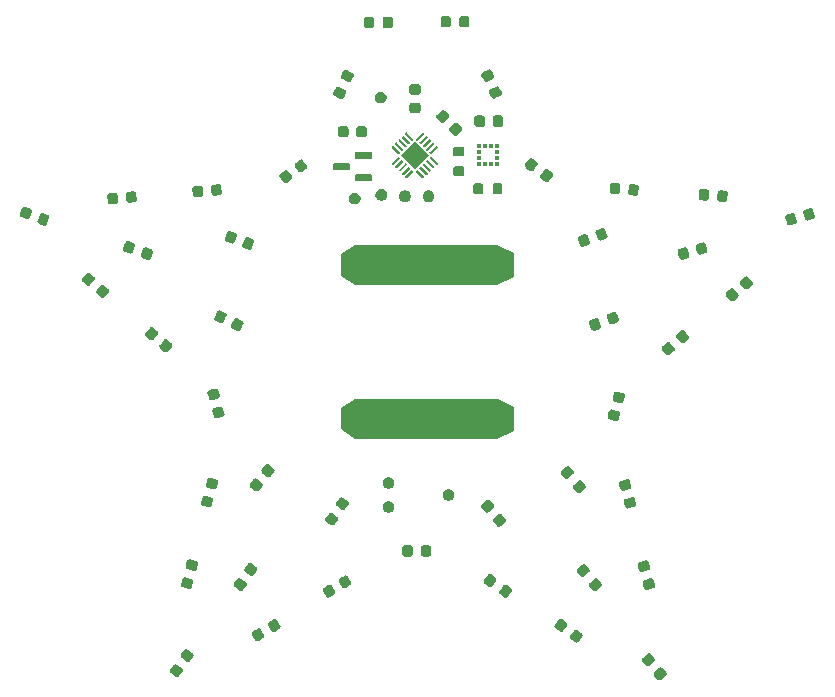
<source format=gbr>
%TF.GenerationSoftware,KiCad,Pcbnew,9.0.6*%
%TF.CreationDate,2025-11-13T15:57:48+01:00*%
%TF.ProjectId,advent_star,61647665-6e74-45f7-9374-61722e6b6963,rev?*%
%TF.SameCoordinates,Original*%
%TF.FileFunction,Soldermask,Top*%
%TF.FilePolarity,Negative*%
%FSLAX46Y46*%
G04 Gerber Fmt 4.6, Leading zero omitted, Abs format (unit mm)*
G04 Created by KiCad (PCBNEW 9.0.6) date 2025-11-13 15:57:48*
%MOMM*%
%LPD*%
G01*
G04 APERTURE LIST*
G04 APERTURE END LIST*
G36*
X170754310Y-130809864D02*
G01*
X170770388Y-130811271D01*
X170786782Y-130819329D01*
X170812892Y-130826940D01*
X170829684Y-130840417D01*
X170844109Y-130847508D01*
X170875588Y-130877259D01*
X170879456Y-130880364D01*
X171160676Y-131215508D01*
X171163056Y-131219846D01*
X171186893Y-131256021D01*
X171191369Y-131271454D01*
X171201730Y-131290338D01*
X171204691Y-131317378D01*
X171209779Y-131334917D01*
X171208372Y-131350991D01*
X171211022Y-131375183D01*
X171204211Y-131398549D01*
X171202805Y-131414622D01*
X171194750Y-131431007D01*
X171187138Y-131457126D01*
X171173655Y-131473924D01*
X171166568Y-131488343D01*
X171136823Y-131519814D01*
X171133713Y-131523690D01*
X170741116Y-131853119D01*
X170736767Y-131855504D01*
X170700602Y-131879336D01*
X170685168Y-131883812D01*
X170666286Y-131894172D01*
X170639243Y-131897133D01*
X170621706Y-131902221D01*
X170605635Y-131900815D01*
X170581441Y-131903465D01*
X170558075Y-131896654D01*
X170542001Y-131895248D01*
X170525610Y-131887191D01*
X170499498Y-131879580D01*
X170482703Y-131866100D01*
X170468280Y-131859011D01*
X170436802Y-131829260D01*
X170432934Y-131826156D01*
X170151714Y-131491012D01*
X170149335Y-131486676D01*
X170125496Y-131450498D01*
X170121018Y-131435062D01*
X170110660Y-131416182D01*
X170107699Y-131389145D01*
X170102610Y-131371602D01*
X170104016Y-131355523D01*
X170101368Y-131331337D01*
X170108177Y-131307975D01*
X170109584Y-131291897D01*
X170117641Y-131275504D01*
X170125252Y-131249394D01*
X170138730Y-131232600D01*
X170145821Y-131218176D01*
X170175577Y-131186691D01*
X170178677Y-131182830D01*
X170571274Y-130853401D01*
X170575607Y-130851023D01*
X170611787Y-130827183D01*
X170627226Y-130822704D01*
X170646104Y-130812348D01*
X170673139Y-130809386D01*
X170690683Y-130804298D01*
X170706759Y-130805704D01*
X170730949Y-130803055D01*
X170754310Y-130809864D01*
G37*
G36*
X129634024Y-130554754D02*
G01*
X129661218Y-130555348D01*
X129680929Y-130564021D01*
X129696694Y-130567136D01*
X129734800Y-130587726D01*
X129739341Y-130589724D01*
X130159156Y-130883682D01*
X130162578Y-130887256D01*
X130194966Y-130916028D01*
X130203286Y-130929780D01*
X130218179Y-130945337D01*
X130228038Y-130970689D01*
X130237492Y-130986315D01*
X130240294Y-131002206D01*
X130249114Y-131024886D01*
X130248583Y-131049210D01*
X130251386Y-131065105D01*
X130247845Y-131083025D01*
X130247252Y-131110218D01*
X130238577Y-131129930D01*
X130235463Y-131145696D01*
X130214872Y-131183804D01*
X130212876Y-131188341D01*
X129961936Y-131546720D01*
X129958356Y-131550146D01*
X129929587Y-131582531D01*
X129915838Y-131590849D01*
X129900281Y-131605743D01*
X129874927Y-131615602D01*
X129859305Y-131625055D01*
X129843418Y-131627856D01*
X129820733Y-131636678D01*
X129796395Y-131636146D01*
X129780509Y-131638948D01*
X129762598Y-131635409D01*
X129735400Y-131634816D01*
X129715685Y-131626141D01*
X129699923Y-131623027D01*
X129661821Y-131602439D01*
X129657277Y-131600440D01*
X129237462Y-131306482D01*
X129234039Y-131302906D01*
X129201651Y-131274135D01*
X129193329Y-131260382D01*
X129178439Y-131244827D01*
X129168580Y-131219476D01*
X129159125Y-131203848D01*
X129156322Y-131187953D01*
X129147504Y-131165278D01*
X129148034Y-131140957D01*
X129145231Y-131125058D01*
X129148772Y-131107131D01*
X129149366Y-131079946D01*
X129158038Y-131060237D01*
X129161154Y-131044467D01*
X129181752Y-131006344D01*
X129183742Y-131001823D01*
X129185727Y-130998986D01*
X129185730Y-130998983D01*
X129432688Y-130646289D01*
X129432697Y-130646278D01*
X129434682Y-130643444D01*
X129438248Y-130640029D01*
X129467030Y-130607632D01*
X129480783Y-130599310D01*
X129496337Y-130584421D01*
X129521682Y-130574564D01*
X129537312Y-130565108D01*
X129553205Y-130562305D01*
X129575885Y-130553486D01*
X129600216Y-130554016D01*
X129616108Y-130551215D01*
X129634024Y-130554754D01*
G37*
G36*
X169741920Y-129603344D02*
G01*
X169757998Y-129604751D01*
X169774392Y-129612809D01*
X169800502Y-129620420D01*
X169817294Y-129633897D01*
X169831719Y-129640988D01*
X169863198Y-129670739D01*
X169867066Y-129673844D01*
X170148286Y-130008988D01*
X170150666Y-130013326D01*
X170174503Y-130049501D01*
X170178979Y-130064934D01*
X170189340Y-130083818D01*
X170192301Y-130110858D01*
X170197389Y-130128397D01*
X170195982Y-130144471D01*
X170198632Y-130168663D01*
X170191821Y-130192029D01*
X170190415Y-130208102D01*
X170182360Y-130224487D01*
X170174748Y-130250606D01*
X170161265Y-130267404D01*
X170154178Y-130281823D01*
X170124433Y-130313294D01*
X170121323Y-130317170D01*
X169728726Y-130646599D01*
X169724377Y-130648984D01*
X169688212Y-130672816D01*
X169672778Y-130677292D01*
X169653896Y-130687652D01*
X169626853Y-130690613D01*
X169609316Y-130695701D01*
X169593245Y-130694295D01*
X169569051Y-130696945D01*
X169545685Y-130690134D01*
X169529611Y-130688728D01*
X169513220Y-130680671D01*
X169487108Y-130673060D01*
X169470313Y-130659580D01*
X169455890Y-130652491D01*
X169424412Y-130622740D01*
X169420544Y-130619636D01*
X169139324Y-130284492D01*
X169136945Y-130280156D01*
X169113106Y-130243978D01*
X169108628Y-130228542D01*
X169098270Y-130209662D01*
X169095309Y-130182625D01*
X169090220Y-130165082D01*
X169091626Y-130149003D01*
X169088978Y-130124817D01*
X169095787Y-130101455D01*
X169097194Y-130085377D01*
X169105251Y-130068984D01*
X169112862Y-130042874D01*
X169126340Y-130026080D01*
X169133431Y-130011656D01*
X169163187Y-129980171D01*
X169166287Y-129976310D01*
X169558884Y-129646881D01*
X169563217Y-129644503D01*
X169599397Y-129620663D01*
X169614836Y-129616184D01*
X169633714Y-129605828D01*
X169660749Y-129602866D01*
X169678293Y-129597778D01*
X169694369Y-129599184D01*
X169718559Y-129596535D01*
X169741920Y-129603344D01*
G37*
G36*
X130537406Y-129264590D02*
G01*
X130564600Y-129265184D01*
X130584311Y-129273857D01*
X130600076Y-129276972D01*
X130638182Y-129297562D01*
X130642723Y-129299560D01*
X131062538Y-129593518D01*
X131065960Y-129597092D01*
X131098348Y-129625864D01*
X131106668Y-129639616D01*
X131121561Y-129655173D01*
X131131420Y-129680525D01*
X131140874Y-129696151D01*
X131143676Y-129712042D01*
X131152496Y-129734722D01*
X131151965Y-129759046D01*
X131154768Y-129774941D01*
X131151227Y-129792861D01*
X131150634Y-129820054D01*
X131141959Y-129839766D01*
X131138845Y-129855532D01*
X131118254Y-129893640D01*
X131116258Y-129898177D01*
X130865318Y-130256556D01*
X130861738Y-130259982D01*
X130832969Y-130292367D01*
X130819220Y-130300685D01*
X130803663Y-130315579D01*
X130778309Y-130325438D01*
X130762687Y-130334891D01*
X130746800Y-130337692D01*
X130724115Y-130346514D01*
X130699777Y-130345982D01*
X130683891Y-130348784D01*
X130665980Y-130345245D01*
X130638782Y-130344652D01*
X130619067Y-130335977D01*
X130603305Y-130332863D01*
X130565203Y-130312275D01*
X130560659Y-130310276D01*
X130140844Y-130016318D01*
X130137421Y-130012742D01*
X130105033Y-129983971D01*
X130096711Y-129970218D01*
X130081821Y-129954663D01*
X130071962Y-129929312D01*
X130062507Y-129913684D01*
X130059704Y-129897789D01*
X130050886Y-129875114D01*
X130051416Y-129850793D01*
X130048613Y-129834894D01*
X130052154Y-129816967D01*
X130052748Y-129789782D01*
X130061420Y-129770073D01*
X130064536Y-129754303D01*
X130085134Y-129716180D01*
X130087124Y-129711659D01*
X130089109Y-129708822D01*
X130089112Y-129708819D01*
X130336070Y-129356125D01*
X130336079Y-129356114D01*
X130338064Y-129353280D01*
X130341630Y-129349865D01*
X130370412Y-129317468D01*
X130384165Y-129309146D01*
X130399719Y-129294257D01*
X130425064Y-129284400D01*
X130440694Y-129274944D01*
X130456587Y-129272141D01*
X130479267Y-129263322D01*
X130503598Y-129263852D01*
X130519490Y-129261051D01*
X130537406Y-129264590D01*
G37*
G36*
X163533029Y-127602154D02*
G01*
X163560217Y-127602748D01*
X163579925Y-127611420D01*
X163595695Y-127614536D01*
X163633813Y-127635132D01*
X163638340Y-127637124D01*
X163641179Y-127639112D01*
X163993873Y-127886070D01*
X163993879Y-127886075D01*
X163996719Y-127888064D01*
X164000139Y-127891636D01*
X164032530Y-127920412D01*
X164040849Y-127934162D01*
X164055742Y-127949719D01*
X164065600Y-127975069D01*
X164075054Y-127990694D01*
X164077855Y-128006582D01*
X164086677Y-128029267D01*
X164086145Y-128053603D01*
X164088947Y-128069490D01*
X164085408Y-128087400D01*
X164084815Y-128114600D01*
X164076139Y-128134315D01*
X164073026Y-128150076D01*
X164052441Y-128188172D01*
X164050439Y-128192723D01*
X163756481Y-128612538D01*
X163752899Y-128615966D01*
X163724134Y-128648348D01*
X163710383Y-128656667D01*
X163694826Y-128671561D01*
X163669470Y-128681421D01*
X163653847Y-128690874D01*
X163637957Y-128693675D01*
X163615277Y-128702496D01*
X163590951Y-128701965D01*
X163575057Y-128704768D01*
X163557136Y-128701227D01*
X163529945Y-128700634D01*
X163510232Y-128691960D01*
X163494466Y-128688845D01*
X163456353Y-128668251D01*
X163451822Y-128666258D01*
X163187846Y-128481420D01*
X163096288Y-128417311D01*
X163096283Y-128417306D01*
X163093443Y-128415318D01*
X163090021Y-128411744D01*
X163057631Y-128382969D01*
X163049311Y-128369218D01*
X163034420Y-128353663D01*
X163024562Y-128328314D01*
X163015107Y-128312687D01*
X163012305Y-128296795D01*
X163003485Y-128274115D01*
X163004015Y-128249782D01*
X163001214Y-128233891D01*
X163004753Y-128215974D01*
X163005347Y-128188782D01*
X163014020Y-128169071D01*
X163017135Y-128153305D01*
X163037727Y-128115193D01*
X163039723Y-128110659D01*
X163254152Y-127804423D01*
X163331692Y-127693684D01*
X163331693Y-127693681D01*
X163333681Y-127690844D01*
X163337249Y-127687427D01*
X163366027Y-127655033D01*
X163379782Y-127646710D01*
X163395336Y-127631821D01*
X163420684Y-127621963D01*
X163436314Y-127612507D01*
X163452209Y-127609703D01*
X163474885Y-127600886D01*
X163499204Y-127601416D01*
X163515104Y-127598613D01*
X163533029Y-127602154D01*
G37*
G36*
X136711659Y-127499567D02*
G01*
X136735940Y-127501159D01*
X136757763Y-127511921D01*
X136773351Y-127516098D01*
X136788094Y-127526879D01*
X136812490Y-127538910D01*
X136826690Y-127555102D01*
X136839663Y-127564589D01*
X136865491Y-127599347D01*
X136868766Y-127603081D01*
X137125016Y-128046919D01*
X137126610Y-128051616D01*
X137143800Y-128091371D01*
X137145528Y-128107346D01*
X137152452Y-128127741D01*
X137150673Y-128154882D01*
X137152638Y-128173039D01*
X137148461Y-128188625D01*
X137146870Y-128212911D01*
X137136105Y-128234738D01*
X137131930Y-128250322D01*
X137121151Y-128265061D01*
X137109119Y-128289461D01*
X137092923Y-128303664D01*
X137083439Y-128316634D01*
X137048686Y-128342458D01*
X137044948Y-128345737D01*
X136666062Y-128564487D01*
X136661359Y-128566083D01*
X136621609Y-128583271D01*
X136605634Y-128584999D01*
X136585240Y-128591923D01*
X136558097Y-128590144D01*
X136539941Y-128592109D01*
X136524354Y-128587932D01*
X136500070Y-128586341D01*
X136478243Y-128575577D01*
X136462658Y-128571401D01*
X136447916Y-128560621D01*
X136423520Y-128548590D01*
X136409318Y-128532396D01*
X136396346Y-128522910D01*
X136370516Y-128488150D01*
X136367244Y-128484419D01*
X136110994Y-128040581D01*
X136109401Y-128035889D01*
X136092209Y-127996128D01*
X136090479Y-127980149D01*
X136083558Y-127959759D01*
X136085336Y-127932622D01*
X136083371Y-127914460D01*
X136087548Y-127898868D01*
X136089140Y-127874589D01*
X136099901Y-127852766D01*
X136104079Y-127837177D01*
X136114861Y-127822431D01*
X136126891Y-127798039D01*
X136143081Y-127783840D01*
X136152570Y-127770865D01*
X136187336Y-127745030D01*
X136191062Y-127741763D01*
X136569948Y-127523013D01*
X136574634Y-127521421D01*
X136614400Y-127504228D01*
X136630379Y-127502498D01*
X136650770Y-127495577D01*
X136677905Y-127497355D01*
X136696068Y-127495390D01*
X136711659Y-127499567D01*
G37*
G36*
X138075649Y-126712067D02*
G01*
X138099930Y-126713659D01*
X138121753Y-126724421D01*
X138137341Y-126728598D01*
X138152084Y-126739379D01*
X138176480Y-126751410D01*
X138190680Y-126767602D01*
X138203653Y-126777089D01*
X138229481Y-126811847D01*
X138232756Y-126815581D01*
X138489006Y-127259419D01*
X138490600Y-127264116D01*
X138507790Y-127303871D01*
X138509518Y-127319846D01*
X138516442Y-127340241D01*
X138514663Y-127367382D01*
X138516628Y-127385539D01*
X138512451Y-127401125D01*
X138510860Y-127425411D01*
X138500095Y-127447238D01*
X138495920Y-127462822D01*
X138485141Y-127477561D01*
X138473109Y-127501961D01*
X138456913Y-127516164D01*
X138447429Y-127529134D01*
X138412676Y-127554958D01*
X138408938Y-127558237D01*
X138030052Y-127776987D01*
X138025349Y-127778583D01*
X137985599Y-127795771D01*
X137969624Y-127797499D01*
X137949230Y-127804423D01*
X137922087Y-127802644D01*
X137903931Y-127804609D01*
X137888344Y-127800432D01*
X137864060Y-127798841D01*
X137842233Y-127788077D01*
X137826648Y-127783901D01*
X137811906Y-127773121D01*
X137787510Y-127761090D01*
X137773308Y-127744896D01*
X137760336Y-127735410D01*
X137734506Y-127700650D01*
X137731234Y-127696919D01*
X137474984Y-127253081D01*
X137473391Y-127248389D01*
X137456199Y-127208628D01*
X137454469Y-127192649D01*
X137447548Y-127172259D01*
X137449326Y-127145122D01*
X137447361Y-127126960D01*
X137451538Y-127111368D01*
X137453130Y-127087089D01*
X137463891Y-127065266D01*
X137468069Y-127049677D01*
X137478851Y-127034931D01*
X137490881Y-127010539D01*
X137507071Y-126996340D01*
X137516560Y-126983365D01*
X137551326Y-126957530D01*
X137555052Y-126954263D01*
X137933938Y-126735513D01*
X137938624Y-126733921D01*
X137978390Y-126716728D01*
X137994369Y-126714998D01*
X138014760Y-126708077D01*
X138041895Y-126709855D01*
X138060058Y-126707890D01*
X138075649Y-126712067D01*
G37*
G36*
X162242867Y-126698772D02*
G01*
X162270055Y-126699366D01*
X162289763Y-126708038D01*
X162305533Y-126711154D01*
X162343651Y-126731750D01*
X162348178Y-126733742D01*
X162351017Y-126735730D01*
X162703711Y-126982688D01*
X162703717Y-126982693D01*
X162706557Y-126984682D01*
X162709977Y-126988254D01*
X162742368Y-127017030D01*
X162750687Y-127030780D01*
X162765580Y-127046337D01*
X162775438Y-127071687D01*
X162784892Y-127087312D01*
X162787693Y-127103200D01*
X162796515Y-127125885D01*
X162795983Y-127150221D01*
X162798785Y-127166108D01*
X162795246Y-127184018D01*
X162794653Y-127211218D01*
X162785977Y-127230933D01*
X162782864Y-127246694D01*
X162762279Y-127284790D01*
X162760277Y-127289341D01*
X162466319Y-127709156D01*
X162462737Y-127712584D01*
X162433972Y-127744966D01*
X162420221Y-127753285D01*
X162404664Y-127768179D01*
X162379308Y-127778039D01*
X162363685Y-127787492D01*
X162347795Y-127790293D01*
X162325115Y-127799114D01*
X162300789Y-127798583D01*
X162284895Y-127801386D01*
X162266974Y-127797845D01*
X162239783Y-127797252D01*
X162220070Y-127788578D01*
X162204304Y-127785463D01*
X162166191Y-127764869D01*
X162161660Y-127762876D01*
X161984907Y-127639112D01*
X161806126Y-127513929D01*
X161806121Y-127513924D01*
X161803281Y-127511936D01*
X161799859Y-127508362D01*
X161767469Y-127479587D01*
X161759149Y-127465836D01*
X161744258Y-127450281D01*
X161734400Y-127424932D01*
X161724945Y-127409305D01*
X161722143Y-127393413D01*
X161713323Y-127370733D01*
X161713853Y-127346400D01*
X161711052Y-127330509D01*
X161714591Y-127312592D01*
X161715185Y-127285400D01*
X161723858Y-127265689D01*
X161726973Y-127249923D01*
X161747565Y-127211811D01*
X161749561Y-127207277D01*
X161906820Y-126982688D01*
X162041530Y-126790302D01*
X162041531Y-126790299D01*
X162043519Y-126787462D01*
X162047087Y-126784045D01*
X162075865Y-126751651D01*
X162089620Y-126743328D01*
X162105174Y-126728439D01*
X162130522Y-126718581D01*
X162146152Y-126709125D01*
X162162047Y-126706321D01*
X162184723Y-126697504D01*
X162209042Y-126698034D01*
X162224942Y-126695231D01*
X162242867Y-126698772D01*
G37*
G36*
X157533029Y-123802154D02*
G01*
X157560217Y-123802748D01*
X157579925Y-123811420D01*
X157595695Y-123814536D01*
X157633813Y-123835132D01*
X157638340Y-123837124D01*
X157650581Y-123845695D01*
X157993873Y-124086070D01*
X157993879Y-124086075D01*
X157996719Y-124088064D01*
X158000139Y-124091636D01*
X158032530Y-124120412D01*
X158040849Y-124134162D01*
X158055742Y-124149719D01*
X158065600Y-124175069D01*
X158075054Y-124190694D01*
X158077855Y-124206582D01*
X158086677Y-124229267D01*
X158086145Y-124253603D01*
X158088947Y-124269490D01*
X158085408Y-124287400D01*
X158084815Y-124314600D01*
X158076139Y-124334315D01*
X158073026Y-124350076D01*
X158052441Y-124388172D01*
X158050439Y-124392723D01*
X157756481Y-124812538D01*
X157752899Y-124815966D01*
X157724134Y-124848348D01*
X157710383Y-124856667D01*
X157694826Y-124871561D01*
X157669470Y-124881421D01*
X157653847Y-124890874D01*
X157637957Y-124893675D01*
X157615277Y-124902496D01*
X157590951Y-124901965D01*
X157575057Y-124904768D01*
X157557136Y-124901227D01*
X157529945Y-124900634D01*
X157510232Y-124891960D01*
X157494466Y-124888845D01*
X157456353Y-124868251D01*
X157451822Y-124866258D01*
X157330661Y-124781420D01*
X157096288Y-124617311D01*
X157096283Y-124617306D01*
X157093443Y-124615318D01*
X157090021Y-124611744D01*
X157057631Y-124582969D01*
X157049311Y-124569218D01*
X157034420Y-124553663D01*
X157024562Y-124528314D01*
X157015107Y-124512687D01*
X157012305Y-124496795D01*
X157003485Y-124474115D01*
X157004015Y-124449782D01*
X157001214Y-124433891D01*
X157004753Y-124415974D01*
X157005347Y-124388782D01*
X157014020Y-124369071D01*
X157017135Y-124353305D01*
X157037727Y-124315193D01*
X157039723Y-124310659D01*
X157229217Y-124040034D01*
X157331692Y-123893684D01*
X157331693Y-123893681D01*
X157333681Y-123890844D01*
X157337249Y-123887427D01*
X157366027Y-123855033D01*
X157379782Y-123846710D01*
X157395336Y-123831821D01*
X157420684Y-123821963D01*
X157436314Y-123812507D01*
X157452209Y-123809703D01*
X157474885Y-123800886D01*
X157499204Y-123801416D01*
X157515104Y-123798613D01*
X157533029Y-123802154D01*
G37*
G36*
X142711659Y-123799567D02*
G01*
X142735940Y-123801159D01*
X142757763Y-123811921D01*
X142773351Y-123816098D01*
X142788094Y-123826879D01*
X142812490Y-123838910D01*
X142826690Y-123855102D01*
X142839663Y-123864589D01*
X142865491Y-123899347D01*
X142868766Y-123903081D01*
X143125016Y-124346919D01*
X143126610Y-124351616D01*
X143143800Y-124391371D01*
X143145528Y-124407346D01*
X143152452Y-124427741D01*
X143150673Y-124454882D01*
X143152638Y-124473039D01*
X143148461Y-124488625D01*
X143146870Y-124512911D01*
X143136105Y-124534738D01*
X143131930Y-124550322D01*
X143121151Y-124565061D01*
X143109119Y-124589461D01*
X143092923Y-124603664D01*
X143083439Y-124616634D01*
X143048686Y-124642458D01*
X143044948Y-124645737D01*
X142666062Y-124864487D01*
X142661359Y-124866083D01*
X142621609Y-124883271D01*
X142605634Y-124884999D01*
X142585240Y-124891923D01*
X142558097Y-124890144D01*
X142539941Y-124892109D01*
X142524354Y-124887932D01*
X142500070Y-124886341D01*
X142478243Y-124875577D01*
X142462658Y-124871401D01*
X142447916Y-124860621D01*
X142423520Y-124848590D01*
X142409318Y-124832396D01*
X142396346Y-124822910D01*
X142370516Y-124788150D01*
X142367244Y-124784419D01*
X142110994Y-124340581D01*
X142109401Y-124335889D01*
X142092209Y-124296128D01*
X142090479Y-124280149D01*
X142083558Y-124259759D01*
X142085336Y-124232622D01*
X142083371Y-124214460D01*
X142087548Y-124198868D01*
X142089140Y-124174589D01*
X142099901Y-124152766D01*
X142104079Y-124137177D01*
X142114861Y-124122431D01*
X142126891Y-124098039D01*
X142143081Y-124083840D01*
X142152570Y-124070865D01*
X142187336Y-124045030D01*
X142191062Y-124041763D01*
X142569948Y-123823013D01*
X142574634Y-123821421D01*
X142614400Y-123804228D01*
X142630379Y-123802498D01*
X142650770Y-123795577D01*
X142677905Y-123797355D01*
X142696068Y-123795390D01*
X142711659Y-123799567D01*
G37*
G36*
X165254310Y-123259864D02*
G01*
X165270388Y-123261271D01*
X165286782Y-123269329D01*
X165312892Y-123276940D01*
X165329684Y-123290417D01*
X165344109Y-123297508D01*
X165375588Y-123327259D01*
X165379456Y-123330364D01*
X165660676Y-123665508D01*
X165663056Y-123669846D01*
X165686893Y-123706021D01*
X165691369Y-123721454D01*
X165701730Y-123740338D01*
X165704691Y-123767378D01*
X165709779Y-123784917D01*
X165708372Y-123800991D01*
X165711022Y-123825183D01*
X165704211Y-123848549D01*
X165702805Y-123864622D01*
X165694750Y-123881007D01*
X165687138Y-123907126D01*
X165673655Y-123923924D01*
X165666568Y-123938343D01*
X165636823Y-123969814D01*
X165633713Y-123973690D01*
X165241116Y-124303119D01*
X165236767Y-124305504D01*
X165200602Y-124329336D01*
X165185168Y-124333812D01*
X165166286Y-124344172D01*
X165139243Y-124347133D01*
X165121706Y-124352221D01*
X165105635Y-124350815D01*
X165081441Y-124353465D01*
X165058075Y-124346654D01*
X165042001Y-124345248D01*
X165025610Y-124337191D01*
X164999498Y-124329580D01*
X164982703Y-124316100D01*
X164968280Y-124309011D01*
X164936802Y-124279260D01*
X164932934Y-124276156D01*
X164651714Y-123941012D01*
X164649335Y-123936676D01*
X164625496Y-123900498D01*
X164621018Y-123885062D01*
X164610660Y-123866182D01*
X164607699Y-123839145D01*
X164602610Y-123821602D01*
X164604016Y-123805523D01*
X164601368Y-123781337D01*
X164608177Y-123757975D01*
X164609584Y-123741897D01*
X164617641Y-123725504D01*
X164625252Y-123699394D01*
X164638730Y-123682600D01*
X164645821Y-123668176D01*
X164675577Y-123636691D01*
X164678677Y-123632830D01*
X165071274Y-123303401D01*
X165075607Y-123301023D01*
X165111787Y-123277183D01*
X165127226Y-123272704D01*
X165146104Y-123262348D01*
X165173139Y-123259386D01*
X165190683Y-123254298D01*
X165206759Y-123255704D01*
X165230949Y-123253055D01*
X165254310Y-123259864D01*
G37*
G36*
X135034024Y-123254753D02*
G01*
X135061218Y-123255347D01*
X135080929Y-123264020D01*
X135096694Y-123267135D01*
X135134800Y-123287725D01*
X135139341Y-123289723D01*
X135559156Y-123583681D01*
X135562578Y-123587255D01*
X135594966Y-123616027D01*
X135603286Y-123629779D01*
X135618179Y-123645336D01*
X135628038Y-123670688D01*
X135637492Y-123686314D01*
X135640294Y-123702205D01*
X135649114Y-123724885D01*
X135648583Y-123749209D01*
X135651386Y-123765104D01*
X135647845Y-123783024D01*
X135647252Y-123810217D01*
X135638577Y-123829929D01*
X135635463Y-123845695D01*
X135614872Y-123883803D01*
X135612876Y-123888340D01*
X135361936Y-124246719D01*
X135358356Y-124250145D01*
X135329587Y-124282530D01*
X135315838Y-124290848D01*
X135300281Y-124305742D01*
X135274927Y-124315601D01*
X135259305Y-124325054D01*
X135243418Y-124327855D01*
X135220733Y-124336677D01*
X135196395Y-124336145D01*
X135180509Y-124338947D01*
X135162598Y-124335408D01*
X135135400Y-124334815D01*
X135115685Y-124326140D01*
X135099923Y-124323026D01*
X135061821Y-124302438D01*
X135057277Y-124300439D01*
X134637462Y-124006481D01*
X134634039Y-124002905D01*
X134601651Y-123974134D01*
X134593329Y-123960381D01*
X134578439Y-123944826D01*
X134568580Y-123919475D01*
X134559125Y-123903847D01*
X134556322Y-123887952D01*
X134547504Y-123865277D01*
X134548034Y-123840956D01*
X134545231Y-123825057D01*
X134548772Y-123807130D01*
X134549366Y-123779945D01*
X134558038Y-123760236D01*
X134561154Y-123744466D01*
X134581752Y-123706343D01*
X134583742Y-123701822D01*
X134585727Y-123698985D01*
X134585730Y-123698982D01*
X134832688Y-123346288D01*
X134832697Y-123346277D01*
X134834682Y-123343443D01*
X134838248Y-123340028D01*
X134867030Y-123307631D01*
X134880783Y-123299309D01*
X134896337Y-123284420D01*
X134921682Y-123274563D01*
X134937312Y-123265107D01*
X134953205Y-123262304D01*
X134975885Y-123253485D01*
X135000216Y-123254015D01*
X135016108Y-123251214D01*
X135034024Y-123254753D01*
G37*
G36*
X169901786Y-123267577D02*
G01*
X169923274Y-123266169D01*
X169949026Y-123274910D01*
X169967078Y-123277713D01*
X169981057Y-123285784D01*
X170004097Y-123293605D01*
X170022387Y-123309645D01*
X170036368Y-123317717D01*
X170047822Y-123331951D01*
X170068268Y-123349882D01*
X170077792Y-123369196D01*
X170087868Y-123381717D01*
X170103823Y-123421982D01*
X170106018Y-123426432D01*
X170211903Y-123821602D01*
X170213921Y-123829134D01*
X170219251Y-123849024D01*
X170219574Y-123853959D01*
X170225890Y-123896822D01*
X170223425Y-123912700D01*
X170224834Y-123934193D01*
X170216090Y-123959952D01*
X170213289Y-123977997D01*
X170205221Y-123991969D01*
X170197399Y-124015016D01*
X170181352Y-124033313D01*
X170173285Y-124047287D01*
X170159056Y-124058736D01*
X170141122Y-124079187D01*
X170121804Y-124088713D01*
X170109286Y-124098787D01*
X170069029Y-124114738D01*
X170064572Y-124116937D01*
X169569535Y-124249582D01*
X169564597Y-124249905D01*
X169521736Y-124256221D01*
X169505857Y-124253756D01*
X169484366Y-124255165D01*
X169458609Y-124246421D01*
X169440561Y-124243620D01*
X169426583Y-124235550D01*
X169403543Y-124227729D01*
X169385251Y-124211687D01*
X169371271Y-124203616D01*
X169359817Y-124189382D01*
X169339372Y-124171452D01*
X169329847Y-124152138D01*
X169319771Y-124139616D01*
X169303813Y-124099345D01*
X169301622Y-124094902D01*
X169226498Y-123814536D01*
X169189285Y-123675657D01*
X169189283Y-123675650D01*
X169188389Y-123672310D01*
X169188066Y-123667384D01*
X169181749Y-123624511D01*
X169184214Y-123608628D01*
X169182806Y-123587141D01*
X169191547Y-123561387D01*
X169194350Y-123543336D01*
X169202420Y-123529357D01*
X169210241Y-123506318D01*
X169226282Y-123488026D01*
X169234354Y-123474046D01*
X169248588Y-123462591D01*
X169266518Y-123442147D01*
X169285829Y-123432623D01*
X169298353Y-123422546D01*
X169338624Y-123406588D01*
X169343068Y-123404397D01*
X169621538Y-123329781D01*
X169834757Y-123272648D01*
X169834766Y-123272646D01*
X169838105Y-123271752D01*
X169843028Y-123271429D01*
X169885903Y-123265112D01*
X169901786Y-123267577D01*
G37*
G36*
X130456948Y-123171426D02*
G01*
X130461895Y-123171751D01*
X130956932Y-123304396D01*
X130961371Y-123306585D01*
X131001647Y-123322546D01*
X131014167Y-123332621D01*
X131033482Y-123342146D01*
X131051414Y-123362593D01*
X131065645Y-123374045D01*
X131073714Y-123388021D01*
X131089759Y-123406317D01*
X131097581Y-123429360D01*
X131105649Y-123443335D01*
X131108450Y-123461381D01*
X131117194Y-123487140D01*
X131115785Y-123508628D01*
X131118250Y-123524509D01*
X131111935Y-123567359D01*
X131111611Y-123572309D01*
X130998378Y-123994901D01*
X130996183Y-123999350D01*
X130980227Y-124039616D01*
X130970154Y-124052133D01*
X130960628Y-124071451D01*
X130940179Y-124089384D01*
X130928728Y-124103615D01*
X130914750Y-124111684D01*
X130896457Y-124127728D01*
X130873413Y-124135550D01*
X130859438Y-124143619D01*
X130841391Y-124146420D01*
X130815634Y-124155164D01*
X130794142Y-124153755D01*
X130778265Y-124156220D01*
X130735421Y-124149905D01*
X130730465Y-124149581D01*
X130235428Y-124016936D01*
X130230982Y-124014743D01*
X130190712Y-123998785D01*
X130178193Y-123988711D01*
X130158878Y-123979186D01*
X130140945Y-123958737D01*
X130126714Y-123947286D01*
X130118644Y-123933308D01*
X130102601Y-123915015D01*
X130094779Y-123891972D01*
X130086710Y-123877996D01*
X130083907Y-123859945D01*
X130075166Y-123834192D01*
X130076574Y-123812704D01*
X130074109Y-123796822D01*
X130080425Y-123753958D01*
X130080749Y-123749023D01*
X130133251Y-123553081D01*
X130193084Y-123329781D01*
X130193085Y-123329778D01*
X130193982Y-123326431D01*
X130196169Y-123321995D01*
X130212132Y-123281715D01*
X130222208Y-123269192D01*
X130231732Y-123249881D01*
X130252174Y-123231953D01*
X130263631Y-123217716D01*
X130277614Y-123209642D01*
X130295903Y-123193604D01*
X130318939Y-123185784D01*
X130332921Y-123177712D01*
X130350975Y-123174909D01*
X130376726Y-123166168D01*
X130398212Y-123167576D01*
X130414094Y-123165111D01*
X130456948Y-123171426D01*
G37*
G36*
X144075649Y-123012067D02*
G01*
X144099930Y-123013659D01*
X144121753Y-123024421D01*
X144137341Y-123028598D01*
X144152084Y-123039379D01*
X144176480Y-123051410D01*
X144190680Y-123067602D01*
X144203653Y-123077089D01*
X144229481Y-123111847D01*
X144232756Y-123115581D01*
X144489006Y-123559419D01*
X144490600Y-123564116D01*
X144507790Y-123603871D01*
X144509518Y-123619846D01*
X144516442Y-123640241D01*
X144514663Y-123667382D01*
X144516628Y-123685539D01*
X144512451Y-123701125D01*
X144510860Y-123725411D01*
X144500095Y-123747238D01*
X144495920Y-123762822D01*
X144485141Y-123777561D01*
X144473109Y-123801961D01*
X144456913Y-123816164D01*
X144447429Y-123829134D01*
X144412676Y-123854958D01*
X144408938Y-123858237D01*
X144030052Y-124076987D01*
X144025349Y-124078583D01*
X143985599Y-124095771D01*
X143969624Y-124097499D01*
X143949230Y-124104423D01*
X143922087Y-124102644D01*
X143903931Y-124104609D01*
X143888344Y-124100432D01*
X143864060Y-124098841D01*
X143842233Y-124088077D01*
X143826648Y-124083901D01*
X143811906Y-124073121D01*
X143787510Y-124061090D01*
X143773308Y-124044896D01*
X143760336Y-124035410D01*
X143734506Y-124000650D01*
X143731234Y-123996919D01*
X143474984Y-123553081D01*
X143473391Y-123548389D01*
X143456199Y-123508628D01*
X143454469Y-123492649D01*
X143447548Y-123472259D01*
X143449326Y-123445122D01*
X143447361Y-123426960D01*
X143451538Y-123411368D01*
X143453130Y-123387089D01*
X143463891Y-123365266D01*
X143468069Y-123349677D01*
X143478851Y-123334931D01*
X143490881Y-123310539D01*
X143507071Y-123296340D01*
X143516560Y-123283365D01*
X143551326Y-123257530D01*
X143555052Y-123254263D01*
X143933938Y-123035513D01*
X143938624Y-123033921D01*
X143978390Y-123016728D01*
X143994369Y-123014998D01*
X144014760Y-123008077D01*
X144041895Y-123009855D01*
X144060058Y-123007890D01*
X144075649Y-123012067D01*
G37*
G36*
X156242867Y-122898772D02*
G01*
X156270055Y-122899366D01*
X156289763Y-122908038D01*
X156305533Y-122911154D01*
X156343651Y-122931750D01*
X156348178Y-122933742D01*
X156351017Y-122935730D01*
X156703711Y-123182688D01*
X156703717Y-123182693D01*
X156706557Y-123184682D01*
X156709977Y-123188254D01*
X156742368Y-123217030D01*
X156750687Y-123230780D01*
X156765580Y-123246337D01*
X156775438Y-123271687D01*
X156784892Y-123287312D01*
X156787693Y-123303200D01*
X156796515Y-123325885D01*
X156795983Y-123350221D01*
X156798785Y-123366108D01*
X156795246Y-123384018D01*
X156794653Y-123411218D01*
X156785977Y-123430933D01*
X156782864Y-123446694D01*
X156762279Y-123484790D01*
X156760277Y-123489341D01*
X156466319Y-123909156D01*
X156462737Y-123912584D01*
X156433972Y-123944966D01*
X156420221Y-123953285D01*
X156404664Y-123968179D01*
X156379308Y-123978039D01*
X156363685Y-123987492D01*
X156347795Y-123990293D01*
X156325115Y-123999114D01*
X156300789Y-123998583D01*
X156284895Y-124001386D01*
X156266974Y-123997845D01*
X156239783Y-123997252D01*
X156220070Y-123988578D01*
X156204304Y-123985463D01*
X156166191Y-123964869D01*
X156161660Y-123962876D01*
X156007644Y-123855033D01*
X155806126Y-123713929D01*
X155806121Y-123713924D01*
X155803281Y-123711936D01*
X155799859Y-123708362D01*
X155767469Y-123679587D01*
X155759149Y-123665836D01*
X155744258Y-123650281D01*
X155734400Y-123624932D01*
X155724945Y-123609305D01*
X155722143Y-123593413D01*
X155713323Y-123570733D01*
X155713853Y-123546400D01*
X155711052Y-123530509D01*
X155714591Y-123512592D01*
X155715185Y-123485400D01*
X155723858Y-123465689D01*
X155726973Y-123449923D01*
X155747565Y-123411811D01*
X155749561Y-123407277D01*
X155910304Y-123177712D01*
X156041530Y-122990302D01*
X156041531Y-122990299D01*
X156043519Y-122987462D01*
X156047087Y-122984045D01*
X156075865Y-122951651D01*
X156089620Y-122943328D01*
X156105174Y-122928439D01*
X156130522Y-122918581D01*
X156146152Y-122909125D01*
X156162047Y-122906321D01*
X156184723Y-122897504D01*
X156209042Y-122898034D01*
X156224942Y-122895231D01*
X156242867Y-122898772D01*
G37*
G36*
X164241920Y-122053344D02*
G01*
X164257998Y-122054751D01*
X164274392Y-122062809D01*
X164300502Y-122070420D01*
X164317294Y-122083897D01*
X164331719Y-122090988D01*
X164363198Y-122120739D01*
X164367066Y-122123844D01*
X164648286Y-122458988D01*
X164650666Y-122463326D01*
X164674503Y-122499501D01*
X164678979Y-122514934D01*
X164689340Y-122533818D01*
X164692301Y-122560858D01*
X164697389Y-122578397D01*
X164695982Y-122594471D01*
X164698632Y-122618663D01*
X164691821Y-122642029D01*
X164690415Y-122658102D01*
X164682360Y-122674487D01*
X164674748Y-122700606D01*
X164661265Y-122717404D01*
X164654178Y-122731823D01*
X164624433Y-122763294D01*
X164621323Y-122767170D01*
X164228726Y-123096599D01*
X164224377Y-123098984D01*
X164188212Y-123122816D01*
X164172778Y-123127292D01*
X164153896Y-123137652D01*
X164126853Y-123140613D01*
X164109316Y-123145701D01*
X164093245Y-123144295D01*
X164069051Y-123146945D01*
X164045685Y-123140134D01*
X164029611Y-123138728D01*
X164013220Y-123130671D01*
X163987108Y-123123060D01*
X163970313Y-123109580D01*
X163955890Y-123102491D01*
X163924412Y-123072740D01*
X163920544Y-123069636D01*
X163639324Y-122734492D01*
X163636945Y-122730156D01*
X163613106Y-122693978D01*
X163608628Y-122678542D01*
X163598270Y-122659662D01*
X163595309Y-122632625D01*
X163590220Y-122615082D01*
X163591626Y-122599003D01*
X163588978Y-122574817D01*
X163595787Y-122551455D01*
X163597194Y-122535377D01*
X163605251Y-122518984D01*
X163612862Y-122492874D01*
X163626340Y-122476080D01*
X163633431Y-122461656D01*
X163663187Y-122430171D01*
X163666287Y-122426310D01*
X164058884Y-122096881D01*
X164063217Y-122094503D01*
X164099397Y-122070663D01*
X164114836Y-122066184D01*
X164133714Y-122055828D01*
X164160749Y-122052866D01*
X164178293Y-122047778D01*
X164194369Y-122049184D01*
X164218559Y-122046535D01*
X164241920Y-122053344D01*
G37*
G36*
X135937406Y-121964591D02*
G01*
X135964600Y-121965185D01*
X135984311Y-121973858D01*
X136000076Y-121976973D01*
X136038182Y-121997563D01*
X136042723Y-121999561D01*
X136462538Y-122293519D01*
X136465960Y-122297093D01*
X136498348Y-122325865D01*
X136506668Y-122339617D01*
X136521561Y-122355174D01*
X136531420Y-122380526D01*
X136540874Y-122396152D01*
X136543676Y-122412043D01*
X136552496Y-122434723D01*
X136551965Y-122459047D01*
X136554768Y-122474942D01*
X136551227Y-122492862D01*
X136550634Y-122520055D01*
X136541959Y-122539767D01*
X136538845Y-122555533D01*
X136518254Y-122593641D01*
X136516258Y-122598178D01*
X136420533Y-122734887D01*
X136285007Y-122928439D01*
X136265318Y-122956557D01*
X136261738Y-122959983D01*
X136232969Y-122992368D01*
X136219220Y-123000686D01*
X136203663Y-123015580D01*
X136178309Y-123025439D01*
X136162687Y-123034892D01*
X136146800Y-123037693D01*
X136124115Y-123046515D01*
X136099777Y-123045983D01*
X136083891Y-123048785D01*
X136065980Y-123045246D01*
X136038782Y-123044653D01*
X136019067Y-123035978D01*
X136003305Y-123032864D01*
X135965203Y-123012276D01*
X135960659Y-123010277D01*
X135540844Y-122716319D01*
X135537421Y-122712743D01*
X135505033Y-122683972D01*
X135496711Y-122670219D01*
X135481821Y-122654664D01*
X135471962Y-122629313D01*
X135462507Y-122613685D01*
X135459704Y-122597790D01*
X135450886Y-122575115D01*
X135451416Y-122550794D01*
X135448613Y-122534895D01*
X135452154Y-122516968D01*
X135452748Y-122489783D01*
X135461420Y-122470074D01*
X135464536Y-122454304D01*
X135485134Y-122416181D01*
X135487124Y-122411660D01*
X135489109Y-122408823D01*
X135489112Y-122408820D01*
X135736070Y-122056126D01*
X135736079Y-122056115D01*
X135738064Y-122053281D01*
X135741630Y-122049866D01*
X135770412Y-122017469D01*
X135784165Y-122009147D01*
X135799719Y-121994258D01*
X135825064Y-121984401D01*
X135840694Y-121974945D01*
X135856587Y-121972142D01*
X135879267Y-121963323D01*
X135903598Y-121963853D01*
X135919490Y-121961052D01*
X135937406Y-121964591D01*
G37*
G36*
X169494146Y-121746243D02*
G01*
X169515634Y-121744835D01*
X169541386Y-121753576D01*
X169559438Y-121756379D01*
X169573417Y-121764450D01*
X169596457Y-121772271D01*
X169614747Y-121788311D01*
X169628728Y-121796383D01*
X169640182Y-121810617D01*
X169660628Y-121828548D01*
X169670152Y-121847862D01*
X169680228Y-121860383D01*
X169696183Y-121900648D01*
X169698378Y-121905098D01*
X169811611Y-122327690D01*
X169811934Y-122332625D01*
X169818250Y-122375488D01*
X169815785Y-122391366D01*
X169817194Y-122412859D01*
X169808450Y-122438618D01*
X169805649Y-122456663D01*
X169797581Y-122470635D01*
X169789759Y-122493682D01*
X169773712Y-122511979D01*
X169765645Y-122525953D01*
X169751416Y-122537402D01*
X169733482Y-122557853D01*
X169714164Y-122567379D01*
X169701646Y-122577453D01*
X169661389Y-122593404D01*
X169656932Y-122595603D01*
X169161895Y-122728248D01*
X169156957Y-122728571D01*
X169114096Y-122734887D01*
X169098217Y-122732422D01*
X169076726Y-122733831D01*
X169050969Y-122725087D01*
X169032921Y-122722286D01*
X169018943Y-122714216D01*
X168995903Y-122706395D01*
X168977611Y-122690353D01*
X168963631Y-122682282D01*
X168952177Y-122668048D01*
X168931732Y-122650118D01*
X168922207Y-122630804D01*
X168912131Y-122618282D01*
X168896173Y-122578011D01*
X168893982Y-122573568D01*
X168814112Y-122275490D01*
X168781645Y-122154323D01*
X168781643Y-122154316D01*
X168780749Y-122150976D01*
X168780426Y-122146050D01*
X168774109Y-122103177D01*
X168776574Y-122087294D01*
X168775166Y-122065807D01*
X168783907Y-122040053D01*
X168786710Y-122022002D01*
X168794780Y-122008023D01*
X168802601Y-121984984D01*
X168818642Y-121966692D01*
X168826714Y-121952712D01*
X168840948Y-121941257D01*
X168858878Y-121920813D01*
X168878189Y-121911289D01*
X168890713Y-121901212D01*
X168930984Y-121885254D01*
X168935428Y-121883063D01*
X169226393Y-121805099D01*
X169427117Y-121751314D01*
X169427126Y-121751312D01*
X169430465Y-121750418D01*
X169435388Y-121750095D01*
X169478263Y-121743778D01*
X169494146Y-121746243D01*
G37*
G36*
X130864588Y-121650094D02*
G01*
X130869535Y-121650419D01*
X131364572Y-121783064D01*
X131369011Y-121785253D01*
X131409287Y-121801214D01*
X131421807Y-121811289D01*
X131441122Y-121820814D01*
X131459054Y-121841261D01*
X131473285Y-121852713D01*
X131481354Y-121866689D01*
X131497399Y-121884985D01*
X131505221Y-121908028D01*
X131513289Y-121922003D01*
X131516090Y-121940049D01*
X131524834Y-121965808D01*
X131523425Y-121987299D01*
X131525890Y-122003177D01*
X131519575Y-122046027D01*
X131519251Y-122050977D01*
X131406018Y-122473569D01*
X131403823Y-122478018D01*
X131387867Y-122518284D01*
X131377794Y-122530801D01*
X131368268Y-122550119D01*
X131347819Y-122568052D01*
X131336368Y-122582283D01*
X131322390Y-122590352D01*
X131304097Y-122606396D01*
X131281053Y-122614218D01*
X131267078Y-122622287D01*
X131249031Y-122625088D01*
X131223274Y-122633832D01*
X131201782Y-122632423D01*
X131185905Y-122634888D01*
X131143061Y-122628573D01*
X131138105Y-122628249D01*
X130643068Y-122495604D01*
X130638622Y-122493411D01*
X130598352Y-122477453D01*
X130585833Y-122467379D01*
X130566518Y-122457854D01*
X130548585Y-122437405D01*
X130534354Y-122425954D01*
X130526284Y-122411976D01*
X130510241Y-122393683D01*
X130502419Y-122370640D01*
X130494350Y-122356664D01*
X130491547Y-122338613D01*
X130482806Y-122312860D01*
X130484214Y-122291372D01*
X130481749Y-122275490D01*
X130488065Y-122232626D01*
X130488389Y-122227691D01*
X130536596Y-122047778D01*
X130600724Y-121808449D01*
X130600725Y-121808446D01*
X130601622Y-121805099D01*
X130603809Y-121800663D01*
X130619772Y-121760383D01*
X130629848Y-121747860D01*
X130639372Y-121728549D01*
X130659814Y-121710621D01*
X130671271Y-121696384D01*
X130685254Y-121688310D01*
X130703543Y-121672272D01*
X130726579Y-121664452D01*
X130740561Y-121656380D01*
X130758615Y-121653577D01*
X130784366Y-121644836D01*
X130805852Y-121646244D01*
X130821734Y-121643779D01*
X130864588Y-121650094D01*
G37*
G36*
X149486100Y-120475964D02*
G01*
X149529136Y-120480957D01*
X149543840Y-120487449D01*
X149564962Y-120491651D01*
X149587576Y-120506761D01*
X149604285Y-120514139D01*
X149615696Y-120525550D01*
X149635930Y-120539070D01*
X149649449Y-120559303D01*
X149660860Y-120570714D01*
X149668237Y-120587421D01*
X149683349Y-120610038D01*
X149687550Y-120631161D01*
X149694042Y-120645863D01*
X149699033Y-120688889D01*
X149700000Y-120693750D01*
X149700000Y-121206250D01*
X149699032Y-121211112D01*
X149694042Y-121254136D01*
X149687551Y-121268836D01*
X149683349Y-121289962D01*
X149668235Y-121312580D01*
X149660860Y-121329285D01*
X149649451Y-121340693D01*
X149635930Y-121360930D01*
X149615693Y-121374451D01*
X149604285Y-121385860D01*
X149587580Y-121393235D01*
X149564962Y-121408349D01*
X149543836Y-121412551D01*
X149529136Y-121419042D01*
X149486111Y-121424032D01*
X149481250Y-121425000D01*
X149043750Y-121425000D01*
X149038888Y-121424032D01*
X148995863Y-121419042D01*
X148981161Y-121412550D01*
X148960038Y-121408349D01*
X148937421Y-121393237D01*
X148920714Y-121385860D01*
X148909303Y-121374449D01*
X148889070Y-121360930D01*
X148875550Y-121340696D01*
X148864139Y-121329285D01*
X148856761Y-121312576D01*
X148841651Y-121289962D01*
X148837449Y-121268840D01*
X148830957Y-121254136D01*
X148825964Y-121211099D01*
X148825000Y-121206250D01*
X148825000Y-120693750D01*
X148825964Y-120688900D01*
X148830957Y-120645863D01*
X148837450Y-120631157D01*
X148841651Y-120610038D01*
X148856759Y-120587425D01*
X148864139Y-120570714D01*
X148875552Y-120559300D01*
X148889070Y-120539070D01*
X148909300Y-120525552D01*
X148920714Y-120514139D01*
X148937425Y-120506759D01*
X148960038Y-120491651D01*
X148981157Y-120487450D01*
X148995863Y-120480957D01*
X149038901Y-120475964D01*
X149043750Y-120475000D01*
X149481250Y-120475000D01*
X149486100Y-120475964D01*
G37*
G36*
X151061100Y-120475964D02*
G01*
X151104136Y-120480957D01*
X151118840Y-120487449D01*
X151139962Y-120491651D01*
X151162576Y-120506761D01*
X151179285Y-120514139D01*
X151190696Y-120525550D01*
X151210930Y-120539070D01*
X151224449Y-120559303D01*
X151235860Y-120570714D01*
X151243237Y-120587421D01*
X151258349Y-120610038D01*
X151262550Y-120631161D01*
X151269042Y-120645863D01*
X151274033Y-120688889D01*
X151275000Y-120693750D01*
X151275000Y-121206250D01*
X151274032Y-121211112D01*
X151269042Y-121254136D01*
X151262551Y-121268836D01*
X151258349Y-121289962D01*
X151243235Y-121312580D01*
X151235860Y-121329285D01*
X151224451Y-121340693D01*
X151210930Y-121360930D01*
X151190693Y-121374451D01*
X151179285Y-121385860D01*
X151162580Y-121393235D01*
X151139962Y-121408349D01*
X151118836Y-121412551D01*
X151104136Y-121419042D01*
X151061111Y-121424032D01*
X151056250Y-121425000D01*
X150618750Y-121425000D01*
X150613888Y-121424032D01*
X150570863Y-121419042D01*
X150556161Y-121412550D01*
X150535038Y-121408349D01*
X150512421Y-121393237D01*
X150495714Y-121385860D01*
X150484303Y-121374449D01*
X150464070Y-121360930D01*
X150450550Y-121340696D01*
X150439139Y-121329285D01*
X150431761Y-121312576D01*
X150416651Y-121289962D01*
X150412449Y-121268840D01*
X150405957Y-121254136D01*
X150400964Y-121211099D01*
X150400000Y-121206250D01*
X150400000Y-120693750D01*
X150400964Y-120688900D01*
X150405957Y-120645863D01*
X150412450Y-120631157D01*
X150416651Y-120610038D01*
X150431759Y-120587425D01*
X150439139Y-120570714D01*
X150450552Y-120559300D01*
X150464070Y-120539070D01*
X150484300Y-120525552D01*
X150495714Y-120514139D01*
X150512425Y-120506759D01*
X150535038Y-120491651D01*
X150556157Y-120487450D01*
X150570863Y-120480957D01*
X150613901Y-120475964D01*
X150618750Y-120475000D01*
X151056250Y-120475000D01*
X151061100Y-120475964D01*
G37*
G36*
X157154310Y-117809864D02*
G01*
X157170388Y-117811271D01*
X157186782Y-117819329D01*
X157212892Y-117826940D01*
X157229684Y-117840417D01*
X157244109Y-117847508D01*
X157275588Y-117877259D01*
X157279456Y-117880364D01*
X157560676Y-118215508D01*
X157563056Y-118219846D01*
X157586893Y-118256021D01*
X157591369Y-118271454D01*
X157601730Y-118290338D01*
X157604691Y-118317378D01*
X157609779Y-118334917D01*
X157608372Y-118350991D01*
X157611022Y-118375183D01*
X157604211Y-118398549D01*
X157602805Y-118414622D01*
X157594750Y-118431007D01*
X157587138Y-118457126D01*
X157573655Y-118473924D01*
X157566568Y-118488343D01*
X157536823Y-118519814D01*
X157533713Y-118523690D01*
X157141116Y-118853119D01*
X157136767Y-118855504D01*
X157100602Y-118879336D01*
X157085168Y-118883812D01*
X157066286Y-118894172D01*
X157039243Y-118897133D01*
X157021706Y-118902221D01*
X157005635Y-118900815D01*
X156981441Y-118903465D01*
X156958075Y-118896654D01*
X156942001Y-118895248D01*
X156925610Y-118887191D01*
X156899498Y-118879580D01*
X156882703Y-118866100D01*
X156868280Y-118859011D01*
X156836802Y-118829260D01*
X156832934Y-118826156D01*
X156551714Y-118491012D01*
X156549335Y-118486676D01*
X156525496Y-118450498D01*
X156521018Y-118435062D01*
X156510660Y-118416182D01*
X156507699Y-118389145D01*
X156502610Y-118371602D01*
X156504016Y-118355523D01*
X156501368Y-118331337D01*
X156508177Y-118307975D01*
X156509584Y-118291897D01*
X156517641Y-118275504D01*
X156525252Y-118249394D01*
X156538730Y-118232600D01*
X156545821Y-118218176D01*
X156575577Y-118186691D01*
X156578677Y-118182830D01*
X156971274Y-117853401D01*
X156975607Y-117851023D01*
X157011787Y-117827183D01*
X157027226Y-117822704D01*
X157046104Y-117812348D01*
X157073139Y-117809386D01*
X157090683Y-117804298D01*
X157106759Y-117805704D01*
X157130949Y-117803055D01*
X157154310Y-117809864D01*
G37*
G36*
X142784024Y-117704754D02*
G01*
X142811218Y-117705348D01*
X142830929Y-117714021D01*
X142846694Y-117717136D01*
X142884800Y-117737726D01*
X142889341Y-117739724D01*
X143309156Y-118033682D01*
X143312578Y-118037256D01*
X143344966Y-118066028D01*
X143353286Y-118079780D01*
X143368179Y-118095337D01*
X143378038Y-118120689D01*
X143387492Y-118136315D01*
X143390294Y-118152206D01*
X143399114Y-118174886D01*
X143398583Y-118199210D01*
X143401386Y-118215105D01*
X143397845Y-118233025D01*
X143397252Y-118260218D01*
X143388577Y-118279930D01*
X143385463Y-118295696D01*
X143364872Y-118333804D01*
X143362876Y-118338341D01*
X143111936Y-118696720D01*
X143108356Y-118700146D01*
X143079587Y-118732531D01*
X143065838Y-118740849D01*
X143050281Y-118755743D01*
X143024927Y-118765602D01*
X143009305Y-118775055D01*
X142993418Y-118777856D01*
X142970733Y-118786678D01*
X142946395Y-118786146D01*
X142930509Y-118788948D01*
X142912598Y-118785409D01*
X142885400Y-118784816D01*
X142865685Y-118776141D01*
X142849923Y-118773027D01*
X142811821Y-118752439D01*
X142807277Y-118750440D01*
X142387462Y-118456482D01*
X142384039Y-118452906D01*
X142351651Y-118424135D01*
X142343329Y-118410382D01*
X142328439Y-118394827D01*
X142318580Y-118369476D01*
X142309125Y-118353848D01*
X142306322Y-118337953D01*
X142297504Y-118315278D01*
X142298034Y-118290957D01*
X142295231Y-118275058D01*
X142298772Y-118257131D01*
X142299366Y-118229946D01*
X142308038Y-118210237D01*
X142311154Y-118194467D01*
X142331752Y-118156344D01*
X142333742Y-118151823D01*
X142335727Y-118148986D01*
X142335730Y-118148983D01*
X142582688Y-117796289D01*
X142582697Y-117796278D01*
X142584682Y-117793444D01*
X142588248Y-117790029D01*
X142617030Y-117757632D01*
X142630783Y-117749310D01*
X142646337Y-117734421D01*
X142671682Y-117724564D01*
X142687312Y-117715108D01*
X142703205Y-117712305D01*
X142725885Y-117703486D01*
X142750216Y-117704016D01*
X142766108Y-117701215D01*
X142784024Y-117704754D01*
G37*
G36*
X147836546Y-116768924D02*
G01*
X147948523Y-116833574D01*
X148039951Y-116925002D01*
X148104601Y-117036979D01*
X148138066Y-117161872D01*
X148138066Y-117291172D01*
X148104601Y-117416065D01*
X148039951Y-117528042D01*
X147948523Y-117619470D01*
X147836546Y-117684120D01*
X147711653Y-117717585D01*
X147582353Y-117717585D01*
X147457460Y-117684120D01*
X147345483Y-117619470D01*
X147254055Y-117528042D01*
X147189405Y-117416065D01*
X147155940Y-117291172D01*
X147155940Y-117161872D01*
X147189405Y-117036979D01*
X147254055Y-116925002D01*
X147345483Y-116833574D01*
X147457460Y-116768924D01*
X147582353Y-116735459D01*
X147711653Y-116735459D01*
X147836546Y-116768924D01*
G37*
G36*
X156141920Y-116603344D02*
G01*
X156157998Y-116604751D01*
X156174392Y-116612809D01*
X156200502Y-116620420D01*
X156217294Y-116633897D01*
X156231719Y-116640988D01*
X156263198Y-116670739D01*
X156267066Y-116673844D01*
X156548286Y-117008988D01*
X156550666Y-117013326D01*
X156574503Y-117049501D01*
X156578979Y-117064934D01*
X156589340Y-117083818D01*
X156592301Y-117110858D01*
X156597389Y-117128397D01*
X156595982Y-117144471D01*
X156598632Y-117168663D01*
X156591821Y-117192029D01*
X156590415Y-117208102D01*
X156582360Y-117224487D01*
X156574748Y-117250606D01*
X156561265Y-117267404D01*
X156554178Y-117281823D01*
X156524433Y-117313294D01*
X156521323Y-117317170D01*
X156128726Y-117646599D01*
X156124377Y-117648984D01*
X156088212Y-117672816D01*
X156072778Y-117677292D01*
X156053896Y-117687652D01*
X156026853Y-117690613D01*
X156009316Y-117695701D01*
X155993245Y-117694295D01*
X155969051Y-117696945D01*
X155945685Y-117690134D01*
X155929611Y-117688728D01*
X155913220Y-117680671D01*
X155887108Y-117673060D01*
X155870313Y-117659580D01*
X155855890Y-117652491D01*
X155824412Y-117622740D01*
X155820544Y-117619636D01*
X155539324Y-117284492D01*
X155536945Y-117280156D01*
X155513106Y-117243978D01*
X155508628Y-117228542D01*
X155498270Y-117209662D01*
X155495309Y-117182625D01*
X155490220Y-117165082D01*
X155491626Y-117149003D01*
X155488978Y-117124817D01*
X155495787Y-117101455D01*
X155497194Y-117085377D01*
X155505251Y-117068984D01*
X155512862Y-117042874D01*
X155526340Y-117026080D01*
X155533431Y-117011656D01*
X155563187Y-116980171D01*
X155566287Y-116976310D01*
X155958884Y-116646881D01*
X155963217Y-116644503D01*
X155999397Y-116620663D01*
X156014836Y-116616184D01*
X156033714Y-116605828D01*
X156060749Y-116602866D01*
X156078293Y-116597778D01*
X156094369Y-116599184D01*
X156118559Y-116596535D01*
X156141920Y-116603344D01*
G37*
G36*
X143687406Y-116414590D02*
G01*
X143714600Y-116415184D01*
X143734311Y-116423857D01*
X143750076Y-116426972D01*
X143788182Y-116447562D01*
X143792723Y-116449560D01*
X144212538Y-116743518D01*
X144215960Y-116747092D01*
X144248348Y-116775864D01*
X144256668Y-116789616D01*
X144271561Y-116805173D01*
X144281420Y-116830525D01*
X144290874Y-116846151D01*
X144293676Y-116862042D01*
X144302496Y-116884722D01*
X144301965Y-116909046D01*
X144304768Y-116924941D01*
X144301227Y-116942861D01*
X144300634Y-116970054D01*
X144291959Y-116989766D01*
X144288845Y-117005532D01*
X144268254Y-117043640D01*
X144266258Y-117048177D01*
X144015318Y-117406556D01*
X144011738Y-117409982D01*
X143982969Y-117442367D01*
X143969220Y-117450685D01*
X143953663Y-117465579D01*
X143928309Y-117475438D01*
X143912687Y-117484891D01*
X143896800Y-117487692D01*
X143874115Y-117496514D01*
X143849777Y-117495982D01*
X143833891Y-117498784D01*
X143815980Y-117495245D01*
X143788782Y-117494652D01*
X143769067Y-117485977D01*
X143753305Y-117482863D01*
X143715203Y-117462275D01*
X143710659Y-117460276D01*
X143290844Y-117166318D01*
X143287421Y-117162742D01*
X143255033Y-117133971D01*
X143246711Y-117120218D01*
X143231821Y-117104663D01*
X143221962Y-117079312D01*
X143212507Y-117063684D01*
X143209704Y-117047789D01*
X143200886Y-117025114D01*
X143201416Y-117000793D01*
X143198613Y-116984894D01*
X143202154Y-116966967D01*
X143202748Y-116939782D01*
X143211420Y-116920073D01*
X143214536Y-116904303D01*
X143235134Y-116866180D01*
X143237124Y-116861659D01*
X143239109Y-116858822D01*
X143239112Y-116858819D01*
X143486070Y-116506125D01*
X143486079Y-116506114D01*
X143488064Y-116503280D01*
X143491630Y-116499865D01*
X143520412Y-116467468D01*
X143534165Y-116459146D01*
X143549719Y-116444257D01*
X143575064Y-116434400D01*
X143590694Y-116424944D01*
X143606587Y-116422141D01*
X143629267Y-116413322D01*
X143653598Y-116413852D01*
X143669490Y-116411051D01*
X143687406Y-116414590D01*
G37*
G36*
X168301786Y-116367576D02*
G01*
X168323274Y-116366168D01*
X168349026Y-116374909D01*
X168367078Y-116377712D01*
X168381057Y-116385783D01*
X168404097Y-116393604D01*
X168422387Y-116409644D01*
X168436368Y-116417716D01*
X168447822Y-116431950D01*
X168468268Y-116449881D01*
X168477792Y-116469195D01*
X168487868Y-116481716D01*
X168503823Y-116521981D01*
X168506018Y-116526431D01*
X168619251Y-116949023D01*
X168619574Y-116953958D01*
X168625890Y-116996821D01*
X168623425Y-117012699D01*
X168624834Y-117034192D01*
X168616090Y-117059951D01*
X168613289Y-117077996D01*
X168605221Y-117091968D01*
X168597399Y-117115015D01*
X168581352Y-117133312D01*
X168573285Y-117147286D01*
X168559056Y-117158735D01*
X168541122Y-117179186D01*
X168521804Y-117188712D01*
X168509286Y-117198786D01*
X168469029Y-117214737D01*
X168464572Y-117216936D01*
X167969535Y-117349581D01*
X167964597Y-117349904D01*
X167921736Y-117356220D01*
X167905857Y-117353755D01*
X167884366Y-117355164D01*
X167858609Y-117346420D01*
X167840561Y-117343619D01*
X167826583Y-117335549D01*
X167803543Y-117327728D01*
X167785251Y-117311686D01*
X167771271Y-117303615D01*
X167759817Y-117289381D01*
X167739372Y-117271451D01*
X167729847Y-117252137D01*
X167719771Y-117239615D01*
X167703813Y-117199344D01*
X167701622Y-117194901D01*
X167629303Y-116925002D01*
X167589285Y-116775656D01*
X167589283Y-116775649D01*
X167588389Y-116772309D01*
X167588066Y-116767383D01*
X167581749Y-116724510D01*
X167584214Y-116708627D01*
X167582806Y-116687140D01*
X167591547Y-116661386D01*
X167594350Y-116643335D01*
X167602420Y-116629356D01*
X167610241Y-116606317D01*
X167626282Y-116588025D01*
X167634354Y-116574045D01*
X167648588Y-116562590D01*
X167666518Y-116542146D01*
X167685829Y-116532622D01*
X167698353Y-116522545D01*
X167738624Y-116506587D01*
X167743068Y-116504396D01*
X168021534Y-116429781D01*
X168234757Y-116372647D01*
X168234766Y-116372645D01*
X168238105Y-116371751D01*
X168243028Y-116371428D01*
X168285903Y-116365111D01*
X168301786Y-116367576D01*
G37*
G36*
X132156948Y-116271426D02*
G01*
X132161895Y-116271751D01*
X132614969Y-116393152D01*
X132640033Y-116399868D01*
X132656932Y-116404396D01*
X132661371Y-116406585D01*
X132701647Y-116422546D01*
X132714167Y-116432621D01*
X132733482Y-116442146D01*
X132751414Y-116462593D01*
X132765645Y-116474045D01*
X132773714Y-116488021D01*
X132789759Y-116506317D01*
X132797581Y-116529360D01*
X132805649Y-116543335D01*
X132808450Y-116561381D01*
X132817194Y-116587140D01*
X132815785Y-116608631D01*
X132818250Y-116624509D01*
X132811935Y-116667359D01*
X132811611Y-116672309D01*
X132698378Y-117094901D01*
X132696183Y-117099350D01*
X132680227Y-117139616D01*
X132670154Y-117152133D01*
X132660628Y-117171451D01*
X132640179Y-117189384D01*
X132628728Y-117203615D01*
X132614750Y-117211684D01*
X132596457Y-117227728D01*
X132573413Y-117235550D01*
X132559438Y-117243619D01*
X132541391Y-117246420D01*
X132515634Y-117255164D01*
X132494142Y-117253755D01*
X132478265Y-117256220D01*
X132435421Y-117249905D01*
X132430465Y-117249581D01*
X131935428Y-117116936D01*
X131930982Y-117114743D01*
X131890712Y-117098785D01*
X131878193Y-117088711D01*
X131858878Y-117079186D01*
X131840945Y-117058737D01*
X131826714Y-117047286D01*
X131818644Y-117033308D01*
X131802601Y-117015015D01*
X131794779Y-116991972D01*
X131786710Y-116977996D01*
X131783907Y-116959945D01*
X131775166Y-116934192D01*
X131776574Y-116912704D01*
X131774109Y-116896822D01*
X131780425Y-116853958D01*
X131780749Y-116849023D01*
X131846201Y-116604751D01*
X131893084Y-116429781D01*
X131893085Y-116429778D01*
X131893982Y-116426431D01*
X131896169Y-116421995D01*
X131912132Y-116381715D01*
X131922208Y-116369192D01*
X131931732Y-116349881D01*
X131952174Y-116331953D01*
X131963631Y-116317716D01*
X131977614Y-116309642D01*
X131995903Y-116293604D01*
X132018939Y-116285784D01*
X132032921Y-116277712D01*
X132050975Y-116274909D01*
X132076726Y-116266168D01*
X132098212Y-116267576D01*
X132114094Y-116265111D01*
X132156948Y-116271426D01*
G37*
G36*
X152916546Y-115752924D02*
G01*
X153028523Y-115817574D01*
X153119951Y-115909002D01*
X153184601Y-116020979D01*
X153218066Y-116145872D01*
X153218066Y-116275172D01*
X153184601Y-116400065D01*
X153119951Y-116512042D01*
X153028523Y-116603470D01*
X152916546Y-116668120D01*
X152791653Y-116701585D01*
X152662353Y-116701585D01*
X152537460Y-116668120D01*
X152425483Y-116603470D01*
X152334055Y-116512042D01*
X152269405Y-116400065D01*
X152235940Y-116275172D01*
X152235940Y-116145872D01*
X152269405Y-116020979D01*
X152334055Y-115909002D01*
X152425483Y-115817574D01*
X152537460Y-115752924D01*
X152662353Y-115719459D01*
X152791653Y-115719459D01*
X152916546Y-115752924D01*
G37*
G36*
X163904310Y-114959864D02*
G01*
X163920388Y-114961271D01*
X163936782Y-114969329D01*
X163962892Y-114976940D01*
X163979684Y-114990417D01*
X163994109Y-114997508D01*
X164025588Y-115027259D01*
X164029456Y-115030364D01*
X164310676Y-115365508D01*
X164313056Y-115369846D01*
X164336893Y-115406021D01*
X164341369Y-115421454D01*
X164351730Y-115440338D01*
X164354691Y-115467378D01*
X164359779Y-115484917D01*
X164358372Y-115500991D01*
X164361022Y-115525183D01*
X164354211Y-115548549D01*
X164352805Y-115564622D01*
X164344750Y-115581007D01*
X164337138Y-115607126D01*
X164323655Y-115623924D01*
X164316568Y-115638343D01*
X164286823Y-115669814D01*
X164283713Y-115673690D01*
X163891116Y-116003119D01*
X163886767Y-116005504D01*
X163850602Y-116029336D01*
X163835168Y-116033812D01*
X163816286Y-116044172D01*
X163789243Y-116047133D01*
X163771706Y-116052221D01*
X163755635Y-116050815D01*
X163731441Y-116053465D01*
X163708075Y-116046654D01*
X163692001Y-116045248D01*
X163675610Y-116037191D01*
X163649498Y-116029580D01*
X163632703Y-116016100D01*
X163618280Y-116009011D01*
X163586802Y-115979260D01*
X163582934Y-115976156D01*
X163301714Y-115641012D01*
X163299335Y-115636676D01*
X163275496Y-115600498D01*
X163271018Y-115585062D01*
X163260660Y-115566182D01*
X163257699Y-115539145D01*
X163252610Y-115521602D01*
X163254016Y-115505523D01*
X163251368Y-115481337D01*
X163258177Y-115457975D01*
X163259584Y-115441897D01*
X163267641Y-115425504D01*
X163275252Y-115399394D01*
X163288730Y-115382600D01*
X163295821Y-115368176D01*
X163325577Y-115336691D01*
X163328677Y-115332830D01*
X163721274Y-115003401D01*
X163725607Y-115001023D01*
X163761787Y-114977183D01*
X163777226Y-114972704D01*
X163796104Y-114962348D01*
X163823139Y-114959386D01*
X163840683Y-114954298D01*
X163856759Y-114955704D01*
X163880949Y-114953055D01*
X163904310Y-114959864D01*
G37*
G36*
X136393240Y-114805704D02*
G01*
X136409316Y-114804298D01*
X136426859Y-114809386D01*
X136453896Y-114812348D01*
X136472774Y-114822705D01*
X136488212Y-114827183D01*
X136524373Y-114851013D01*
X136528726Y-114853401D01*
X136742788Y-115033021D01*
X136918662Y-115180596D01*
X136918667Y-115180601D01*
X136921323Y-115182830D01*
X136924419Y-115186688D01*
X136954178Y-115218176D01*
X136961266Y-115232596D01*
X136974748Y-115249394D01*
X136982359Y-115275509D01*
X136990415Y-115291897D01*
X136991821Y-115307970D01*
X136998632Y-115331337D01*
X136995982Y-115355528D01*
X136997389Y-115371602D01*
X136992301Y-115389140D01*
X136989340Y-115416182D01*
X136978979Y-115435066D01*
X136974503Y-115450498D01*
X136950674Y-115486657D01*
X136948286Y-115491012D01*
X136667066Y-115826156D01*
X136663197Y-115829261D01*
X136631719Y-115859011D01*
X136617298Y-115866099D01*
X136600502Y-115879580D01*
X136574387Y-115887192D01*
X136557998Y-115895248D01*
X136541925Y-115896654D01*
X136518559Y-115903465D01*
X136494364Y-115900814D01*
X136478293Y-115902221D01*
X136460754Y-115897133D01*
X136433714Y-115894172D01*
X136414832Y-115883813D01*
X136399397Y-115879336D01*
X136363239Y-115855508D01*
X136358884Y-115853119D01*
X136057823Y-115600498D01*
X135968947Y-115525923D01*
X135968942Y-115525918D01*
X135966287Y-115523690D01*
X135963190Y-115519831D01*
X135933431Y-115488343D01*
X135926342Y-115473921D01*
X135912862Y-115457126D01*
X135905250Y-115431012D01*
X135897194Y-115414622D01*
X135895787Y-115398544D01*
X135888978Y-115375183D01*
X135891626Y-115350996D01*
X135890220Y-115334917D01*
X135895309Y-115317372D01*
X135898270Y-115290338D01*
X135908627Y-115271458D01*
X135913106Y-115256021D01*
X135936943Y-115219847D01*
X135939324Y-115215508D01*
X136199789Y-114905099D01*
X136218315Y-114883020D01*
X136218316Y-114883018D01*
X136220544Y-114880364D01*
X136224399Y-114877269D01*
X136255890Y-114847508D01*
X136270316Y-114840416D01*
X136287108Y-114826940D01*
X136313215Y-114819330D01*
X136329611Y-114811271D01*
X136345690Y-114809864D01*
X136369051Y-114803055D01*
X136393240Y-114805704D01*
G37*
G36*
X167894146Y-114846244D02*
G01*
X167915634Y-114844836D01*
X167941386Y-114853577D01*
X167959438Y-114856380D01*
X167973417Y-114864451D01*
X167996457Y-114872272D01*
X168014747Y-114888312D01*
X168028728Y-114896384D01*
X168040182Y-114910618D01*
X168060628Y-114928549D01*
X168070152Y-114947863D01*
X168080228Y-114960384D01*
X168096183Y-115000649D01*
X168098378Y-115005099D01*
X168211611Y-115427691D01*
X168211934Y-115432626D01*
X168218250Y-115475489D01*
X168215785Y-115491367D01*
X168217194Y-115512860D01*
X168208450Y-115538619D01*
X168205649Y-115556664D01*
X168197581Y-115570636D01*
X168189759Y-115593683D01*
X168173712Y-115611980D01*
X168165645Y-115625954D01*
X168151416Y-115637403D01*
X168133482Y-115657854D01*
X168114164Y-115667380D01*
X168101646Y-115677454D01*
X168061389Y-115693405D01*
X168056932Y-115695604D01*
X167561895Y-115828249D01*
X167556957Y-115828572D01*
X167514096Y-115834888D01*
X167498217Y-115832423D01*
X167476726Y-115833832D01*
X167450969Y-115825088D01*
X167432921Y-115822287D01*
X167418943Y-115814217D01*
X167395903Y-115806396D01*
X167377611Y-115790354D01*
X167363631Y-115782283D01*
X167352177Y-115768049D01*
X167331732Y-115750119D01*
X167322207Y-115730805D01*
X167312131Y-115718283D01*
X167296173Y-115678012D01*
X167293982Y-115673569D01*
X167210726Y-115362853D01*
X167181645Y-115254324D01*
X167181643Y-115254317D01*
X167180749Y-115250977D01*
X167180426Y-115246051D01*
X167174109Y-115203178D01*
X167176574Y-115187295D01*
X167175166Y-115165808D01*
X167183907Y-115140054D01*
X167186710Y-115122003D01*
X167194780Y-115108024D01*
X167202601Y-115084985D01*
X167218642Y-115066693D01*
X167226714Y-115052713D01*
X167240948Y-115041258D01*
X167258878Y-115020814D01*
X167278189Y-115011290D01*
X167290713Y-115001213D01*
X167330984Y-114985255D01*
X167335428Y-114983064D01*
X167613894Y-114908449D01*
X167827117Y-114851315D01*
X167827126Y-114851313D01*
X167830465Y-114850419D01*
X167835388Y-114850096D01*
X167878263Y-114843779D01*
X167894146Y-114846244D01*
G37*
G36*
X132564588Y-114750094D02*
G01*
X132569535Y-114750419D01*
X133022609Y-114871820D01*
X133054495Y-114880364D01*
X133064572Y-114883064D01*
X133069011Y-114885253D01*
X133109287Y-114901214D01*
X133121807Y-114911289D01*
X133141122Y-114920814D01*
X133159054Y-114941261D01*
X133173285Y-114952713D01*
X133181354Y-114966689D01*
X133197399Y-114984985D01*
X133205221Y-115008028D01*
X133213289Y-115022003D01*
X133216090Y-115040049D01*
X133224834Y-115065808D01*
X133223425Y-115087299D01*
X133225890Y-115103177D01*
X133219575Y-115146027D01*
X133219251Y-115150977D01*
X133106018Y-115573569D01*
X133103823Y-115578018D01*
X133087867Y-115618284D01*
X133077794Y-115630801D01*
X133068268Y-115650119D01*
X133047819Y-115668052D01*
X133036368Y-115682283D01*
X133022390Y-115690352D01*
X133004097Y-115706396D01*
X132981053Y-115714218D01*
X132967078Y-115722287D01*
X132949031Y-115725088D01*
X132923274Y-115733832D01*
X132901782Y-115732423D01*
X132885905Y-115734888D01*
X132843061Y-115728573D01*
X132838105Y-115728249D01*
X132343068Y-115595604D01*
X132338622Y-115593411D01*
X132298352Y-115577453D01*
X132285833Y-115567379D01*
X132266518Y-115557854D01*
X132248585Y-115537405D01*
X132234354Y-115525954D01*
X132226284Y-115511976D01*
X132210241Y-115493683D01*
X132202419Y-115470640D01*
X132194350Y-115456664D01*
X132191547Y-115438613D01*
X132182806Y-115412860D01*
X132184214Y-115391372D01*
X132181749Y-115375490D01*
X132188065Y-115332626D01*
X132188389Y-115327691D01*
X132268057Y-115030364D01*
X132300724Y-114908449D01*
X132300725Y-114908446D01*
X132301622Y-114905099D01*
X132303809Y-114900663D01*
X132319772Y-114860383D01*
X132329848Y-114847860D01*
X132339372Y-114828549D01*
X132359814Y-114810621D01*
X132371271Y-114796384D01*
X132385254Y-114788310D01*
X132403543Y-114772272D01*
X132426579Y-114764452D01*
X132440561Y-114756380D01*
X132458615Y-114753577D01*
X132484366Y-114744836D01*
X132505852Y-114746244D01*
X132521734Y-114743779D01*
X132564588Y-114750094D01*
G37*
G36*
X147836546Y-114736924D02*
G01*
X147948523Y-114801574D01*
X148039951Y-114893002D01*
X148104601Y-115004979D01*
X148138066Y-115129872D01*
X148138066Y-115259172D01*
X148104601Y-115384065D01*
X148039951Y-115496042D01*
X147948523Y-115587470D01*
X147836546Y-115652120D01*
X147711653Y-115685585D01*
X147582353Y-115685585D01*
X147457460Y-115652120D01*
X147345483Y-115587470D01*
X147254055Y-115496042D01*
X147189405Y-115384065D01*
X147155940Y-115259172D01*
X147155940Y-115129872D01*
X147189405Y-115004979D01*
X147254055Y-114893002D01*
X147345483Y-114801574D01*
X147457460Y-114736924D01*
X147582353Y-114703459D01*
X147711653Y-114703459D01*
X147836546Y-114736924D01*
G37*
G36*
X162891920Y-113753344D02*
G01*
X162907998Y-113754751D01*
X162924392Y-113762809D01*
X162950502Y-113770420D01*
X162967294Y-113783897D01*
X162981719Y-113790988D01*
X163013198Y-113820739D01*
X163017066Y-113823844D01*
X163298286Y-114158988D01*
X163300666Y-114163326D01*
X163324503Y-114199501D01*
X163328979Y-114214934D01*
X163339340Y-114233818D01*
X163342301Y-114260858D01*
X163347389Y-114278397D01*
X163345982Y-114294471D01*
X163348632Y-114318663D01*
X163341821Y-114342029D01*
X163340415Y-114358102D01*
X163332360Y-114374487D01*
X163324748Y-114400606D01*
X163311265Y-114417404D01*
X163304178Y-114431823D01*
X163274433Y-114463294D01*
X163271323Y-114467170D01*
X162878726Y-114796599D01*
X162874377Y-114798984D01*
X162838212Y-114822816D01*
X162822778Y-114827292D01*
X162803896Y-114837652D01*
X162776853Y-114840613D01*
X162759316Y-114845701D01*
X162743245Y-114844295D01*
X162719051Y-114846945D01*
X162695685Y-114840134D01*
X162679611Y-114838728D01*
X162663220Y-114830671D01*
X162637108Y-114823060D01*
X162620313Y-114809580D01*
X162605890Y-114802491D01*
X162574412Y-114772740D01*
X162570544Y-114769636D01*
X162289324Y-114434492D01*
X162286945Y-114430156D01*
X162263106Y-114393978D01*
X162258628Y-114378542D01*
X162248270Y-114359662D01*
X162245309Y-114332625D01*
X162240220Y-114315082D01*
X162241626Y-114299003D01*
X162238978Y-114274817D01*
X162245787Y-114251455D01*
X162247194Y-114235377D01*
X162255251Y-114218984D01*
X162262862Y-114192874D01*
X162276340Y-114176080D01*
X162283431Y-114161656D01*
X162313187Y-114130171D01*
X162316287Y-114126310D01*
X162708884Y-113796881D01*
X162713217Y-113794503D01*
X162749397Y-113770663D01*
X162764836Y-113766184D01*
X162783714Y-113755828D01*
X162810749Y-113752866D01*
X162828293Y-113747778D01*
X162844369Y-113749184D01*
X162868559Y-113746535D01*
X162891920Y-113753344D01*
G37*
G36*
X137405630Y-113599184D02*
G01*
X137421706Y-113597778D01*
X137439249Y-113602866D01*
X137466286Y-113605828D01*
X137485164Y-113616185D01*
X137500602Y-113620663D01*
X137536763Y-113644493D01*
X137541116Y-113646881D01*
X137755178Y-113826501D01*
X137931052Y-113974076D01*
X137931057Y-113974081D01*
X137933713Y-113976310D01*
X137936809Y-113980168D01*
X137966568Y-114011656D01*
X137973656Y-114026076D01*
X137987138Y-114042874D01*
X137994749Y-114068989D01*
X138002805Y-114085377D01*
X138004211Y-114101450D01*
X138011022Y-114124817D01*
X138008372Y-114149008D01*
X138009779Y-114165082D01*
X138004691Y-114182620D01*
X138001730Y-114209662D01*
X137991369Y-114228546D01*
X137986893Y-114243978D01*
X137963064Y-114280137D01*
X137960676Y-114284492D01*
X137679456Y-114619636D01*
X137675587Y-114622741D01*
X137644109Y-114652491D01*
X137629688Y-114659579D01*
X137612892Y-114673060D01*
X137586777Y-114680672D01*
X137570388Y-114688728D01*
X137554315Y-114690134D01*
X137530949Y-114696945D01*
X137506754Y-114694294D01*
X137490683Y-114695701D01*
X137473144Y-114690613D01*
X137446104Y-114687652D01*
X137427222Y-114677293D01*
X137411787Y-114672816D01*
X137375629Y-114648988D01*
X137371274Y-114646599D01*
X137070213Y-114393978D01*
X136981337Y-114319403D01*
X136981332Y-114319398D01*
X136978677Y-114317170D01*
X136975580Y-114313311D01*
X136945821Y-114281823D01*
X136938732Y-114267401D01*
X136925252Y-114250606D01*
X136917640Y-114224492D01*
X136909584Y-114208102D01*
X136908177Y-114192024D01*
X136901368Y-114168663D01*
X136904016Y-114144476D01*
X136902610Y-114128397D01*
X136907699Y-114110852D01*
X136910660Y-114083818D01*
X136921017Y-114064938D01*
X136925496Y-114049501D01*
X136949333Y-114013327D01*
X136951714Y-114008988D01*
X137232934Y-113673844D01*
X137236789Y-113670749D01*
X137268280Y-113640988D01*
X137282706Y-113633896D01*
X137299498Y-113620420D01*
X137325605Y-113612810D01*
X137342001Y-113604751D01*
X137358080Y-113603344D01*
X137381441Y-113596535D01*
X137405630Y-113599184D01*
G37*
G36*
X156802114Y-108045469D02*
G01*
X156919219Y-108100118D01*
X158291298Y-108740421D01*
X158302114Y-108745469D01*
X158304699Y-108748291D01*
X158305000Y-108750000D01*
X158305000Y-110750000D01*
X158303536Y-110753536D01*
X158302114Y-110754531D01*
X156802114Y-111454531D01*
X156800000Y-111455000D01*
X156793424Y-111455000D01*
X144808883Y-111455000D01*
X144800000Y-111455000D01*
X144797226Y-111454160D01*
X143597226Y-110654160D01*
X143595097Y-110650981D01*
X143595000Y-110650000D01*
X143595000Y-108850000D01*
X143596464Y-108846464D01*
X143597226Y-108845840D01*
X143603360Y-108841750D01*
X143603361Y-108841749D01*
X144789834Y-108050767D01*
X144789836Y-108050766D01*
X144797226Y-108045840D01*
X144800000Y-108045000D01*
X156800000Y-108045000D01*
X156802114Y-108045469D01*
G37*
G36*
X166606948Y-108971426D02*
G01*
X166611895Y-108971751D01*
X167106932Y-109104396D01*
X167111371Y-109106585D01*
X167151647Y-109122546D01*
X167164167Y-109132621D01*
X167183482Y-109142146D01*
X167201414Y-109162593D01*
X167215645Y-109174045D01*
X167223714Y-109188021D01*
X167239759Y-109206317D01*
X167247581Y-109229360D01*
X167255649Y-109243335D01*
X167258450Y-109261381D01*
X167267194Y-109287140D01*
X167265785Y-109308631D01*
X167268250Y-109324509D01*
X167261935Y-109367359D01*
X167261611Y-109372309D01*
X167148378Y-109794901D01*
X167146183Y-109799350D01*
X167130227Y-109839616D01*
X167120154Y-109852133D01*
X167110628Y-109871451D01*
X167090179Y-109889384D01*
X167078728Y-109903615D01*
X167064750Y-109911684D01*
X167046457Y-109927728D01*
X167023413Y-109935550D01*
X167009438Y-109943619D01*
X166991391Y-109946420D01*
X166965634Y-109955164D01*
X166944142Y-109953755D01*
X166928265Y-109956220D01*
X166885421Y-109949905D01*
X166880465Y-109949581D01*
X166385428Y-109816936D01*
X166380982Y-109814743D01*
X166340712Y-109798785D01*
X166328193Y-109788711D01*
X166308878Y-109779186D01*
X166290945Y-109758737D01*
X166276714Y-109747286D01*
X166268644Y-109733308D01*
X166252601Y-109715015D01*
X166244779Y-109691972D01*
X166236710Y-109677996D01*
X166233907Y-109659945D01*
X166225166Y-109634192D01*
X166226574Y-109612704D01*
X166224109Y-109596822D01*
X166230425Y-109553958D01*
X166230749Y-109549023D01*
X166278099Y-109372309D01*
X166343084Y-109129781D01*
X166343085Y-109129778D01*
X166343982Y-109126431D01*
X166346169Y-109121995D01*
X166362132Y-109081715D01*
X166372208Y-109069192D01*
X166381732Y-109049881D01*
X166402174Y-109031953D01*
X166413631Y-109017716D01*
X166427614Y-109009642D01*
X166445903Y-108993604D01*
X166468939Y-108985784D01*
X166482921Y-108977712D01*
X166500975Y-108974909D01*
X166526726Y-108966168D01*
X166548212Y-108967576D01*
X166564094Y-108965111D01*
X166606948Y-108971426D01*
G37*
G36*
X133451786Y-108717577D02*
G01*
X133473274Y-108716169D01*
X133499026Y-108724910D01*
X133517078Y-108727713D01*
X133531057Y-108735784D01*
X133554097Y-108743605D01*
X133572387Y-108759645D01*
X133586368Y-108767717D01*
X133597822Y-108781951D01*
X133618268Y-108799882D01*
X133627792Y-108819196D01*
X133637868Y-108831717D01*
X133653823Y-108871982D01*
X133656018Y-108876432D01*
X133769251Y-109299024D01*
X133769574Y-109303959D01*
X133775890Y-109346822D01*
X133773425Y-109362700D01*
X133774834Y-109384193D01*
X133766090Y-109409952D01*
X133763289Y-109427997D01*
X133755221Y-109441969D01*
X133747399Y-109465016D01*
X133731352Y-109483313D01*
X133723285Y-109497287D01*
X133709056Y-109508736D01*
X133691122Y-109529187D01*
X133671804Y-109538713D01*
X133659286Y-109548787D01*
X133619029Y-109564738D01*
X133614572Y-109566937D01*
X133119535Y-109699582D01*
X133114597Y-109699905D01*
X133071736Y-109706221D01*
X133055857Y-109703756D01*
X133034366Y-109705165D01*
X133008609Y-109696421D01*
X132990561Y-109693620D01*
X132976583Y-109685550D01*
X132953543Y-109677729D01*
X132935251Y-109661687D01*
X132921271Y-109653616D01*
X132909817Y-109639382D01*
X132889372Y-109621452D01*
X132879847Y-109602138D01*
X132869771Y-109589616D01*
X132853813Y-109549345D01*
X132851622Y-109544902D01*
X132770817Y-109243335D01*
X132739285Y-109125657D01*
X132739283Y-109125650D01*
X132738389Y-109122310D01*
X132738066Y-109117384D01*
X132731749Y-109074511D01*
X132734214Y-109058628D01*
X132732806Y-109037141D01*
X132741547Y-109011387D01*
X132744350Y-108993336D01*
X132752420Y-108979357D01*
X132760241Y-108956318D01*
X132776282Y-108938026D01*
X132784354Y-108924046D01*
X132798588Y-108912591D01*
X132816518Y-108892147D01*
X132835829Y-108882623D01*
X132848353Y-108872546D01*
X132888624Y-108856588D01*
X132893068Y-108854397D01*
X133160648Y-108782698D01*
X133384757Y-108722648D01*
X133384766Y-108722646D01*
X133388105Y-108721752D01*
X133393028Y-108721429D01*
X133435903Y-108715112D01*
X133451786Y-108717577D01*
G37*
G36*
X167014588Y-107450094D02*
G01*
X167019535Y-107450419D01*
X167514572Y-107583064D01*
X167519011Y-107585253D01*
X167559287Y-107601214D01*
X167571807Y-107611289D01*
X167591122Y-107620814D01*
X167609054Y-107641261D01*
X167623285Y-107652713D01*
X167631354Y-107666689D01*
X167647399Y-107684985D01*
X167655221Y-107708028D01*
X167663289Y-107722003D01*
X167666090Y-107740049D01*
X167674834Y-107765808D01*
X167673425Y-107787299D01*
X167675890Y-107803177D01*
X167669575Y-107846027D01*
X167669251Y-107850977D01*
X167556018Y-108273569D01*
X167553823Y-108278018D01*
X167537867Y-108318284D01*
X167527794Y-108330801D01*
X167518268Y-108350119D01*
X167497819Y-108368052D01*
X167486368Y-108382283D01*
X167472390Y-108390352D01*
X167454097Y-108406396D01*
X167431053Y-108414218D01*
X167417078Y-108422287D01*
X167399031Y-108425088D01*
X167373274Y-108433832D01*
X167351782Y-108432423D01*
X167335905Y-108434888D01*
X167293061Y-108428573D01*
X167288105Y-108428249D01*
X166793068Y-108295604D01*
X166788622Y-108293411D01*
X166748352Y-108277453D01*
X166735833Y-108267379D01*
X166716518Y-108257854D01*
X166698585Y-108237405D01*
X166684354Y-108225954D01*
X166676284Y-108211976D01*
X166660241Y-108193683D01*
X166652419Y-108170640D01*
X166644350Y-108156664D01*
X166641547Y-108138613D01*
X166632806Y-108112860D01*
X166634214Y-108091372D01*
X166631749Y-108075490D01*
X166638065Y-108032626D01*
X166638389Y-108027691D01*
X166675031Y-107890940D01*
X166750724Y-107608449D01*
X166750725Y-107608446D01*
X166751622Y-107605099D01*
X166753809Y-107600663D01*
X166769772Y-107560383D01*
X166779848Y-107547860D01*
X166789372Y-107528549D01*
X166809814Y-107510621D01*
X166821271Y-107496384D01*
X166835254Y-107488310D01*
X166853543Y-107472272D01*
X166876579Y-107464452D01*
X166890561Y-107456380D01*
X166908615Y-107453577D01*
X166934366Y-107444836D01*
X166955852Y-107446244D01*
X166971734Y-107443779D01*
X167014588Y-107450094D01*
G37*
G36*
X133044146Y-107196243D02*
G01*
X133065634Y-107194835D01*
X133091386Y-107203576D01*
X133109438Y-107206379D01*
X133123417Y-107214450D01*
X133146457Y-107222271D01*
X133164747Y-107238311D01*
X133178728Y-107246383D01*
X133190182Y-107260617D01*
X133210628Y-107278548D01*
X133220152Y-107297862D01*
X133230228Y-107310383D01*
X133246183Y-107350648D01*
X133248378Y-107355098D01*
X133361611Y-107777690D01*
X133361934Y-107782625D01*
X133368250Y-107825488D01*
X133365785Y-107841366D01*
X133367194Y-107862859D01*
X133358450Y-107888618D01*
X133355649Y-107906663D01*
X133347581Y-107920635D01*
X133339759Y-107943682D01*
X133323712Y-107961979D01*
X133315645Y-107975953D01*
X133301416Y-107987402D01*
X133283482Y-108007853D01*
X133264164Y-108017379D01*
X133251646Y-108027453D01*
X133211389Y-108043404D01*
X133206932Y-108045603D01*
X132711895Y-108178248D01*
X132706957Y-108178571D01*
X132664096Y-108184887D01*
X132648217Y-108182422D01*
X132626726Y-108183831D01*
X132600969Y-108175087D01*
X132582921Y-108172286D01*
X132568943Y-108164216D01*
X132545903Y-108156395D01*
X132527611Y-108140353D01*
X132513631Y-108132282D01*
X132502177Y-108118048D01*
X132481732Y-108100118D01*
X132472207Y-108080804D01*
X132462131Y-108068282D01*
X132446173Y-108028011D01*
X132443982Y-108023568D01*
X132353259Y-107684985D01*
X132331645Y-107604323D01*
X132331643Y-107604316D01*
X132330749Y-107600976D01*
X132330426Y-107596050D01*
X132324109Y-107553177D01*
X132326574Y-107537294D01*
X132325166Y-107515807D01*
X132333907Y-107490053D01*
X132336710Y-107472002D01*
X132344780Y-107458023D01*
X132352601Y-107434984D01*
X132368642Y-107416692D01*
X132376714Y-107402712D01*
X132390948Y-107391257D01*
X132408878Y-107370813D01*
X132428189Y-107361289D01*
X132440713Y-107351212D01*
X132480984Y-107335254D01*
X132485428Y-107333063D01*
X132753008Y-107261364D01*
X132977117Y-107201314D01*
X132977126Y-107201312D01*
X132980465Y-107200418D01*
X132985388Y-107200095D01*
X133028263Y-107193778D01*
X133044146Y-107196243D01*
G37*
G36*
X171392024Y-103258177D02*
G01*
X171408102Y-103259584D01*
X171424492Y-103267640D01*
X171450606Y-103275252D01*
X171467401Y-103288732D01*
X171481823Y-103295821D01*
X171513301Y-103325572D01*
X171517170Y-103328677D01*
X171846599Y-103721274D01*
X171848981Y-103725616D01*
X171872816Y-103761787D01*
X171877293Y-103777222D01*
X171887652Y-103796104D01*
X171890613Y-103823144D01*
X171895701Y-103840683D01*
X171894294Y-103856754D01*
X171896945Y-103880949D01*
X171890134Y-103904315D01*
X171888728Y-103920388D01*
X171880672Y-103936777D01*
X171873060Y-103962892D01*
X171859579Y-103979688D01*
X171852491Y-103994109D01*
X171822745Y-104025581D01*
X171819636Y-104029456D01*
X171484492Y-104310676D01*
X171480147Y-104313059D01*
X171443978Y-104336893D01*
X171428546Y-104341369D01*
X171409662Y-104351730D01*
X171382620Y-104354691D01*
X171365082Y-104359779D01*
X171349008Y-104358372D01*
X171324817Y-104361022D01*
X171301450Y-104354211D01*
X171285377Y-104352805D01*
X171268989Y-104344749D01*
X171242874Y-104337138D01*
X171226076Y-104323656D01*
X171211656Y-104316568D01*
X171180178Y-104286817D01*
X171176310Y-104283713D01*
X170846881Y-103891116D01*
X170844500Y-103886776D01*
X170820663Y-103850602D01*
X170816185Y-103835164D01*
X170805828Y-103816286D01*
X170802866Y-103789249D01*
X170797778Y-103771706D01*
X170799184Y-103755630D01*
X170796535Y-103731441D01*
X170803344Y-103708080D01*
X170804751Y-103692001D01*
X170812810Y-103675605D01*
X170820420Y-103649498D01*
X170833896Y-103632706D01*
X170840988Y-103618280D01*
X170870745Y-103586795D01*
X170873844Y-103582934D01*
X171041801Y-103442001D01*
X171206333Y-103303941D01*
X171206337Y-103303938D01*
X171208988Y-103301714D01*
X171213317Y-103299338D01*
X171249501Y-103275496D01*
X171264938Y-103271017D01*
X171283818Y-103260660D01*
X171310852Y-103257699D01*
X171328397Y-103252610D01*
X171344476Y-103254016D01*
X171368663Y-103251368D01*
X171392024Y-103258177D01*
G37*
G36*
X128805523Y-103004016D02*
G01*
X128821602Y-103002610D01*
X128839145Y-103007699D01*
X128866182Y-103010660D01*
X128885062Y-103021018D01*
X128900498Y-103025496D01*
X128936666Y-103049330D01*
X128941012Y-103051714D01*
X129276156Y-103332934D01*
X129279255Y-103336796D01*
X129309011Y-103368280D01*
X129316100Y-103382703D01*
X129329580Y-103399498D01*
X129337191Y-103425610D01*
X129345248Y-103442001D01*
X129346654Y-103458075D01*
X129353465Y-103481441D01*
X129350815Y-103505635D01*
X129352221Y-103521706D01*
X129347133Y-103539243D01*
X129344172Y-103566286D01*
X129333812Y-103585168D01*
X129329336Y-103600602D01*
X129305511Y-103636754D01*
X129303119Y-103641116D01*
X128973690Y-104033713D01*
X128969824Y-104036815D01*
X128938343Y-104066568D01*
X128923924Y-104073655D01*
X128907126Y-104087138D01*
X128881007Y-104094750D01*
X128864622Y-104102805D01*
X128848549Y-104104211D01*
X128825183Y-104111022D01*
X128800991Y-104108372D01*
X128784917Y-104109779D01*
X128767378Y-104104691D01*
X128740338Y-104101730D01*
X128721454Y-104091369D01*
X128706021Y-104086893D01*
X128669856Y-104063061D01*
X128665508Y-104060676D01*
X128330364Y-103779456D01*
X128327264Y-103775594D01*
X128297508Y-103744109D01*
X128290417Y-103729684D01*
X128276940Y-103712892D01*
X128269329Y-103686782D01*
X128261271Y-103670388D01*
X128259864Y-103654310D01*
X128253055Y-103630949D01*
X128255704Y-103606759D01*
X128254298Y-103590683D01*
X128259386Y-103573139D01*
X128262348Y-103546104D01*
X128272704Y-103527226D01*
X128277183Y-103511787D01*
X128301016Y-103475620D01*
X128303401Y-103471274D01*
X128445679Y-103301714D01*
X128630596Y-103081337D01*
X128630605Y-103081327D01*
X128632830Y-103078677D01*
X128636681Y-103075585D01*
X128668176Y-103045821D01*
X128682600Y-103038730D01*
X128699394Y-103025252D01*
X128725504Y-103017641D01*
X128741897Y-103009584D01*
X128757975Y-103008177D01*
X128781337Y-103001368D01*
X128805523Y-103004016D01*
G37*
G36*
X172598544Y-102245787D02*
G01*
X172614622Y-102247194D01*
X172631012Y-102255250D01*
X172657126Y-102262862D01*
X172673921Y-102276342D01*
X172688343Y-102283431D01*
X172719821Y-102313182D01*
X172723690Y-102316287D01*
X173053119Y-102708884D01*
X173055501Y-102713226D01*
X173079336Y-102749397D01*
X173083813Y-102764832D01*
X173094172Y-102783714D01*
X173097133Y-102810754D01*
X173102221Y-102828293D01*
X173100814Y-102844364D01*
X173103465Y-102868559D01*
X173096654Y-102891925D01*
X173095248Y-102907998D01*
X173087192Y-102924387D01*
X173079580Y-102950502D01*
X173066099Y-102967298D01*
X173059011Y-102981719D01*
X173029265Y-103013191D01*
X173026156Y-103017066D01*
X172691012Y-103298286D01*
X172686667Y-103300669D01*
X172650498Y-103324503D01*
X172635066Y-103328979D01*
X172616182Y-103339340D01*
X172589140Y-103342301D01*
X172571602Y-103347389D01*
X172555528Y-103345982D01*
X172531337Y-103348632D01*
X172507970Y-103341821D01*
X172491897Y-103340415D01*
X172475509Y-103332359D01*
X172449394Y-103324748D01*
X172432596Y-103311266D01*
X172418176Y-103304178D01*
X172386698Y-103274427D01*
X172382830Y-103271323D01*
X172053401Y-102878726D01*
X172051020Y-102874386D01*
X172027183Y-102838212D01*
X172022705Y-102822774D01*
X172012348Y-102803896D01*
X172009386Y-102776859D01*
X172004298Y-102759316D01*
X172005704Y-102743240D01*
X172003055Y-102719051D01*
X172009864Y-102695690D01*
X172011271Y-102679611D01*
X172019330Y-102663215D01*
X172026940Y-102637108D01*
X172040416Y-102620316D01*
X172047508Y-102605890D01*
X172077265Y-102574405D01*
X172080364Y-102570544D01*
X172248321Y-102429611D01*
X172412853Y-102291551D01*
X172412857Y-102291548D01*
X172415508Y-102289324D01*
X172419837Y-102286948D01*
X172456021Y-102263106D01*
X172471458Y-102258627D01*
X172490338Y-102248270D01*
X172517372Y-102245309D01*
X172534917Y-102240220D01*
X172550996Y-102241626D01*
X172575183Y-102238978D01*
X172598544Y-102245787D01*
G37*
G36*
X127599003Y-101991626D02*
G01*
X127615082Y-101990220D01*
X127632625Y-101995309D01*
X127659662Y-101998270D01*
X127678542Y-102008628D01*
X127693978Y-102013106D01*
X127730146Y-102036940D01*
X127734492Y-102039324D01*
X128069636Y-102320544D01*
X128072735Y-102324406D01*
X128102491Y-102355890D01*
X128109580Y-102370313D01*
X128123060Y-102387108D01*
X128130671Y-102413220D01*
X128138728Y-102429611D01*
X128140134Y-102445685D01*
X128146945Y-102469051D01*
X128144295Y-102493245D01*
X128145701Y-102509316D01*
X128140613Y-102526853D01*
X128137652Y-102553896D01*
X128127292Y-102572778D01*
X128122816Y-102588212D01*
X128098991Y-102624364D01*
X128096599Y-102628726D01*
X127767170Y-103021323D01*
X127763304Y-103024425D01*
X127731823Y-103054178D01*
X127717404Y-103061265D01*
X127700606Y-103074748D01*
X127674487Y-103082360D01*
X127658102Y-103090415D01*
X127642029Y-103091821D01*
X127618663Y-103098632D01*
X127594471Y-103095982D01*
X127578397Y-103097389D01*
X127560858Y-103092301D01*
X127533818Y-103089340D01*
X127514934Y-103078979D01*
X127499501Y-103074503D01*
X127463336Y-103050671D01*
X127458988Y-103048286D01*
X127123844Y-102767066D01*
X127120744Y-102763204D01*
X127090988Y-102731719D01*
X127083897Y-102717294D01*
X127070420Y-102700502D01*
X127062809Y-102674392D01*
X127054751Y-102657998D01*
X127053344Y-102641920D01*
X127046535Y-102618559D01*
X127049184Y-102594369D01*
X127047778Y-102578293D01*
X127052866Y-102560749D01*
X127055828Y-102533714D01*
X127066184Y-102514836D01*
X127070663Y-102499397D01*
X127094496Y-102463230D01*
X127096881Y-102458884D01*
X127256397Y-102268781D01*
X127424076Y-102068947D01*
X127424085Y-102068937D01*
X127426310Y-102066287D01*
X127430161Y-102063195D01*
X127461656Y-102033431D01*
X127476080Y-102026340D01*
X127492874Y-102012862D01*
X127518984Y-102005251D01*
X127535377Y-101997194D01*
X127551455Y-101995787D01*
X127574817Y-101988978D01*
X127599003Y-101991626D01*
G37*
G36*
X134804212Y-101244698D02*
G01*
X134820283Y-101245028D01*
X134861386Y-101258688D01*
X134866206Y-101259868D01*
X135262716Y-101444764D01*
X135266706Y-101447690D01*
X135303600Y-101470402D01*
X135314183Y-101482501D01*
X135331547Y-101495233D01*
X135345653Y-101518479D01*
X135357682Y-101532231D01*
X135363202Y-101547398D01*
X135375826Y-101568201D01*
X135379528Y-101592254D01*
X135385047Y-101607418D01*
X135384672Y-101625675D01*
X135388810Y-101652560D01*
X135383690Y-101673480D01*
X135383361Y-101689544D01*
X135369704Y-101730637D01*
X135368523Y-101735466D01*
X135151931Y-102199949D01*
X135148992Y-102203956D01*
X135126290Y-102240834D01*
X135114198Y-102251410D01*
X135101462Y-102268781D01*
X135078206Y-102282892D01*
X135064462Y-102294915D01*
X135049299Y-102300433D01*
X135028493Y-102313059D01*
X135004437Y-102316761D01*
X134989275Y-102322280D01*
X134971016Y-102321905D01*
X134944134Y-102326043D01*
X134923217Y-102320924D01*
X134907150Y-102320595D01*
X134866055Y-102306937D01*
X134861228Y-102305756D01*
X134464718Y-102120860D01*
X134460723Y-102117931D01*
X134423833Y-102095221D01*
X134413250Y-102083122D01*
X134395887Y-102070391D01*
X134381780Y-102047144D01*
X134369751Y-102033392D01*
X134364230Y-102018223D01*
X134351608Y-101997423D01*
X134347906Y-101973372D01*
X134342386Y-101958205D01*
X134342760Y-101939942D01*
X134338624Y-101913064D01*
X134343742Y-101892148D01*
X134344072Y-101876079D01*
X134357733Y-101834971D01*
X134358911Y-101830158D01*
X134575503Y-101365675D01*
X134578431Y-101361681D01*
X134601143Y-101324789D01*
X134613239Y-101314208D01*
X134625972Y-101296843D01*
X134649220Y-101282735D01*
X134662971Y-101270708D01*
X134678140Y-101265187D01*
X134698941Y-101252565D01*
X134722990Y-101248863D01*
X134738158Y-101243343D01*
X134756422Y-101243717D01*
X134783300Y-101239581D01*
X134804212Y-101244698D01*
G37*
G36*
X165313860Y-101241648D02*
G01*
X165332091Y-101242867D01*
X165346722Y-101249690D01*
X165370356Y-101255473D01*
X165389978Y-101269860D01*
X165404605Y-101276681D01*
X165417251Y-101289857D01*
X165439188Y-101305942D01*
X165450362Y-101324356D01*
X165461488Y-101335949D01*
X165480894Y-101374673D01*
X165483466Y-101378911D01*
X165658751Y-101860503D01*
X165659504Y-101865398D01*
X165669531Y-101907543D01*
X165668459Y-101923575D01*
X165671736Y-101944862D01*
X165665270Y-101971283D01*
X165664053Y-101989503D01*
X165657234Y-102004125D01*
X165651449Y-102027768D01*
X165637055Y-102047398D01*
X165630238Y-102062018D01*
X165617066Y-102074659D01*
X165600979Y-102096600D01*
X165582561Y-102107775D01*
X165570971Y-102118900D01*
X165532252Y-102138303D01*
X165528010Y-102140878D01*
X165116895Y-102290512D01*
X165111997Y-102291265D01*
X165069855Y-102301292D01*
X165053819Y-102300220D01*
X165032536Y-102303496D01*
X165006120Y-102297032D01*
X164987894Y-102295814D01*
X164973265Y-102288992D01*
X164949630Y-102283209D01*
X164930005Y-102268820D01*
X164915380Y-102262000D01*
X164902734Y-102248824D01*
X164880798Y-102232740D01*
X164869623Y-102214325D01*
X164858497Y-102202732D01*
X164839088Y-102164003D01*
X164836520Y-102159771D01*
X164667014Y-101694058D01*
X164662420Y-101681435D01*
X164662419Y-101681434D01*
X164661235Y-101678179D01*
X164660482Y-101673292D01*
X164650454Y-101631138D01*
X164651525Y-101615101D01*
X164648250Y-101593820D01*
X164654713Y-101567404D01*
X164655932Y-101549178D01*
X164662753Y-101534549D01*
X164668537Y-101510914D01*
X164682926Y-101491289D01*
X164689747Y-101476663D01*
X164702924Y-101464016D01*
X164719007Y-101442082D01*
X164737418Y-101430909D01*
X164749014Y-101419781D01*
X164787747Y-101400369D01*
X164791976Y-101397804D01*
X164974749Y-101331279D01*
X165199834Y-101249355D01*
X165199837Y-101249354D01*
X165203091Y-101248170D01*
X165207973Y-101247418D01*
X165250130Y-101237389D01*
X165266171Y-101238461D01*
X165287450Y-101235186D01*
X165313860Y-101241648D01*
G37*
G36*
X166793874Y-100702966D02*
G01*
X166812105Y-100704185D01*
X166826736Y-100711008D01*
X166850370Y-100716791D01*
X166869992Y-100731178D01*
X166884619Y-100737999D01*
X166897265Y-100751175D01*
X166919202Y-100767260D01*
X166930376Y-100785674D01*
X166941502Y-100797267D01*
X166960908Y-100835991D01*
X166963480Y-100840229D01*
X167138765Y-101321821D01*
X167139518Y-101326716D01*
X167149545Y-101368861D01*
X167148473Y-101384893D01*
X167151750Y-101406180D01*
X167145284Y-101432601D01*
X167144067Y-101450821D01*
X167137248Y-101465443D01*
X167131463Y-101489086D01*
X167117069Y-101508716D01*
X167110252Y-101523336D01*
X167097080Y-101535977D01*
X167080993Y-101557918D01*
X167062575Y-101569093D01*
X167050985Y-101580218D01*
X167012266Y-101599621D01*
X167008024Y-101602196D01*
X166596909Y-101751830D01*
X166592011Y-101752583D01*
X166549869Y-101762610D01*
X166533833Y-101761538D01*
X166512550Y-101764814D01*
X166486134Y-101758350D01*
X166467908Y-101757132D01*
X166453279Y-101750310D01*
X166429644Y-101744527D01*
X166410019Y-101730138D01*
X166395394Y-101723318D01*
X166382748Y-101710142D01*
X166360812Y-101694058D01*
X166349637Y-101675643D01*
X166338511Y-101664050D01*
X166319102Y-101625321D01*
X166316534Y-101621089D01*
X166141249Y-101139497D01*
X166140496Y-101134610D01*
X166130468Y-101092456D01*
X166131539Y-101076419D01*
X166128264Y-101055138D01*
X166134727Y-101028722D01*
X166135946Y-101010496D01*
X166142767Y-100995867D01*
X166148551Y-100972232D01*
X166162940Y-100952607D01*
X166169761Y-100937981D01*
X166182938Y-100925334D01*
X166199021Y-100903400D01*
X166217432Y-100892227D01*
X166229028Y-100881099D01*
X166267761Y-100861687D01*
X166271990Y-100859122D01*
X166524378Y-100767260D01*
X166679848Y-100710673D01*
X166679851Y-100710672D01*
X166683105Y-100709488D01*
X166687987Y-100708736D01*
X166730144Y-100698707D01*
X166746185Y-100699779D01*
X166767464Y-100696504D01*
X166793874Y-100702966D01*
G37*
G36*
X133376778Y-100579074D02*
G01*
X133392849Y-100579404D01*
X133433952Y-100593064D01*
X133438772Y-100594244D01*
X133835282Y-100779140D01*
X133839272Y-100782066D01*
X133876166Y-100804778D01*
X133886749Y-100816877D01*
X133904113Y-100829609D01*
X133918219Y-100852855D01*
X133930248Y-100866607D01*
X133935768Y-100881774D01*
X133948392Y-100902577D01*
X133952094Y-100926630D01*
X133957613Y-100941794D01*
X133957238Y-100960051D01*
X133961376Y-100986936D01*
X133956256Y-101007856D01*
X133955927Y-101023920D01*
X133942270Y-101065013D01*
X133941089Y-101069842D01*
X133724497Y-101534325D01*
X133721558Y-101538332D01*
X133698856Y-101575210D01*
X133686764Y-101585786D01*
X133674028Y-101603157D01*
X133650772Y-101617268D01*
X133637028Y-101629291D01*
X133621865Y-101634809D01*
X133601059Y-101647435D01*
X133577003Y-101651137D01*
X133561841Y-101656656D01*
X133543582Y-101656281D01*
X133516700Y-101660419D01*
X133495783Y-101655300D01*
X133479716Y-101654971D01*
X133438621Y-101641313D01*
X133433794Y-101640132D01*
X133037284Y-101455236D01*
X133033289Y-101452307D01*
X132996399Y-101429597D01*
X132985816Y-101417498D01*
X132968453Y-101404767D01*
X132954346Y-101381520D01*
X132942317Y-101367768D01*
X132936796Y-101352599D01*
X132924174Y-101331799D01*
X132920472Y-101307748D01*
X132914952Y-101292581D01*
X132915326Y-101274318D01*
X132911190Y-101247440D01*
X132916308Y-101226524D01*
X132916638Y-101210455D01*
X132930299Y-101169347D01*
X132931477Y-101164534D01*
X133148069Y-100700051D01*
X133150997Y-100696057D01*
X133173709Y-100659165D01*
X133185805Y-100648584D01*
X133198538Y-100631219D01*
X133221786Y-100617111D01*
X133235537Y-100605084D01*
X133250706Y-100599563D01*
X133271507Y-100586941D01*
X133295556Y-100583239D01*
X133310724Y-100577719D01*
X133328988Y-100578093D01*
X133355866Y-100573957D01*
X133376778Y-100579074D01*
G37*
G36*
X176792024Y-98708177D02*
G01*
X176808102Y-98709584D01*
X176824492Y-98717640D01*
X176850606Y-98725252D01*
X176867401Y-98738732D01*
X176881823Y-98745821D01*
X176913301Y-98775572D01*
X176917170Y-98778677D01*
X177246599Y-99171274D01*
X177248981Y-99175616D01*
X177272816Y-99211787D01*
X177277293Y-99227222D01*
X177287652Y-99246104D01*
X177290613Y-99273144D01*
X177295701Y-99290683D01*
X177294294Y-99306754D01*
X177296945Y-99330949D01*
X177290134Y-99354315D01*
X177288728Y-99370388D01*
X177280672Y-99386777D01*
X177273060Y-99412892D01*
X177259579Y-99429688D01*
X177252491Y-99444109D01*
X177222745Y-99475581D01*
X177219636Y-99479456D01*
X176884492Y-99760676D01*
X176880147Y-99763059D01*
X176843978Y-99786893D01*
X176828546Y-99791369D01*
X176809662Y-99801730D01*
X176782620Y-99804691D01*
X176765082Y-99809779D01*
X176749008Y-99808372D01*
X176724817Y-99811022D01*
X176701450Y-99804211D01*
X176685377Y-99802805D01*
X176668989Y-99794749D01*
X176642874Y-99787138D01*
X176626076Y-99773656D01*
X176611656Y-99766568D01*
X176580178Y-99736817D01*
X176576310Y-99733713D01*
X176246881Y-99341116D01*
X176244500Y-99336776D01*
X176220663Y-99300602D01*
X176216185Y-99285164D01*
X176205828Y-99266286D01*
X176202866Y-99239249D01*
X176197778Y-99221706D01*
X176199184Y-99205630D01*
X176196535Y-99181441D01*
X176203344Y-99158080D01*
X176204751Y-99142001D01*
X176212810Y-99125605D01*
X176220420Y-99099498D01*
X176233896Y-99082706D01*
X176240988Y-99068280D01*
X176270745Y-99036795D01*
X176273844Y-99032934D01*
X176466502Y-98871274D01*
X176606333Y-98753941D01*
X176606337Y-98753938D01*
X176608988Y-98751714D01*
X176613317Y-98749338D01*
X176649501Y-98725496D01*
X176664938Y-98721017D01*
X176683818Y-98710660D01*
X176710852Y-98707699D01*
X176728397Y-98702610D01*
X176744476Y-98704016D01*
X176768663Y-98701368D01*
X176792024Y-98708177D01*
G37*
G36*
X123455523Y-98404016D02*
G01*
X123471602Y-98402610D01*
X123489145Y-98407699D01*
X123516182Y-98410660D01*
X123535062Y-98421018D01*
X123550498Y-98425496D01*
X123586666Y-98449330D01*
X123591012Y-98451714D01*
X123926156Y-98732934D01*
X123929255Y-98736796D01*
X123959011Y-98768280D01*
X123966100Y-98782703D01*
X123979580Y-98799498D01*
X123987191Y-98825610D01*
X123995248Y-98842001D01*
X123996654Y-98858075D01*
X124003465Y-98881441D01*
X124000815Y-98905635D01*
X124002221Y-98921706D01*
X123997133Y-98939243D01*
X123994172Y-98966286D01*
X123983812Y-98985168D01*
X123979336Y-99000602D01*
X123955511Y-99036754D01*
X123953119Y-99041116D01*
X123623690Y-99433713D01*
X123619824Y-99436815D01*
X123588343Y-99466568D01*
X123573924Y-99473655D01*
X123557126Y-99487138D01*
X123531007Y-99494750D01*
X123514622Y-99502805D01*
X123498549Y-99504211D01*
X123475183Y-99511022D01*
X123450991Y-99508372D01*
X123434917Y-99509779D01*
X123417378Y-99504691D01*
X123390338Y-99501730D01*
X123371454Y-99491369D01*
X123356021Y-99486893D01*
X123319856Y-99463061D01*
X123315508Y-99460676D01*
X122980364Y-99179456D01*
X122977264Y-99175594D01*
X122947508Y-99144109D01*
X122940417Y-99129684D01*
X122926940Y-99112892D01*
X122919329Y-99086782D01*
X122911271Y-99070388D01*
X122909864Y-99054310D01*
X122903055Y-99030949D01*
X122905704Y-99006759D01*
X122904298Y-98990683D01*
X122909386Y-98973139D01*
X122912348Y-98946104D01*
X122922704Y-98927226D01*
X122927183Y-98911787D01*
X122951016Y-98875620D01*
X122953401Y-98871274D01*
X123095969Y-98701368D01*
X123280596Y-98481337D01*
X123280605Y-98481327D01*
X123282830Y-98478677D01*
X123286681Y-98475585D01*
X123318176Y-98445821D01*
X123332600Y-98438730D01*
X123349394Y-98425252D01*
X123375504Y-98417641D01*
X123391897Y-98409584D01*
X123407975Y-98408177D01*
X123431337Y-98401368D01*
X123455523Y-98404016D01*
G37*
G36*
X177998544Y-97695787D02*
G01*
X178014622Y-97697194D01*
X178031012Y-97705250D01*
X178057126Y-97712862D01*
X178073921Y-97726342D01*
X178088343Y-97733431D01*
X178119821Y-97763182D01*
X178123690Y-97766287D01*
X178453119Y-98158884D01*
X178455501Y-98163226D01*
X178479336Y-98199397D01*
X178483813Y-98214832D01*
X178494172Y-98233714D01*
X178497133Y-98260754D01*
X178502221Y-98278293D01*
X178500814Y-98294364D01*
X178503465Y-98318559D01*
X178496654Y-98341925D01*
X178495248Y-98357998D01*
X178487192Y-98374387D01*
X178479580Y-98400502D01*
X178466099Y-98417298D01*
X178459011Y-98431719D01*
X178429265Y-98463191D01*
X178426156Y-98467066D01*
X178091012Y-98748286D01*
X178086667Y-98750669D01*
X178050498Y-98774503D01*
X178035066Y-98778979D01*
X178016182Y-98789340D01*
X177989140Y-98792301D01*
X177971602Y-98797389D01*
X177955528Y-98795982D01*
X177931337Y-98798632D01*
X177907970Y-98791821D01*
X177891897Y-98790415D01*
X177875509Y-98782359D01*
X177849394Y-98774748D01*
X177832596Y-98761266D01*
X177818176Y-98754178D01*
X177786698Y-98724427D01*
X177782830Y-98721323D01*
X177453401Y-98328726D01*
X177451020Y-98324386D01*
X177427183Y-98288212D01*
X177422705Y-98272774D01*
X177412348Y-98253896D01*
X177409386Y-98226859D01*
X177404298Y-98209316D01*
X177405704Y-98193240D01*
X177403055Y-98169051D01*
X177409864Y-98145690D01*
X177411271Y-98129611D01*
X177419330Y-98113215D01*
X177426940Y-98087108D01*
X177440416Y-98070316D01*
X177447508Y-98055890D01*
X177477265Y-98024405D01*
X177480364Y-98020544D01*
X177673022Y-97858884D01*
X177812853Y-97741551D01*
X177812857Y-97741548D01*
X177815508Y-97739324D01*
X177819837Y-97736948D01*
X177856021Y-97713106D01*
X177871458Y-97708627D01*
X177890338Y-97698270D01*
X177917372Y-97695309D01*
X177934917Y-97690220D01*
X177950996Y-97691626D01*
X177975183Y-97688978D01*
X177998544Y-97695787D01*
G37*
G36*
X122249003Y-97391626D02*
G01*
X122265082Y-97390220D01*
X122282625Y-97395309D01*
X122309662Y-97398270D01*
X122328542Y-97408628D01*
X122343978Y-97413106D01*
X122380146Y-97436940D01*
X122384492Y-97439324D01*
X122719636Y-97720544D01*
X122722735Y-97724406D01*
X122752491Y-97755890D01*
X122759580Y-97770313D01*
X122773060Y-97787108D01*
X122780671Y-97813220D01*
X122788728Y-97829611D01*
X122790134Y-97845685D01*
X122796945Y-97869051D01*
X122794295Y-97893245D01*
X122795701Y-97909316D01*
X122790613Y-97926853D01*
X122787652Y-97953896D01*
X122777292Y-97972778D01*
X122772816Y-97988212D01*
X122748991Y-98024364D01*
X122746599Y-98028726D01*
X122417170Y-98421323D01*
X122413304Y-98424425D01*
X122381823Y-98454178D01*
X122367404Y-98461265D01*
X122350606Y-98474748D01*
X122324487Y-98482360D01*
X122308102Y-98490415D01*
X122292029Y-98491821D01*
X122268663Y-98498632D01*
X122244471Y-98495982D01*
X122228397Y-98497389D01*
X122210858Y-98492301D01*
X122183818Y-98489340D01*
X122164934Y-98478979D01*
X122149501Y-98474503D01*
X122113336Y-98450671D01*
X122108988Y-98448286D01*
X121773844Y-98167066D01*
X121770744Y-98163204D01*
X121740988Y-98131719D01*
X121733897Y-98117294D01*
X121720420Y-98100502D01*
X121712809Y-98074392D01*
X121704751Y-98057998D01*
X121703344Y-98041920D01*
X121696535Y-98018559D01*
X121699184Y-97994369D01*
X121697778Y-97978293D01*
X121702866Y-97960749D01*
X121705828Y-97933714D01*
X121716184Y-97914836D01*
X121720663Y-97899397D01*
X121744496Y-97863230D01*
X121746881Y-97858884D01*
X121918665Y-97654160D01*
X122074076Y-97468947D01*
X122074085Y-97468937D01*
X122076310Y-97466287D01*
X122080161Y-97463195D01*
X122111656Y-97433431D01*
X122126080Y-97426340D01*
X122142874Y-97412862D01*
X122168984Y-97405251D01*
X122185377Y-97397194D01*
X122201455Y-97395787D01*
X122224817Y-97388978D01*
X122249003Y-97391626D01*
G37*
G36*
X156802114Y-95045469D02*
G01*
X157003615Y-95139503D01*
X158291298Y-95740421D01*
X158302114Y-95745469D01*
X158304699Y-95748291D01*
X158305000Y-95750000D01*
X158305000Y-97750000D01*
X158303536Y-97753536D01*
X158302114Y-97754531D01*
X156802114Y-98454531D01*
X156800000Y-98455000D01*
X156793424Y-98455000D01*
X144808883Y-98455000D01*
X144800000Y-98455000D01*
X144797226Y-98454160D01*
X143597226Y-97654160D01*
X143595097Y-97650981D01*
X143595000Y-97650000D01*
X143595000Y-95850000D01*
X143596464Y-95846464D01*
X143597226Y-95845840D01*
X143603360Y-95841750D01*
X143603361Y-95841749D01*
X144789834Y-95050767D01*
X144789836Y-95050766D01*
X144797226Y-95045840D01*
X144800000Y-95045000D01*
X156800000Y-95045000D01*
X156802114Y-95045469D01*
G37*
G36*
X127083829Y-95238461D02*
G01*
X127099870Y-95237389D01*
X127142012Y-95247416D01*
X127146910Y-95248170D01*
X127481005Y-95369771D01*
X127554767Y-95396618D01*
X127554768Y-95396618D01*
X127558025Y-95397804D01*
X127562253Y-95400369D01*
X127600987Y-95419781D01*
X127612581Y-95430909D01*
X127630994Y-95442082D01*
X127647078Y-95464018D01*
X127660253Y-95476663D01*
X127667071Y-95491285D01*
X127681464Y-95510914D01*
X127687248Y-95534554D01*
X127694068Y-95549178D01*
X127695285Y-95567399D01*
X127701751Y-95593820D01*
X127698474Y-95615106D01*
X127699546Y-95631137D01*
X127689521Y-95673272D01*
X127688766Y-95678179D01*
X127513481Y-96159771D01*
X127510910Y-96164007D01*
X127491504Y-96202732D01*
X127480377Y-96214324D01*
X127469203Y-96232740D01*
X127447263Y-96248826D01*
X127434620Y-96262000D01*
X127419996Y-96268818D01*
X127400371Y-96283209D01*
X127376733Y-96288993D01*
X127362106Y-96295814D01*
X127343880Y-96297032D01*
X127317465Y-96303496D01*
X127296181Y-96300220D01*
X127280145Y-96301292D01*
X127238012Y-96291267D01*
X127233106Y-96290512D01*
X126821991Y-96140878D01*
X126817758Y-96138309D01*
X126779028Y-96118900D01*
X126767434Y-96107772D01*
X126749022Y-96096600D01*
X126732937Y-96074663D01*
X126719762Y-96062018D01*
X126712942Y-96047394D01*
X126698552Y-96027768D01*
X126692767Y-96004129D01*
X126685947Y-95989503D01*
X126684728Y-95971277D01*
X126678265Y-95944862D01*
X126681540Y-95923580D01*
X126680469Y-95907544D01*
X126690497Y-95865394D01*
X126691250Y-95860503D01*
X126866535Y-95378911D01*
X126869097Y-95374688D01*
X126888511Y-95335949D01*
X126899642Y-95324351D01*
X126910813Y-95305942D01*
X126932745Y-95289860D01*
X126945395Y-95276681D01*
X126960024Y-95269859D01*
X126979645Y-95255473D01*
X127003275Y-95249690D01*
X127017909Y-95242867D01*
X127036141Y-95241648D01*
X127062551Y-95235186D01*
X127083829Y-95238461D01*
G37*
G36*
X172791371Y-95234214D02*
G01*
X172812859Y-95232806D01*
X172838612Y-95241548D01*
X172856663Y-95244350D01*
X172870639Y-95252419D01*
X172893682Y-95260241D01*
X172911975Y-95276284D01*
X172925953Y-95284354D01*
X172937405Y-95298585D01*
X172957853Y-95316518D01*
X172967377Y-95335832D01*
X172977453Y-95348353D01*
X172993406Y-95388614D01*
X172995603Y-95393068D01*
X173128248Y-95888105D01*
X173128571Y-95893040D01*
X173134887Y-95935903D01*
X173132422Y-95951781D01*
X173133831Y-95973274D01*
X173125087Y-95999031D01*
X173122286Y-96017078D01*
X173114217Y-96031053D01*
X173106395Y-96054097D01*
X173090351Y-96072390D01*
X173082282Y-96086368D01*
X173068051Y-96097819D01*
X173050118Y-96118268D01*
X173030801Y-96127793D01*
X173018282Y-96137868D01*
X172978022Y-96153821D01*
X172973568Y-96156018D01*
X172550976Y-96269251D01*
X172546038Y-96269574D01*
X172503177Y-96275890D01*
X172487298Y-96273425D01*
X172465807Y-96274834D01*
X172440048Y-96266090D01*
X172422002Y-96263289D01*
X172408027Y-96255221D01*
X172384984Y-96247399D01*
X172366688Y-96231354D01*
X172352712Y-96223285D01*
X172341260Y-96209053D01*
X172320813Y-96191122D01*
X172311288Y-96171808D01*
X172301212Y-96159286D01*
X172285256Y-96119019D01*
X172283063Y-96114572D01*
X172185817Y-95751646D01*
X172151314Y-95622882D01*
X172151312Y-95622875D01*
X172150418Y-95619535D01*
X172150095Y-95614609D01*
X172143778Y-95571736D01*
X172146243Y-95555853D01*
X172144835Y-95534366D01*
X172153576Y-95508614D01*
X172156379Y-95490561D01*
X172164451Y-95476579D01*
X172172271Y-95453543D01*
X172188309Y-95435254D01*
X172196383Y-95421271D01*
X172210620Y-95409814D01*
X172228548Y-95389372D01*
X172247858Y-95379848D01*
X172260383Y-95369771D01*
X172300658Y-95353811D01*
X172305098Y-95351622D01*
X172509326Y-95296899D01*
X172724342Y-95239285D01*
X172724351Y-95239283D01*
X172727690Y-95238389D01*
X172732613Y-95238066D01*
X172775488Y-95231749D01*
X172791371Y-95234214D01*
G37*
G36*
X174312705Y-94826574D02*
G01*
X174334193Y-94825166D01*
X174359946Y-94833908D01*
X174377997Y-94836710D01*
X174391973Y-94844779D01*
X174415016Y-94852601D01*
X174433309Y-94868644D01*
X174447287Y-94876714D01*
X174458739Y-94890945D01*
X174479187Y-94908878D01*
X174488711Y-94928192D01*
X174498787Y-94940713D01*
X174514740Y-94980974D01*
X174516937Y-94985428D01*
X174649582Y-95480465D01*
X174649905Y-95485400D01*
X174656221Y-95528263D01*
X174653756Y-95544141D01*
X174655165Y-95565634D01*
X174646421Y-95591391D01*
X174643620Y-95609438D01*
X174635551Y-95623413D01*
X174627729Y-95646457D01*
X174611685Y-95664750D01*
X174603616Y-95678728D01*
X174589385Y-95690179D01*
X174571452Y-95710628D01*
X174552135Y-95720153D01*
X174539616Y-95730228D01*
X174499356Y-95746181D01*
X174494902Y-95748378D01*
X174072310Y-95861611D01*
X174067372Y-95861934D01*
X174024511Y-95868250D01*
X174008632Y-95865785D01*
X173987141Y-95867194D01*
X173961382Y-95858450D01*
X173943336Y-95855649D01*
X173929361Y-95847581D01*
X173906318Y-95839759D01*
X173888022Y-95823714D01*
X173874046Y-95815645D01*
X173862594Y-95801413D01*
X173842147Y-95783482D01*
X173832622Y-95764168D01*
X173822546Y-95751646D01*
X173806590Y-95711379D01*
X173804397Y-95706932D01*
X173704992Y-95335949D01*
X173672648Y-95215242D01*
X173672646Y-95215235D01*
X173671752Y-95211895D01*
X173671429Y-95206969D01*
X173665112Y-95164096D01*
X173667577Y-95148213D01*
X173666169Y-95126726D01*
X173674910Y-95100974D01*
X173677713Y-95082921D01*
X173685785Y-95068939D01*
X173693605Y-95045903D01*
X173709643Y-95027614D01*
X173717717Y-95013631D01*
X173731954Y-95002174D01*
X173749882Y-94981732D01*
X173769192Y-94972208D01*
X173781717Y-94962131D01*
X173821992Y-94946171D01*
X173826432Y-94943982D01*
X174030660Y-94889259D01*
X174245676Y-94831645D01*
X174245685Y-94831643D01*
X174249024Y-94830749D01*
X174253947Y-94830426D01*
X174296822Y-94824109D01*
X174312705Y-94826574D01*
G37*
G36*
X125603813Y-94699779D02*
G01*
X125619854Y-94698707D01*
X125661996Y-94708734D01*
X125666894Y-94709488D01*
X126026101Y-94840229D01*
X126074751Y-94857936D01*
X126074752Y-94857936D01*
X126078009Y-94859122D01*
X126082237Y-94861687D01*
X126120971Y-94881099D01*
X126132565Y-94892227D01*
X126150978Y-94903400D01*
X126167062Y-94925336D01*
X126180237Y-94937981D01*
X126187055Y-94952603D01*
X126201448Y-94972232D01*
X126207232Y-94995872D01*
X126214052Y-95010496D01*
X126215269Y-95028717D01*
X126221735Y-95055138D01*
X126218458Y-95076424D01*
X126219530Y-95092455D01*
X126209505Y-95134590D01*
X126208750Y-95139497D01*
X126033465Y-95621089D01*
X126030894Y-95625325D01*
X126011488Y-95664050D01*
X126000361Y-95675642D01*
X125989187Y-95694058D01*
X125967247Y-95710144D01*
X125954604Y-95723318D01*
X125939980Y-95730136D01*
X125920355Y-95744527D01*
X125896717Y-95750311D01*
X125882090Y-95757132D01*
X125863864Y-95758350D01*
X125837449Y-95764814D01*
X125816165Y-95761538D01*
X125800129Y-95762610D01*
X125757996Y-95752585D01*
X125753090Y-95751830D01*
X125341975Y-95602196D01*
X125337742Y-95599627D01*
X125299012Y-95580218D01*
X125287418Y-95569090D01*
X125269006Y-95557918D01*
X125252921Y-95535981D01*
X125239746Y-95523336D01*
X125232926Y-95508712D01*
X125218536Y-95489086D01*
X125212751Y-95465447D01*
X125205931Y-95450821D01*
X125204712Y-95432595D01*
X125198249Y-95406180D01*
X125201524Y-95384898D01*
X125200453Y-95368862D01*
X125210481Y-95326712D01*
X125211234Y-95321821D01*
X125386519Y-94840229D01*
X125389081Y-94836006D01*
X125408495Y-94797267D01*
X125419626Y-94785669D01*
X125430797Y-94767260D01*
X125452729Y-94751178D01*
X125465379Y-94737999D01*
X125480008Y-94731177D01*
X125499629Y-94716791D01*
X125523259Y-94711008D01*
X125537893Y-94704185D01*
X125556125Y-94702966D01*
X125582535Y-94696504D01*
X125603813Y-94699779D01*
G37*
G36*
X135683829Y-94388461D02*
G01*
X135699870Y-94387389D01*
X135742012Y-94397416D01*
X135746910Y-94398170D01*
X136084626Y-94521089D01*
X136154767Y-94546618D01*
X136154768Y-94546618D01*
X136158025Y-94547804D01*
X136162253Y-94550369D01*
X136200987Y-94569781D01*
X136212581Y-94580909D01*
X136230994Y-94592082D01*
X136247078Y-94614018D01*
X136260253Y-94626663D01*
X136267071Y-94641285D01*
X136281464Y-94660914D01*
X136287248Y-94684554D01*
X136294068Y-94699178D01*
X136295285Y-94717399D01*
X136301751Y-94743820D01*
X136298474Y-94765106D01*
X136299546Y-94781137D01*
X136289521Y-94823272D01*
X136288766Y-94828179D01*
X136113481Y-95309771D01*
X136110910Y-95314007D01*
X136091504Y-95352732D01*
X136080377Y-95364324D01*
X136069203Y-95382740D01*
X136047263Y-95398826D01*
X136034620Y-95412000D01*
X136019996Y-95418818D01*
X136000371Y-95433209D01*
X135976733Y-95438993D01*
X135962106Y-95445814D01*
X135943880Y-95447032D01*
X135917465Y-95453496D01*
X135896181Y-95450220D01*
X135880145Y-95451292D01*
X135838012Y-95441267D01*
X135833106Y-95440512D01*
X135421991Y-95290878D01*
X135417758Y-95288309D01*
X135379028Y-95268900D01*
X135367434Y-95257772D01*
X135349022Y-95246600D01*
X135332937Y-95224663D01*
X135319762Y-95212018D01*
X135312942Y-95197394D01*
X135298552Y-95177768D01*
X135292767Y-95154129D01*
X135285947Y-95139503D01*
X135284728Y-95121277D01*
X135278265Y-95094862D01*
X135281540Y-95073580D01*
X135280469Y-95057544D01*
X135290497Y-95015394D01*
X135291250Y-95010503D01*
X135466535Y-94528911D01*
X135469097Y-94524688D01*
X135488511Y-94485949D01*
X135499642Y-94474351D01*
X135510813Y-94455942D01*
X135532745Y-94439860D01*
X135545395Y-94426681D01*
X135560024Y-94419859D01*
X135579645Y-94405473D01*
X135603275Y-94399690D01*
X135617909Y-94392867D01*
X135636141Y-94391648D01*
X135662551Y-94385186D01*
X135683829Y-94388461D01*
G37*
G36*
X164363860Y-94141648D02*
G01*
X164382091Y-94142867D01*
X164396722Y-94149690D01*
X164420356Y-94155473D01*
X164439978Y-94169860D01*
X164454605Y-94176681D01*
X164467251Y-94189857D01*
X164489188Y-94205942D01*
X164500362Y-94224356D01*
X164511488Y-94235949D01*
X164530894Y-94274673D01*
X164533466Y-94278911D01*
X164708751Y-94760503D01*
X164709504Y-94765398D01*
X164719531Y-94807543D01*
X164718459Y-94823575D01*
X164721736Y-94844862D01*
X164715270Y-94871283D01*
X164714053Y-94889503D01*
X164707234Y-94904125D01*
X164701449Y-94927768D01*
X164687055Y-94947398D01*
X164680238Y-94962018D01*
X164667066Y-94974659D01*
X164650979Y-94996600D01*
X164632561Y-95007775D01*
X164620971Y-95018900D01*
X164582252Y-95038303D01*
X164578010Y-95040878D01*
X164166895Y-95190512D01*
X164161997Y-95191265D01*
X164119855Y-95201292D01*
X164103819Y-95200220D01*
X164082536Y-95203496D01*
X164056120Y-95197032D01*
X164037894Y-95195814D01*
X164023265Y-95188992D01*
X163999630Y-95183209D01*
X163980005Y-95168820D01*
X163965380Y-95162000D01*
X163952734Y-95148824D01*
X163930798Y-95132740D01*
X163919623Y-95114325D01*
X163908497Y-95102732D01*
X163889088Y-95064003D01*
X163886520Y-95059771D01*
X163711235Y-94578179D01*
X163710482Y-94573292D01*
X163700454Y-94531138D01*
X163701525Y-94515101D01*
X163698250Y-94493820D01*
X163704713Y-94467404D01*
X163705932Y-94449178D01*
X163712753Y-94434549D01*
X163718537Y-94410914D01*
X163732926Y-94391289D01*
X163739747Y-94376663D01*
X163752924Y-94364016D01*
X163769007Y-94342082D01*
X163787418Y-94330909D01*
X163799014Y-94319781D01*
X163837747Y-94300369D01*
X163841976Y-94297804D01*
X164050737Y-94221821D01*
X164249834Y-94149355D01*
X164249837Y-94149354D01*
X164253091Y-94148170D01*
X164257973Y-94147418D01*
X164300130Y-94137389D01*
X164316171Y-94138461D01*
X164337450Y-94135186D01*
X164363860Y-94141648D01*
G37*
G36*
X134203813Y-93849779D02*
G01*
X134219854Y-93848707D01*
X134261996Y-93858734D01*
X134266894Y-93859488D01*
X134626101Y-93990229D01*
X134674751Y-94007936D01*
X134674752Y-94007936D01*
X134678009Y-94009122D01*
X134682237Y-94011687D01*
X134720971Y-94031099D01*
X134732565Y-94042227D01*
X134750978Y-94053400D01*
X134767062Y-94075336D01*
X134780237Y-94087981D01*
X134787055Y-94102603D01*
X134801448Y-94122232D01*
X134807232Y-94145872D01*
X134814052Y-94160496D01*
X134815269Y-94178717D01*
X134821735Y-94205138D01*
X134818458Y-94226424D01*
X134819530Y-94242455D01*
X134809505Y-94284590D01*
X134808750Y-94289497D01*
X134633465Y-94771089D01*
X134630894Y-94775325D01*
X134611488Y-94814050D01*
X134600361Y-94825642D01*
X134589187Y-94844058D01*
X134567247Y-94860144D01*
X134554604Y-94873318D01*
X134539980Y-94880136D01*
X134520355Y-94894527D01*
X134496717Y-94900311D01*
X134482090Y-94907132D01*
X134463864Y-94908350D01*
X134437449Y-94914814D01*
X134416165Y-94911538D01*
X134400129Y-94912610D01*
X134357996Y-94902585D01*
X134353090Y-94901830D01*
X133941975Y-94752196D01*
X133937742Y-94749627D01*
X133899012Y-94730218D01*
X133887418Y-94719090D01*
X133869006Y-94707918D01*
X133852921Y-94685981D01*
X133839746Y-94673336D01*
X133832926Y-94658712D01*
X133818536Y-94639086D01*
X133812751Y-94615447D01*
X133805931Y-94600821D01*
X133804712Y-94582595D01*
X133798249Y-94556180D01*
X133801524Y-94534898D01*
X133800453Y-94518862D01*
X133810481Y-94476712D01*
X133811234Y-94471821D01*
X133986519Y-93990229D01*
X133989081Y-93986006D01*
X134008495Y-93947267D01*
X134019626Y-93935669D01*
X134030797Y-93917260D01*
X134052729Y-93901178D01*
X134065379Y-93887999D01*
X134080008Y-93881177D01*
X134099629Y-93866791D01*
X134123259Y-93861008D01*
X134137893Y-93854185D01*
X134156125Y-93852966D01*
X134182535Y-93846504D01*
X134203813Y-93849779D01*
G37*
G36*
X165843874Y-93602966D02*
G01*
X165862105Y-93604185D01*
X165876736Y-93611008D01*
X165900370Y-93616791D01*
X165919992Y-93631178D01*
X165934619Y-93637999D01*
X165947265Y-93651175D01*
X165969202Y-93667260D01*
X165980376Y-93685674D01*
X165991502Y-93697267D01*
X166010908Y-93735991D01*
X166013480Y-93740229D01*
X166188765Y-94221821D01*
X166189518Y-94226716D01*
X166199545Y-94268861D01*
X166198473Y-94284893D01*
X166201750Y-94306180D01*
X166195284Y-94332601D01*
X166194067Y-94350821D01*
X166187248Y-94365443D01*
X166181463Y-94389086D01*
X166167069Y-94408716D01*
X166160252Y-94423336D01*
X166147080Y-94435977D01*
X166130993Y-94457918D01*
X166112575Y-94469093D01*
X166100985Y-94480218D01*
X166062266Y-94499621D01*
X166058024Y-94502196D01*
X165646909Y-94651830D01*
X165642011Y-94652583D01*
X165599869Y-94662610D01*
X165583833Y-94661538D01*
X165562550Y-94664814D01*
X165536134Y-94658350D01*
X165517908Y-94657132D01*
X165503279Y-94650310D01*
X165479644Y-94644527D01*
X165460019Y-94630138D01*
X165445394Y-94623318D01*
X165432748Y-94610142D01*
X165410812Y-94594058D01*
X165399637Y-94575643D01*
X165388511Y-94564050D01*
X165369102Y-94525321D01*
X165366534Y-94521089D01*
X165191249Y-94039497D01*
X165190496Y-94034610D01*
X165180468Y-93992456D01*
X165181539Y-93976419D01*
X165178264Y-93955138D01*
X165184727Y-93928722D01*
X165185946Y-93910496D01*
X165192767Y-93895867D01*
X165198551Y-93872232D01*
X165212940Y-93852607D01*
X165219761Y-93837981D01*
X165232938Y-93825334D01*
X165249021Y-93803400D01*
X165267432Y-93792227D01*
X165279028Y-93781099D01*
X165317761Y-93761687D01*
X165321990Y-93759122D01*
X165574378Y-93667260D01*
X165729848Y-93610673D01*
X165729851Y-93610672D01*
X165733105Y-93609488D01*
X165737987Y-93608736D01*
X165780144Y-93598707D01*
X165796185Y-93599779D01*
X165817464Y-93596504D01*
X165843874Y-93602966D01*
G37*
G36*
X118333829Y-92338461D02*
G01*
X118349870Y-92337389D01*
X118392012Y-92347416D01*
X118396910Y-92348170D01*
X118731005Y-92469771D01*
X118804767Y-92496618D01*
X118804768Y-92496618D01*
X118808025Y-92497804D01*
X118812253Y-92500369D01*
X118850987Y-92519781D01*
X118862581Y-92530909D01*
X118880994Y-92542082D01*
X118897078Y-92564018D01*
X118910253Y-92576663D01*
X118917071Y-92591285D01*
X118931464Y-92610914D01*
X118937248Y-92634554D01*
X118944068Y-92649178D01*
X118945285Y-92667399D01*
X118951751Y-92693820D01*
X118948474Y-92715106D01*
X118949546Y-92731137D01*
X118939521Y-92773272D01*
X118938766Y-92778179D01*
X118763481Y-93259771D01*
X118760910Y-93264007D01*
X118741504Y-93302732D01*
X118730377Y-93314324D01*
X118719203Y-93332740D01*
X118697263Y-93348826D01*
X118684620Y-93362000D01*
X118669996Y-93368818D01*
X118650371Y-93383209D01*
X118626733Y-93388993D01*
X118612106Y-93395814D01*
X118593880Y-93397032D01*
X118567465Y-93403496D01*
X118546181Y-93400220D01*
X118530145Y-93401292D01*
X118488012Y-93391267D01*
X118483106Y-93390512D01*
X118071991Y-93240878D01*
X118067758Y-93238309D01*
X118029028Y-93218900D01*
X118017434Y-93207772D01*
X117999022Y-93196600D01*
X117982937Y-93174663D01*
X117969762Y-93162018D01*
X117962942Y-93147394D01*
X117948552Y-93127768D01*
X117942767Y-93104129D01*
X117935947Y-93089503D01*
X117934728Y-93071277D01*
X117928265Y-93044862D01*
X117931540Y-93023580D01*
X117930469Y-93007544D01*
X117940497Y-92965394D01*
X117941250Y-92960503D01*
X118116535Y-92478911D01*
X118119097Y-92474688D01*
X118138511Y-92435949D01*
X118149642Y-92424351D01*
X118160813Y-92405942D01*
X118182745Y-92389860D01*
X118195395Y-92376681D01*
X118210024Y-92369859D01*
X118229645Y-92355473D01*
X118253275Y-92349690D01*
X118267909Y-92342867D01*
X118286141Y-92341648D01*
X118312551Y-92335186D01*
X118333829Y-92338461D01*
G37*
G36*
X181891371Y-92334214D02*
G01*
X181912859Y-92332806D01*
X181938612Y-92341548D01*
X181956663Y-92344350D01*
X181970639Y-92352419D01*
X181993682Y-92360241D01*
X182011975Y-92376284D01*
X182025953Y-92384354D01*
X182037405Y-92398585D01*
X182057853Y-92416518D01*
X182067377Y-92435832D01*
X182077453Y-92448353D01*
X182093406Y-92488614D01*
X182095603Y-92493068D01*
X182228248Y-92988105D01*
X182228571Y-92993040D01*
X182234887Y-93035903D01*
X182232422Y-93051781D01*
X182233831Y-93073274D01*
X182225087Y-93099031D01*
X182222286Y-93117078D01*
X182214217Y-93131053D01*
X182206395Y-93154097D01*
X182190351Y-93172390D01*
X182182282Y-93186368D01*
X182168051Y-93197819D01*
X182150118Y-93218268D01*
X182130801Y-93227793D01*
X182118282Y-93237868D01*
X182078022Y-93253821D01*
X182073568Y-93256018D01*
X181650976Y-93369251D01*
X181646038Y-93369574D01*
X181603177Y-93375890D01*
X181587298Y-93373425D01*
X181565807Y-93374834D01*
X181540048Y-93366090D01*
X181522002Y-93363289D01*
X181508027Y-93355221D01*
X181484984Y-93347399D01*
X181466688Y-93331354D01*
X181452712Y-93323285D01*
X181441260Y-93309053D01*
X181420813Y-93291122D01*
X181411288Y-93271808D01*
X181401212Y-93259286D01*
X181385256Y-93219019D01*
X181383063Y-93214572D01*
X181285817Y-92851646D01*
X181251314Y-92722882D01*
X181251312Y-92722875D01*
X181250418Y-92719535D01*
X181250095Y-92714609D01*
X181243778Y-92671736D01*
X181246243Y-92655853D01*
X181244835Y-92634366D01*
X181253576Y-92608614D01*
X181256379Y-92590561D01*
X181264451Y-92576579D01*
X181272271Y-92553543D01*
X181288309Y-92535254D01*
X181296383Y-92521271D01*
X181310620Y-92509814D01*
X181328548Y-92489372D01*
X181347858Y-92479848D01*
X181360383Y-92469771D01*
X181400658Y-92453811D01*
X181405098Y-92451622D01*
X181609326Y-92396899D01*
X181824342Y-92339285D01*
X181824351Y-92339283D01*
X181827690Y-92338389D01*
X181832613Y-92338066D01*
X181875488Y-92331749D01*
X181891371Y-92334214D01*
G37*
G36*
X183412705Y-91926574D02*
G01*
X183434193Y-91925166D01*
X183459946Y-91933908D01*
X183477997Y-91936710D01*
X183491973Y-91944779D01*
X183515016Y-91952601D01*
X183533309Y-91968644D01*
X183547287Y-91976714D01*
X183558739Y-91990945D01*
X183579187Y-92008878D01*
X183588711Y-92028192D01*
X183598787Y-92040713D01*
X183614740Y-92080974D01*
X183616937Y-92085428D01*
X183749582Y-92580465D01*
X183749905Y-92585400D01*
X183756221Y-92628263D01*
X183753756Y-92644141D01*
X183755165Y-92665634D01*
X183746421Y-92691391D01*
X183743620Y-92709438D01*
X183735551Y-92723413D01*
X183727729Y-92746457D01*
X183711685Y-92764750D01*
X183703616Y-92778728D01*
X183689385Y-92790179D01*
X183671452Y-92810628D01*
X183652135Y-92820153D01*
X183639616Y-92830228D01*
X183599356Y-92846181D01*
X183594902Y-92848378D01*
X183172310Y-92961611D01*
X183167372Y-92961934D01*
X183124511Y-92968250D01*
X183108632Y-92965785D01*
X183087141Y-92967194D01*
X183061382Y-92958450D01*
X183043336Y-92955649D01*
X183029361Y-92947581D01*
X183006318Y-92939759D01*
X182988022Y-92923714D01*
X182974046Y-92915645D01*
X182962594Y-92901413D01*
X182942147Y-92883482D01*
X182932622Y-92864168D01*
X182922546Y-92851646D01*
X182906590Y-92811379D01*
X182904397Y-92806932D01*
X182804992Y-92435949D01*
X182772648Y-92315242D01*
X182772646Y-92315235D01*
X182771752Y-92311895D01*
X182771429Y-92306969D01*
X182765112Y-92264096D01*
X182767577Y-92248213D01*
X182766169Y-92226726D01*
X182774910Y-92200974D01*
X182777713Y-92182921D01*
X182785785Y-92168939D01*
X182793605Y-92145903D01*
X182809643Y-92127614D01*
X182817717Y-92113631D01*
X182831954Y-92102174D01*
X182849882Y-92081732D01*
X182869192Y-92072208D01*
X182881717Y-92062131D01*
X182921992Y-92046171D01*
X182926432Y-92043982D01*
X183130660Y-91989259D01*
X183345676Y-91931645D01*
X183345685Y-91931643D01*
X183349024Y-91930749D01*
X183353947Y-91930426D01*
X183396822Y-91924109D01*
X183412705Y-91926574D01*
G37*
G36*
X116853813Y-91799779D02*
G01*
X116869854Y-91798707D01*
X116911996Y-91808734D01*
X116916894Y-91809488D01*
X117276101Y-91940229D01*
X117324751Y-91957936D01*
X117324752Y-91957936D01*
X117328009Y-91959122D01*
X117332237Y-91961687D01*
X117370971Y-91981099D01*
X117382565Y-91992227D01*
X117400978Y-92003400D01*
X117417062Y-92025336D01*
X117430237Y-92037981D01*
X117437055Y-92052603D01*
X117451448Y-92072232D01*
X117457232Y-92095872D01*
X117464052Y-92110496D01*
X117465269Y-92128717D01*
X117471735Y-92155138D01*
X117468458Y-92176424D01*
X117469530Y-92192455D01*
X117459505Y-92234590D01*
X117458750Y-92239497D01*
X117283465Y-92721089D01*
X117280894Y-92725325D01*
X117261488Y-92764050D01*
X117250361Y-92775642D01*
X117239187Y-92794058D01*
X117217247Y-92810144D01*
X117204604Y-92823318D01*
X117189980Y-92830136D01*
X117170355Y-92844527D01*
X117146717Y-92850311D01*
X117132090Y-92857132D01*
X117113864Y-92858350D01*
X117087449Y-92864814D01*
X117066165Y-92861538D01*
X117050129Y-92862610D01*
X117007996Y-92852585D01*
X117003090Y-92851830D01*
X116591975Y-92702196D01*
X116587742Y-92699627D01*
X116549012Y-92680218D01*
X116537418Y-92669090D01*
X116519006Y-92657918D01*
X116502921Y-92635981D01*
X116489746Y-92623336D01*
X116482926Y-92608712D01*
X116468536Y-92589086D01*
X116462751Y-92565447D01*
X116455931Y-92550821D01*
X116454712Y-92532595D01*
X116448249Y-92506180D01*
X116451524Y-92484898D01*
X116450453Y-92468862D01*
X116460481Y-92426712D01*
X116461234Y-92421821D01*
X116636519Y-91940229D01*
X116639081Y-91936006D01*
X116658495Y-91897267D01*
X116669626Y-91885669D01*
X116680797Y-91867260D01*
X116702729Y-91851178D01*
X116715379Y-91837999D01*
X116730008Y-91831177D01*
X116749629Y-91816791D01*
X116773259Y-91811008D01*
X116787893Y-91804185D01*
X116806125Y-91802966D01*
X116832535Y-91796504D01*
X116853813Y-91799779D01*
G37*
G36*
X124496930Y-90626915D02*
G01*
X124540241Y-90628138D01*
X124555457Y-90633324D01*
X124576860Y-90635669D01*
X124600699Y-90648747D01*
X124617994Y-90654643D01*
X124630360Y-90665019D01*
X124651691Y-90676722D01*
X124666921Y-90695698D01*
X124679285Y-90706073D01*
X124688091Y-90722075D01*
X124705115Y-90743287D01*
X124711141Y-90763963D01*
X124718888Y-90778040D01*
X124727605Y-90820449D01*
X124728999Y-90825229D01*
X124773666Y-91335779D01*
X124773126Y-91340705D01*
X124771904Y-91384004D01*
X124766718Y-91399214D01*
X124764374Y-91420624D01*
X124751290Y-91444472D01*
X124745398Y-91461758D01*
X124735026Y-91474118D01*
X124723321Y-91495455D01*
X124704341Y-91510687D01*
X124693970Y-91523048D01*
X124677970Y-91531852D01*
X124656756Y-91548879D01*
X124636078Y-91554905D01*
X124622002Y-91562652D01*
X124579584Y-91571371D01*
X124574814Y-91572762D01*
X124138978Y-91610893D01*
X124134051Y-91610353D01*
X124090752Y-91609131D01*
X124075539Y-91603945D01*
X124054134Y-91601601D01*
X124030291Y-91588520D01*
X124012999Y-91582626D01*
X124000634Y-91572250D01*
X123979303Y-91560548D01*
X123964072Y-91541571D01*
X123951708Y-91531196D01*
X123942901Y-91515192D01*
X123925879Y-91493983D01*
X123919852Y-91473308D01*
X123912105Y-91459229D01*
X123903385Y-91416811D01*
X123901995Y-91412041D01*
X123857328Y-90901491D01*
X123857866Y-90896576D01*
X123859089Y-90853265D01*
X123864275Y-90838049D01*
X123866620Y-90816646D01*
X123879699Y-90792804D01*
X123885595Y-90775511D01*
X123895971Y-90763145D01*
X123907673Y-90741815D01*
X123926646Y-90726586D01*
X123937023Y-90714221D01*
X123953029Y-90705412D01*
X123974238Y-90688391D01*
X123994909Y-90682366D01*
X124008991Y-90674617D01*
X124051423Y-90665894D01*
X124056180Y-90664508D01*
X124449799Y-90630070D01*
X124488563Y-90626679D01*
X124492016Y-90626377D01*
X124496930Y-90626915D01*
G37*
G36*
X144991342Y-90638060D02*
G01*
X145104381Y-90703323D01*
X145196677Y-90795619D01*
X145261940Y-90908658D01*
X145295722Y-91034737D01*
X145295722Y-91165263D01*
X145261940Y-91291342D01*
X145196677Y-91404381D01*
X145104381Y-91496677D01*
X144991342Y-91561940D01*
X144865263Y-91595722D01*
X144734737Y-91595722D01*
X144608658Y-91561940D01*
X144495619Y-91496677D01*
X144403323Y-91404381D01*
X144338060Y-91291342D01*
X144304278Y-91165263D01*
X144304278Y-91034737D01*
X144338060Y-90908658D01*
X144403323Y-90795619D01*
X144495619Y-90703323D01*
X144608658Y-90638060D01*
X144734737Y-90604278D01*
X144865263Y-90604278D01*
X144991342Y-90638060D01*
G37*
G36*
X126065936Y-90489645D02*
G01*
X126109247Y-90490868D01*
X126124463Y-90496054D01*
X126145866Y-90498399D01*
X126169705Y-90511477D01*
X126187000Y-90517373D01*
X126199366Y-90527749D01*
X126220697Y-90539452D01*
X126235927Y-90558428D01*
X126248291Y-90568803D01*
X126257097Y-90584805D01*
X126274121Y-90606017D01*
X126280147Y-90626693D01*
X126287894Y-90640770D01*
X126296611Y-90683179D01*
X126298005Y-90687959D01*
X126342672Y-91198509D01*
X126342132Y-91203435D01*
X126340910Y-91246734D01*
X126335724Y-91261944D01*
X126333380Y-91283354D01*
X126320296Y-91307202D01*
X126314404Y-91324488D01*
X126304032Y-91336848D01*
X126292327Y-91358185D01*
X126273347Y-91373417D01*
X126262976Y-91385778D01*
X126246976Y-91394582D01*
X126225762Y-91411609D01*
X126205084Y-91417635D01*
X126191008Y-91425382D01*
X126148590Y-91434101D01*
X126143820Y-91435492D01*
X125707984Y-91473623D01*
X125703057Y-91473083D01*
X125659758Y-91471861D01*
X125644545Y-91466675D01*
X125623140Y-91464331D01*
X125599297Y-91451250D01*
X125582005Y-91445356D01*
X125569640Y-91434980D01*
X125548309Y-91423278D01*
X125533078Y-91404301D01*
X125520714Y-91393926D01*
X125511907Y-91377922D01*
X125494885Y-91356713D01*
X125488858Y-91336038D01*
X125481111Y-91321959D01*
X125472391Y-91279541D01*
X125471001Y-91274771D01*
X125426334Y-90764221D01*
X125426872Y-90759306D01*
X125428095Y-90715995D01*
X125433281Y-90700779D01*
X125435626Y-90679376D01*
X125448705Y-90655534D01*
X125454601Y-90638241D01*
X125464977Y-90625875D01*
X125476679Y-90604545D01*
X125495652Y-90589316D01*
X125506029Y-90576951D01*
X125522035Y-90568142D01*
X125543244Y-90551121D01*
X125563915Y-90545096D01*
X125577997Y-90537347D01*
X125620429Y-90528624D01*
X125625186Y-90527238D01*
X126018805Y-90492800D01*
X126057569Y-90489409D01*
X126061022Y-90489107D01*
X126065936Y-90489645D01*
G37*
G36*
X149241342Y-90438060D02*
G01*
X149354381Y-90503323D01*
X149446677Y-90595619D01*
X149511940Y-90708658D01*
X149545722Y-90834737D01*
X149545722Y-90965263D01*
X149511940Y-91091342D01*
X149446677Y-91204381D01*
X149354381Y-91296677D01*
X149241342Y-91361940D01*
X149115263Y-91395722D01*
X148984737Y-91395722D01*
X148858658Y-91361940D01*
X148745619Y-91296677D01*
X148653323Y-91204381D01*
X148588060Y-91091342D01*
X148554278Y-90965263D01*
X148554278Y-90834737D01*
X148588060Y-90708658D01*
X148653323Y-90595619D01*
X148745619Y-90503323D01*
X148858658Y-90438060D01*
X148984737Y-90404278D01*
X149115263Y-90404278D01*
X149241342Y-90438060D01*
G37*
G36*
X151241342Y-90438060D02*
G01*
X151354381Y-90503323D01*
X151446677Y-90595619D01*
X151511940Y-90708658D01*
X151545722Y-90834737D01*
X151545722Y-90965263D01*
X151511940Y-91091342D01*
X151446677Y-91204381D01*
X151354381Y-91296677D01*
X151241342Y-91361940D01*
X151115263Y-91395722D01*
X150984737Y-91395722D01*
X150858658Y-91361940D01*
X150745619Y-91296677D01*
X150653323Y-91204381D01*
X150588060Y-91091342D01*
X150554278Y-90965263D01*
X150554278Y-90834737D01*
X150588060Y-90708658D01*
X150653323Y-90595619D01*
X150745619Y-90503323D01*
X150858658Y-90438060D01*
X150984737Y-90404278D01*
X151115263Y-90404278D01*
X151241342Y-90438060D01*
G37*
G36*
X175879231Y-90424832D02*
G01*
X176183471Y-90446106D01*
X176183479Y-90446107D01*
X176186932Y-90446349D01*
X176191697Y-90447648D01*
X176234290Y-90455633D01*
X176248505Y-90463135D01*
X176269279Y-90468799D01*
X176290779Y-90485446D01*
X176306937Y-90493974D01*
X176317527Y-90506157D01*
X176336766Y-90521053D01*
X176348838Y-90542176D01*
X176359430Y-90554360D01*
X176365626Y-90571548D01*
X176379119Y-90595156D01*
X176381836Y-90616515D01*
X176387287Y-90631636D01*
X176389264Y-90674908D01*
X176389890Y-90679826D01*
X176354140Y-91191077D01*
X176352837Y-91195854D01*
X176344855Y-91238435D01*
X176337354Y-91252646D01*
X176331690Y-91273424D01*
X176315039Y-91294928D01*
X176306514Y-91311082D01*
X176294333Y-91321669D01*
X176279436Y-91340911D01*
X176258309Y-91352985D01*
X176246128Y-91363575D01*
X176228942Y-91369770D01*
X176205333Y-91383264D01*
X176183973Y-91385981D01*
X176168853Y-91391432D01*
X176125582Y-91393409D01*
X176120664Y-91394035D01*
X175705173Y-91364981D01*
X175687690Y-91363759D01*
X175687689Y-91363758D01*
X175684230Y-91363517D01*
X175679454Y-91362215D01*
X175636871Y-91354232D01*
X175622658Y-91346730D01*
X175601883Y-91341067D01*
X175580380Y-91324417D01*
X175564224Y-91315891D01*
X175553633Y-91303708D01*
X175534396Y-91288813D01*
X175522323Y-91267690D01*
X175511731Y-91255505D01*
X175505534Y-91238314D01*
X175492043Y-91214710D01*
X175489326Y-91193353D01*
X175483874Y-91178229D01*
X175481896Y-91134946D01*
X175481272Y-91130040D01*
X175495746Y-90923048D01*
X175516779Y-90622249D01*
X175516780Y-90622240D01*
X175517022Y-90618789D01*
X175518320Y-90614025D01*
X175526306Y-90571430D01*
X175533809Y-90557213D01*
X175539472Y-90536442D01*
X175556118Y-90514943D01*
X175564647Y-90498783D01*
X175576832Y-90488190D01*
X175591726Y-90468955D01*
X175612846Y-90456883D01*
X175625033Y-90446290D01*
X175642226Y-90440091D01*
X175665829Y-90426602D01*
X175687182Y-90423885D01*
X175702308Y-90418433D01*
X175745592Y-90416455D01*
X175750498Y-90415831D01*
X175879231Y-90424832D01*
G37*
G36*
X147241342Y-90338060D02*
G01*
X147354381Y-90403323D01*
X147446677Y-90495619D01*
X147511940Y-90608658D01*
X147545722Y-90734737D01*
X147545722Y-90865263D01*
X147511940Y-90991342D01*
X147446677Y-91104381D01*
X147354381Y-91196677D01*
X147241342Y-91261940D01*
X147115263Y-91295722D01*
X146984737Y-91295722D01*
X146858658Y-91261940D01*
X146745619Y-91196677D01*
X146653323Y-91104381D01*
X146588060Y-90991342D01*
X146554278Y-90865263D01*
X146554278Y-90734737D01*
X146588060Y-90608658D01*
X146653323Y-90495619D01*
X146745619Y-90403323D01*
X146858658Y-90338060D01*
X146984737Y-90304278D01*
X147115263Y-90304278D01*
X147241342Y-90338060D01*
G37*
G36*
X174308069Y-90314966D02*
G01*
X174612309Y-90336240D01*
X174612317Y-90336241D01*
X174615770Y-90336483D01*
X174620535Y-90337782D01*
X174663128Y-90345767D01*
X174677343Y-90353269D01*
X174698117Y-90358933D01*
X174719617Y-90375580D01*
X174735775Y-90384108D01*
X174746365Y-90396291D01*
X174765604Y-90411187D01*
X174777676Y-90432310D01*
X174788268Y-90444494D01*
X174794464Y-90461682D01*
X174807957Y-90485290D01*
X174810674Y-90506649D01*
X174816125Y-90521770D01*
X174818102Y-90565042D01*
X174818728Y-90569960D01*
X174782978Y-91081211D01*
X174781675Y-91085988D01*
X174773693Y-91128569D01*
X174766192Y-91142780D01*
X174760528Y-91163558D01*
X174743877Y-91185062D01*
X174735352Y-91201216D01*
X174723171Y-91211803D01*
X174708274Y-91231045D01*
X174687147Y-91243119D01*
X174674966Y-91253709D01*
X174657780Y-91259904D01*
X174634171Y-91273398D01*
X174612811Y-91276115D01*
X174597691Y-91281566D01*
X174554420Y-91283543D01*
X174549502Y-91284169D01*
X174134011Y-91255115D01*
X174116528Y-91253893D01*
X174116527Y-91253892D01*
X174113068Y-91253651D01*
X174108292Y-91252349D01*
X174065709Y-91244366D01*
X174051496Y-91236864D01*
X174030721Y-91231201D01*
X174009218Y-91214551D01*
X173993062Y-91206025D01*
X173982471Y-91193842D01*
X173963234Y-91178947D01*
X173951161Y-91157824D01*
X173940569Y-91145639D01*
X173934372Y-91128448D01*
X173920881Y-91104844D01*
X173918164Y-91083487D01*
X173912712Y-91068363D01*
X173910734Y-91025080D01*
X173910110Y-91020174D01*
X173920947Y-90865194D01*
X173945617Y-90512383D01*
X173945618Y-90512374D01*
X173945860Y-90508923D01*
X173947158Y-90504159D01*
X173955144Y-90461564D01*
X173962647Y-90447347D01*
X173968310Y-90426576D01*
X173984956Y-90405077D01*
X173993485Y-90388917D01*
X174005670Y-90378324D01*
X174020564Y-90359089D01*
X174041684Y-90347017D01*
X174053871Y-90336424D01*
X174071064Y-90330225D01*
X174094667Y-90316736D01*
X174116020Y-90314019D01*
X174131146Y-90308567D01*
X174174430Y-90306589D01*
X174179336Y-90305965D01*
X174308069Y-90314966D01*
G37*
G36*
X131696930Y-90026915D02*
G01*
X131740241Y-90028138D01*
X131755457Y-90033324D01*
X131776860Y-90035669D01*
X131800699Y-90048747D01*
X131817994Y-90054643D01*
X131830360Y-90065019D01*
X131851691Y-90076722D01*
X131866921Y-90095698D01*
X131879285Y-90106073D01*
X131888091Y-90122075D01*
X131905115Y-90143287D01*
X131911141Y-90163963D01*
X131918888Y-90178040D01*
X131927605Y-90220449D01*
X131928999Y-90225229D01*
X131973666Y-90735779D01*
X131973126Y-90740705D01*
X131971904Y-90784004D01*
X131966718Y-90799214D01*
X131964374Y-90820624D01*
X131951290Y-90844472D01*
X131945398Y-90861758D01*
X131935026Y-90874118D01*
X131923321Y-90895455D01*
X131904341Y-90910687D01*
X131893970Y-90923048D01*
X131877970Y-90931852D01*
X131856756Y-90948879D01*
X131836078Y-90954905D01*
X131822002Y-90962652D01*
X131779584Y-90971371D01*
X131774814Y-90972762D01*
X131338978Y-91010893D01*
X131334051Y-91010353D01*
X131290752Y-91009131D01*
X131275539Y-91003945D01*
X131254134Y-91001601D01*
X131230291Y-90988520D01*
X131212999Y-90982626D01*
X131200634Y-90972250D01*
X131179303Y-90960548D01*
X131164072Y-90941571D01*
X131151708Y-90931196D01*
X131142901Y-90915192D01*
X131125879Y-90893983D01*
X131119852Y-90873308D01*
X131112105Y-90859229D01*
X131103385Y-90816811D01*
X131101995Y-90812041D01*
X131057328Y-90301491D01*
X131057866Y-90296576D01*
X131059089Y-90253265D01*
X131064275Y-90238049D01*
X131066620Y-90216646D01*
X131079699Y-90192804D01*
X131085595Y-90175511D01*
X131095971Y-90163145D01*
X131107673Y-90141815D01*
X131126646Y-90126586D01*
X131137023Y-90114221D01*
X131153029Y-90105412D01*
X131174238Y-90088391D01*
X131194909Y-90082366D01*
X131208991Y-90074617D01*
X131251423Y-90065894D01*
X131256180Y-90064508D01*
X131649799Y-90030070D01*
X131688563Y-90026679D01*
X131692016Y-90026377D01*
X131696930Y-90026915D01*
G37*
G36*
X168470116Y-89915012D02*
G01*
X168663718Y-89931950D01*
X168663724Y-89931951D01*
X168667172Y-89932253D01*
X168671913Y-89933635D01*
X168714360Y-89942362D01*
X168728440Y-89950110D01*
X168749114Y-89956136D01*
X168770324Y-89973159D01*
X168786328Y-89981966D01*
X168796702Y-89994329D01*
X168815679Y-90009560D01*
X168827382Y-90030893D01*
X168837756Y-90043256D01*
X168843649Y-90060544D01*
X168856732Y-90084391D01*
X168859076Y-90105797D01*
X168864262Y-90121009D01*
X168865483Y-90164299D01*
X168866024Y-90169236D01*
X168821357Y-90679786D01*
X168819968Y-90684550D01*
X168811246Y-90726974D01*
X168803500Y-90741049D01*
X168797473Y-90761728D01*
X168780447Y-90782941D01*
X168771643Y-90798941D01*
X168759281Y-90809313D01*
X168744049Y-90828293D01*
X168722715Y-90839996D01*
X168710352Y-90850371D01*
X168693061Y-90856265D01*
X168669218Y-90869346D01*
X168647812Y-90871690D01*
X168632600Y-90876876D01*
X168589311Y-90878097D01*
X168584374Y-90878638D01*
X168148538Y-90840507D01*
X168143786Y-90839122D01*
X168101349Y-90830397D01*
X168087271Y-90822650D01*
X168066596Y-90816624D01*
X168045383Y-90799599D01*
X168029381Y-90790793D01*
X168019007Y-90778430D01*
X168000031Y-90763200D01*
X167988327Y-90741866D01*
X167977953Y-90729503D01*
X167972058Y-90712212D01*
X167958978Y-90688369D01*
X167956633Y-90666965D01*
X167951447Y-90651750D01*
X167950225Y-90608448D01*
X167949686Y-90603524D01*
X167994353Y-90092974D01*
X167995737Y-90088223D01*
X168004463Y-90045785D01*
X168012211Y-90031704D01*
X168018237Y-90011032D01*
X168035257Y-89989824D01*
X168044066Y-89973818D01*
X168056433Y-89963440D01*
X168071661Y-89944467D01*
X168092988Y-89932766D01*
X168105357Y-89922388D01*
X168122654Y-89916491D01*
X168146492Y-89903414D01*
X168167892Y-89901070D01*
X168183109Y-89895883D01*
X168226411Y-89894661D01*
X168231336Y-89894122D01*
X168470116Y-89915012D01*
G37*
G36*
X133265936Y-89889645D02*
G01*
X133309247Y-89890868D01*
X133324463Y-89896054D01*
X133345866Y-89898399D01*
X133369705Y-89911477D01*
X133387000Y-89917373D01*
X133399366Y-89927749D01*
X133420697Y-89939452D01*
X133435927Y-89958428D01*
X133448291Y-89968803D01*
X133457097Y-89984805D01*
X133474121Y-90006017D01*
X133480147Y-90026693D01*
X133487894Y-90040770D01*
X133496611Y-90083179D01*
X133498005Y-90087959D01*
X133542672Y-90598509D01*
X133542132Y-90603435D01*
X133540910Y-90646734D01*
X133535724Y-90661944D01*
X133533380Y-90683354D01*
X133520296Y-90707202D01*
X133514404Y-90724488D01*
X133504032Y-90736848D01*
X133492327Y-90758185D01*
X133473347Y-90773417D01*
X133462976Y-90785778D01*
X133446976Y-90794582D01*
X133425762Y-90811609D01*
X133405084Y-90817635D01*
X133391008Y-90825382D01*
X133348590Y-90834101D01*
X133343820Y-90835492D01*
X132907984Y-90873623D01*
X132903057Y-90873083D01*
X132859758Y-90871861D01*
X132844545Y-90866675D01*
X132823140Y-90864331D01*
X132799297Y-90851250D01*
X132782005Y-90845356D01*
X132769640Y-90834980D01*
X132748309Y-90823278D01*
X132733078Y-90804301D01*
X132720714Y-90793926D01*
X132711907Y-90777922D01*
X132694885Y-90756713D01*
X132688858Y-90736038D01*
X132681111Y-90721959D01*
X132672391Y-90679541D01*
X132671001Y-90674771D01*
X132626334Y-90164221D01*
X132626872Y-90159306D01*
X132628095Y-90115995D01*
X132633281Y-90100779D01*
X132635626Y-90079376D01*
X132648705Y-90055534D01*
X132654601Y-90038241D01*
X132664977Y-90025875D01*
X132676679Y-90004545D01*
X132695652Y-89989316D01*
X132706029Y-89976951D01*
X132722035Y-89968142D01*
X132743244Y-89951121D01*
X132763915Y-89945096D01*
X132777997Y-89937347D01*
X132820429Y-89928624D01*
X132825186Y-89927238D01*
X133218805Y-89892800D01*
X133257569Y-89889409D01*
X133261022Y-89889107D01*
X133265936Y-89889645D01*
G37*
G36*
X155531055Y-89809586D02*
G01*
X155595939Y-89852941D01*
X155639294Y-89917825D01*
X155654518Y-89994362D01*
X155654518Y-90544362D01*
X155639294Y-90620899D01*
X155595939Y-90685783D01*
X155531055Y-90729138D01*
X155454518Y-90744362D01*
X155054518Y-90744362D01*
X154977981Y-90729138D01*
X154913097Y-90685783D01*
X154869742Y-90620899D01*
X154854518Y-90544362D01*
X154854518Y-89994362D01*
X154869742Y-89917825D01*
X154913097Y-89852941D01*
X154977981Y-89809586D01*
X155054518Y-89794362D01*
X155454518Y-89794362D01*
X155531055Y-89809586D01*
G37*
G36*
X157181055Y-89809586D02*
G01*
X157245939Y-89852941D01*
X157289294Y-89917825D01*
X157304518Y-89994362D01*
X157304518Y-90544362D01*
X157289294Y-90620899D01*
X157245939Y-90685783D01*
X157181055Y-90729138D01*
X157104518Y-90744362D01*
X156704518Y-90744362D01*
X156627981Y-90729138D01*
X156563097Y-90685783D01*
X156519742Y-90620899D01*
X156504518Y-90544362D01*
X156504518Y-89994362D01*
X156519742Y-89917825D01*
X156563097Y-89852941D01*
X156627981Y-89809586D01*
X156704518Y-89794362D01*
X157104518Y-89794362D01*
X157181055Y-89809586D01*
G37*
G36*
X166901110Y-89777742D02*
G01*
X167094712Y-89794680D01*
X167094718Y-89794681D01*
X167098166Y-89794983D01*
X167102907Y-89796365D01*
X167145354Y-89805092D01*
X167159434Y-89812840D01*
X167180108Y-89818866D01*
X167201318Y-89835889D01*
X167217322Y-89844696D01*
X167227696Y-89857059D01*
X167246673Y-89872290D01*
X167258376Y-89893623D01*
X167268750Y-89905986D01*
X167274643Y-89923274D01*
X167287726Y-89947121D01*
X167290070Y-89968527D01*
X167295256Y-89983739D01*
X167296477Y-90027029D01*
X167297018Y-90031966D01*
X167252351Y-90542516D01*
X167250962Y-90547280D01*
X167242240Y-90589704D01*
X167234494Y-90603779D01*
X167228467Y-90624458D01*
X167211441Y-90645671D01*
X167202637Y-90661671D01*
X167190275Y-90672043D01*
X167175043Y-90691023D01*
X167153709Y-90702726D01*
X167141346Y-90713101D01*
X167124055Y-90718995D01*
X167100212Y-90732076D01*
X167078806Y-90734420D01*
X167063594Y-90739606D01*
X167020305Y-90740827D01*
X167015368Y-90741368D01*
X166579532Y-90703237D01*
X166574780Y-90701852D01*
X166532343Y-90693127D01*
X166518265Y-90685380D01*
X166497590Y-90679354D01*
X166476377Y-90662329D01*
X166460375Y-90653523D01*
X166450001Y-90641160D01*
X166431025Y-90625930D01*
X166419321Y-90604596D01*
X166408947Y-90592233D01*
X166403052Y-90574942D01*
X166389972Y-90551099D01*
X166387627Y-90529695D01*
X166382441Y-90514480D01*
X166381219Y-90471178D01*
X166380680Y-90466254D01*
X166425347Y-89955704D01*
X166426731Y-89950953D01*
X166435457Y-89908515D01*
X166443205Y-89894434D01*
X166449231Y-89873762D01*
X166466251Y-89852554D01*
X166475060Y-89836548D01*
X166487427Y-89826170D01*
X166502655Y-89807197D01*
X166523982Y-89795496D01*
X166536351Y-89785118D01*
X166553648Y-89779221D01*
X166577486Y-89766144D01*
X166598886Y-89763800D01*
X166614103Y-89758613D01*
X166657405Y-89757391D01*
X166662330Y-89756852D01*
X166901110Y-89777742D01*
G37*
G36*
X139000793Y-88701416D02*
G01*
X139025114Y-88700886D01*
X139047789Y-88709704D01*
X139063684Y-88712507D01*
X139079311Y-88721962D01*
X139104663Y-88731821D01*
X139120219Y-88746713D01*
X139133968Y-88755032D01*
X139162732Y-88787411D01*
X139166318Y-88790844D01*
X139460276Y-89210659D01*
X139462273Y-89215199D01*
X139482863Y-89253306D01*
X139485976Y-89269066D01*
X139494652Y-89288782D01*
X139495245Y-89315980D01*
X139498784Y-89333891D01*
X139495982Y-89349777D01*
X139496514Y-89374115D01*
X139487692Y-89396800D01*
X139484891Y-89412687D01*
X139475438Y-89428309D01*
X139465579Y-89453663D01*
X139450683Y-89469222D01*
X139442367Y-89482968D01*
X139409993Y-89511726D01*
X139406556Y-89515318D01*
X139048177Y-89766258D01*
X139043631Y-89768258D01*
X139005529Y-89788845D01*
X138989768Y-89791958D01*
X138970054Y-89800634D01*
X138942860Y-89801227D01*
X138924941Y-89804768D01*
X138909046Y-89801965D01*
X138884722Y-89802496D01*
X138862042Y-89793676D01*
X138846151Y-89790874D01*
X138830526Y-89781420D01*
X138805173Y-89771561D01*
X138789615Y-89756667D01*
X138775867Y-89748349D01*
X138747102Y-89715969D01*
X138743518Y-89712538D01*
X138462403Y-89311065D01*
X138451552Y-89295568D01*
X138451551Y-89295567D01*
X138449560Y-89292723D01*
X138447564Y-89288187D01*
X138426972Y-89250075D01*
X138423857Y-89234311D01*
X138415184Y-89214600D01*
X138414590Y-89187405D01*
X138411051Y-89169490D01*
X138413852Y-89153598D01*
X138413322Y-89129267D01*
X138422141Y-89106587D01*
X138424944Y-89090694D01*
X138434400Y-89075065D01*
X138444257Y-89049719D01*
X138459147Y-89034164D01*
X138467468Y-89020413D01*
X138499854Y-88991642D01*
X138503280Y-88988064D01*
X138521937Y-88975000D01*
X138858813Y-88739116D01*
X138858817Y-88739113D01*
X138861659Y-88737124D01*
X138866189Y-88735130D01*
X138904306Y-88714536D01*
X138920072Y-88711420D01*
X138939782Y-88702748D01*
X138966968Y-88702154D01*
X138984894Y-88698613D01*
X139000793Y-88701416D01*
G37*
G36*
X161033031Y-88602155D02*
G01*
X161060219Y-88602749D01*
X161079927Y-88611421D01*
X161095697Y-88614537D01*
X161133815Y-88635133D01*
X161138342Y-88637125D01*
X161170212Y-88659440D01*
X161493875Y-88886071D01*
X161493881Y-88886076D01*
X161496721Y-88888065D01*
X161500141Y-88891637D01*
X161532532Y-88920413D01*
X161540851Y-88934163D01*
X161555744Y-88949720D01*
X161565602Y-88975070D01*
X161575056Y-88990695D01*
X161577857Y-89006583D01*
X161586679Y-89029268D01*
X161586147Y-89053604D01*
X161588949Y-89069491D01*
X161585410Y-89087401D01*
X161584817Y-89114601D01*
X161576141Y-89134316D01*
X161573028Y-89150077D01*
X161552443Y-89188173D01*
X161550441Y-89192724D01*
X161256483Y-89612539D01*
X161252901Y-89615967D01*
X161224136Y-89648349D01*
X161210385Y-89656668D01*
X161194828Y-89671562D01*
X161169472Y-89681422D01*
X161153849Y-89690875D01*
X161137959Y-89693676D01*
X161115279Y-89702497D01*
X161090953Y-89701966D01*
X161075059Y-89704769D01*
X161057138Y-89701228D01*
X161029947Y-89700635D01*
X161010234Y-89691961D01*
X160994468Y-89688846D01*
X160956355Y-89668252D01*
X160951824Y-89666259D01*
X160839547Y-89587642D01*
X160596290Y-89417312D01*
X160596285Y-89417307D01*
X160593445Y-89415319D01*
X160590023Y-89411745D01*
X160557633Y-89382970D01*
X160549313Y-89369219D01*
X160534422Y-89353664D01*
X160524564Y-89328315D01*
X160515109Y-89312688D01*
X160512307Y-89296796D01*
X160503487Y-89274116D01*
X160504017Y-89249783D01*
X160501216Y-89233892D01*
X160504755Y-89215975D01*
X160505349Y-89188783D01*
X160514022Y-89169072D01*
X160517137Y-89153306D01*
X160537729Y-89115194D01*
X160539725Y-89110660D01*
X160735514Y-88831045D01*
X160831694Y-88693685D01*
X160831695Y-88693682D01*
X160833683Y-88690845D01*
X160837251Y-88687428D01*
X160866029Y-88655034D01*
X160879784Y-88646711D01*
X160895338Y-88631822D01*
X160920686Y-88621964D01*
X160936316Y-88612508D01*
X160952211Y-88609704D01*
X160974887Y-88600887D01*
X160999206Y-88601417D01*
X161015106Y-88598614D01*
X161033031Y-88602155D01*
G37*
G36*
X146182403Y-89061418D02*
G01*
X146231066Y-89093934D01*
X146263582Y-89142597D01*
X146275000Y-89200000D01*
X146275000Y-89500000D01*
X146263582Y-89557403D01*
X146231066Y-89606066D01*
X146182403Y-89638582D01*
X146125000Y-89650000D01*
X144950000Y-89650000D01*
X144892597Y-89638582D01*
X144843934Y-89606066D01*
X144811418Y-89557403D01*
X144800000Y-89500000D01*
X144800000Y-89200000D01*
X144811418Y-89142597D01*
X144843934Y-89093934D01*
X144892597Y-89061418D01*
X144950000Y-89050000D01*
X146125000Y-89050000D01*
X146182403Y-89061418D01*
G37*
G36*
X149671140Y-88695006D02*
G01*
X149687361Y-88705844D01*
X149758072Y-88776555D01*
X149768910Y-88792776D01*
X149772716Y-88811910D01*
X149768910Y-88831045D01*
X149758072Y-88847266D01*
X149227742Y-89377596D01*
X149211521Y-89388434D01*
X149192386Y-89392240D01*
X149173252Y-89388434D01*
X149157031Y-89377596D01*
X149086320Y-89306885D01*
X149075482Y-89290664D01*
X149071676Y-89271530D01*
X149075482Y-89252395D01*
X149086320Y-89236174D01*
X149616650Y-88705844D01*
X149632871Y-88695006D01*
X149652006Y-88691200D01*
X149671140Y-88695006D01*
G37*
G36*
X150130759Y-88695006D02*
G01*
X150146980Y-88705844D01*
X150677310Y-89236174D01*
X150688148Y-89252395D01*
X150691954Y-89271530D01*
X150688148Y-89290664D01*
X150677310Y-89306885D01*
X150606599Y-89377596D01*
X150590378Y-89388434D01*
X150571244Y-89392240D01*
X150552109Y-89388434D01*
X150535888Y-89377596D01*
X150005558Y-88847266D01*
X149994720Y-88831045D01*
X149990914Y-88811910D01*
X149994720Y-88792776D01*
X150005558Y-88776555D01*
X150040913Y-88741200D01*
X150072088Y-88710024D01*
X150072091Y-88710021D01*
X150076269Y-88705844D01*
X150092490Y-88695006D01*
X150111624Y-88691200D01*
X150130759Y-88695006D01*
G37*
G36*
X153951537Y-88390224D02*
G01*
X154016421Y-88433579D01*
X154059776Y-88498463D01*
X154075000Y-88575000D01*
X154075000Y-88975000D01*
X154059776Y-89051537D01*
X154016421Y-89116421D01*
X153951537Y-89159776D01*
X153875000Y-89175000D01*
X153325000Y-89175000D01*
X153248463Y-89159776D01*
X153183579Y-89116421D01*
X153140224Y-89051537D01*
X153125000Y-88975000D01*
X153125000Y-88575000D01*
X153140224Y-88498463D01*
X153183579Y-88433579D01*
X153248463Y-88390224D01*
X153325000Y-88375000D01*
X153875000Y-88375000D01*
X153951537Y-88390224D01*
G37*
G36*
X149388297Y-88412164D02*
G01*
X149404518Y-88423002D01*
X149475229Y-88493713D01*
X149486067Y-88509934D01*
X149489873Y-88529068D01*
X149486067Y-88548203D01*
X149475229Y-88564424D01*
X148944899Y-89094754D01*
X148928678Y-89105592D01*
X148909543Y-89109398D01*
X148890409Y-89105592D01*
X148874188Y-89094754D01*
X148803477Y-89024043D01*
X148792639Y-89007822D01*
X148788833Y-88988688D01*
X148792639Y-88969553D01*
X148803477Y-88953332D01*
X149333807Y-88423002D01*
X149350028Y-88412164D01*
X149369163Y-88408358D01*
X149388297Y-88412164D01*
G37*
G36*
X150413602Y-88412164D02*
G01*
X150429823Y-88423002D01*
X150960153Y-88953332D01*
X150970991Y-88969553D01*
X150974797Y-88988688D01*
X150970991Y-89007822D01*
X150960153Y-89024043D01*
X150889442Y-89094754D01*
X150873221Y-89105592D01*
X150854087Y-89109398D01*
X150834952Y-89105592D01*
X150818731Y-89094754D01*
X150288401Y-88564424D01*
X150277563Y-88548203D01*
X150273757Y-88529068D01*
X150277563Y-88509934D01*
X150288401Y-88493713D01*
X150319578Y-88462536D01*
X150354931Y-88427182D01*
X150354934Y-88427179D01*
X150359112Y-88423002D01*
X150375333Y-88412164D01*
X150394467Y-88408358D01*
X150413602Y-88412164D01*
G37*
G36*
X140290957Y-87798034D02*
G01*
X140315278Y-87797504D01*
X140337953Y-87806322D01*
X140353848Y-87809125D01*
X140369475Y-87818580D01*
X140394827Y-87828439D01*
X140410383Y-87843331D01*
X140424132Y-87851650D01*
X140452896Y-87884029D01*
X140456482Y-87887462D01*
X140750440Y-88307277D01*
X140752437Y-88311817D01*
X140773027Y-88349924D01*
X140776140Y-88365684D01*
X140784816Y-88385400D01*
X140785409Y-88412598D01*
X140788948Y-88430509D01*
X140786146Y-88446395D01*
X140786678Y-88470733D01*
X140777856Y-88493418D01*
X140775055Y-88509305D01*
X140765602Y-88524927D01*
X140755743Y-88550281D01*
X140740847Y-88565840D01*
X140732531Y-88579586D01*
X140700157Y-88608344D01*
X140696720Y-88611936D01*
X140338341Y-88862876D01*
X140333795Y-88864876D01*
X140295693Y-88885463D01*
X140279932Y-88888576D01*
X140260218Y-88897252D01*
X140233024Y-88897845D01*
X140215105Y-88901386D01*
X140199210Y-88898583D01*
X140174886Y-88899114D01*
X140152206Y-88890294D01*
X140136315Y-88887492D01*
X140120690Y-88878038D01*
X140095337Y-88868179D01*
X140079779Y-88853285D01*
X140066031Y-88844967D01*
X140037266Y-88812587D01*
X140033682Y-88809156D01*
X139782394Y-88450280D01*
X139741716Y-88392186D01*
X139741715Y-88392185D01*
X139739724Y-88389341D01*
X139737728Y-88384805D01*
X139717136Y-88346693D01*
X139714021Y-88330929D01*
X139705348Y-88311218D01*
X139704754Y-88284023D01*
X139701215Y-88266108D01*
X139704016Y-88250216D01*
X139703486Y-88225885D01*
X139712305Y-88203205D01*
X139715108Y-88187312D01*
X139724564Y-88171683D01*
X139734421Y-88146337D01*
X139749311Y-88130782D01*
X139757632Y-88117031D01*
X139790018Y-88088260D01*
X139793444Y-88084682D01*
X139796290Y-88082689D01*
X140148977Y-87835734D01*
X140148981Y-87835731D01*
X140151823Y-87833742D01*
X140156353Y-87831748D01*
X140194470Y-87811154D01*
X140210236Y-87808038D01*
X140229946Y-87799366D01*
X140257132Y-87798772D01*
X140275058Y-87795231D01*
X140290957Y-87798034D01*
G37*
G36*
X149105454Y-88129321D02*
G01*
X149121675Y-88140159D01*
X149192386Y-88210870D01*
X149203224Y-88227091D01*
X149207030Y-88246225D01*
X149203224Y-88265360D01*
X149192386Y-88281581D01*
X148662056Y-88811911D01*
X148645835Y-88822749D01*
X148626700Y-88826555D01*
X148607566Y-88822749D01*
X148591345Y-88811911D01*
X148520634Y-88741200D01*
X148509796Y-88724979D01*
X148505990Y-88705845D01*
X148509796Y-88686710D01*
X148520634Y-88670489D01*
X149050964Y-88140159D01*
X149067185Y-88129321D01*
X149086320Y-88125515D01*
X149105454Y-88129321D01*
G37*
G36*
X150696445Y-88129321D02*
G01*
X150712666Y-88140159D01*
X151242996Y-88670489D01*
X151253834Y-88686710D01*
X151257640Y-88705845D01*
X151253834Y-88724979D01*
X151242996Y-88741200D01*
X151172285Y-88811911D01*
X151156064Y-88822749D01*
X151136930Y-88826555D01*
X151117795Y-88822749D01*
X151101574Y-88811911D01*
X150571244Y-88281581D01*
X150560406Y-88265360D01*
X150556600Y-88246225D01*
X150560406Y-88227091D01*
X150571244Y-88210870D01*
X150602421Y-88179693D01*
X150637774Y-88144339D01*
X150637777Y-88144336D01*
X150641955Y-88140159D01*
X150658176Y-88129321D01*
X150677310Y-88125515D01*
X150696445Y-88129321D01*
G37*
G36*
X159742865Y-87698771D02*
G01*
X159770053Y-87699365D01*
X159789761Y-87708037D01*
X159805531Y-87711153D01*
X159843649Y-87731749D01*
X159848176Y-87733741D01*
X159851015Y-87735729D01*
X160203709Y-87982687D01*
X160203715Y-87982692D01*
X160206555Y-87984681D01*
X160209975Y-87988253D01*
X160242366Y-88017029D01*
X160250685Y-88030779D01*
X160265578Y-88046336D01*
X160275436Y-88071686D01*
X160284890Y-88087311D01*
X160287691Y-88103199D01*
X160296513Y-88125884D01*
X160295981Y-88150220D01*
X160298783Y-88166107D01*
X160295244Y-88184017D01*
X160294651Y-88211217D01*
X160285975Y-88230932D01*
X160282862Y-88246693D01*
X160262277Y-88284789D01*
X160260275Y-88289340D01*
X159966317Y-88709155D01*
X159962735Y-88712583D01*
X159933970Y-88744965D01*
X159920219Y-88753284D01*
X159904662Y-88768178D01*
X159879306Y-88778038D01*
X159863683Y-88787491D01*
X159847793Y-88790292D01*
X159825113Y-88799113D01*
X159800787Y-88798582D01*
X159784893Y-88801385D01*
X159766972Y-88797844D01*
X159739781Y-88797251D01*
X159720068Y-88788577D01*
X159704302Y-88785462D01*
X159666189Y-88764868D01*
X159661658Y-88762875D01*
X159507645Y-88655034D01*
X159306124Y-88513928D01*
X159306119Y-88513923D01*
X159303279Y-88511935D01*
X159299857Y-88508361D01*
X159267467Y-88479586D01*
X159259147Y-88465835D01*
X159244256Y-88450280D01*
X159234398Y-88424931D01*
X159224943Y-88409304D01*
X159222141Y-88393412D01*
X159213321Y-88370732D01*
X159213851Y-88346399D01*
X159211050Y-88330508D01*
X159214589Y-88312591D01*
X159215183Y-88285399D01*
X159223856Y-88265688D01*
X159226971Y-88249922D01*
X159247563Y-88211810D01*
X159249559Y-88207276D01*
X159420336Y-87963382D01*
X159541528Y-87790301D01*
X159541529Y-87790298D01*
X159543517Y-87787461D01*
X159547085Y-87784044D01*
X159575863Y-87751650D01*
X159589618Y-87743327D01*
X159605172Y-87728438D01*
X159630520Y-87718580D01*
X159646150Y-87709124D01*
X159662045Y-87706320D01*
X159684721Y-87697503D01*
X159709040Y-87698033D01*
X159724940Y-87695230D01*
X159742865Y-87698771D01*
G37*
G36*
X144307403Y-88111418D02*
G01*
X144356066Y-88143934D01*
X144388582Y-88192597D01*
X144400000Y-88250000D01*
X144400000Y-88550000D01*
X144388582Y-88607403D01*
X144356066Y-88656066D01*
X144307403Y-88688582D01*
X144250000Y-88700000D01*
X143075000Y-88700000D01*
X143017597Y-88688582D01*
X142968934Y-88656066D01*
X142936418Y-88607403D01*
X142925000Y-88550000D01*
X142925000Y-88250000D01*
X142936418Y-88192597D01*
X142968934Y-88143934D01*
X143017597Y-88111418D01*
X143075000Y-88100000D01*
X144250000Y-88100000D01*
X144307403Y-88111418D01*
G37*
G36*
X151048541Y-87450730D02*
G01*
X149881815Y-88617456D01*
X148715089Y-87450730D01*
X149550116Y-86615703D01*
X149877638Y-86288180D01*
X149877641Y-86288177D01*
X149881815Y-86284004D01*
X151048541Y-87450730D01*
G37*
G36*
X148822611Y-87846478D02*
G01*
X148838832Y-87857316D01*
X148909543Y-87928027D01*
X148920381Y-87944248D01*
X148924187Y-87963382D01*
X148920381Y-87982517D01*
X148909543Y-87998738D01*
X148379213Y-88529068D01*
X148362992Y-88539906D01*
X148343857Y-88543712D01*
X148324723Y-88539906D01*
X148308502Y-88529068D01*
X148237791Y-88458357D01*
X148226953Y-88442136D01*
X148223147Y-88423002D01*
X148226953Y-88403867D01*
X148237791Y-88387646D01*
X148768121Y-87857316D01*
X148784342Y-87846478D01*
X148803477Y-87842672D01*
X148822611Y-87846478D01*
G37*
G36*
X150979288Y-87846478D02*
G01*
X150995509Y-87857316D01*
X151525839Y-88387646D01*
X151536677Y-88403867D01*
X151540483Y-88423002D01*
X151536677Y-88442136D01*
X151525839Y-88458357D01*
X151455128Y-88529068D01*
X151438907Y-88539906D01*
X151419773Y-88543712D01*
X151400638Y-88539906D01*
X151384417Y-88529068D01*
X150854087Y-87998738D01*
X150843249Y-87982517D01*
X150839443Y-87963382D01*
X150843249Y-87944248D01*
X150854087Y-87928027D01*
X150858268Y-87923846D01*
X150920617Y-87861496D01*
X150920620Y-87861493D01*
X150924798Y-87857316D01*
X150941019Y-87846478D01*
X150960153Y-87842672D01*
X150979288Y-87846478D01*
G37*
G36*
X155504518Y-88369362D02*
G01*
X155154518Y-88369362D01*
X155154518Y-87994362D01*
X155504518Y-87994362D01*
X155504518Y-88369362D01*
G37*
G36*
X156004518Y-88369362D02*
G01*
X155654518Y-88369362D01*
X155654518Y-87994362D01*
X156004518Y-87994362D01*
X156004518Y-88369362D01*
G37*
G36*
X156504518Y-88369362D02*
G01*
X156154518Y-88369362D01*
X156154518Y-87994362D01*
X156504518Y-87994362D01*
X156504518Y-88369362D01*
G37*
G36*
X157004518Y-88369362D02*
G01*
X156654518Y-88369362D01*
X156654518Y-87994362D01*
X157004518Y-87994362D01*
X157004518Y-88369362D01*
G37*
G36*
X148539769Y-87563635D02*
G01*
X148555990Y-87574473D01*
X148626701Y-87645184D01*
X148637539Y-87661405D01*
X148641345Y-87680539D01*
X148637539Y-87699674D01*
X148626701Y-87715895D01*
X148096371Y-88246225D01*
X148080150Y-88257063D01*
X148061015Y-88260869D01*
X148041881Y-88257063D01*
X148025660Y-88246225D01*
X147954949Y-88175514D01*
X147944111Y-88159293D01*
X147940305Y-88140159D01*
X147944111Y-88121024D01*
X147954949Y-88104803D01*
X148485279Y-87574473D01*
X148501500Y-87563635D01*
X148520635Y-87559829D01*
X148539769Y-87563635D01*
G37*
G36*
X151262130Y-87563635D02*
G01*
X151278351Y-87574473D01*
X151808681Y-88104803D01*
X151819519Y-88121024D01*
X151823325Y-88140159D01*
X151819519Y-88159293D01*
X151808681Y-88175514D01*
X151737970Y-88246225D01*
X151721749Y-88257063D01*
X151702615Y-88260869D01*
X151683480Y-88257063D01*
X151667259Y-88246225D01*
X151136929Y-87715895D01*
X151126091Y-87699674D01*
X151122285Y-87680539D01*
X151126091Y-87661405D01*
X151136929Y-87645184D01*
X151141110Y-87641003D01*
X151203459Y-87578653D01*
X151203462Y-87578650D01*
X151207640Y-87574473D01*
X151223861Y-87563635D01*
X151242995Y-87559829D01*
X151262130Y-87563635D01*
G37*
G36*
X155504518Y-87844362D02*
G01*
X155129518Y-87844362D01*
X155129518Y-87494362D01*
X155504518Y-87494362D01*
X155504518Y-87844362D01*
G37*
G36*
X157029518Y-87844362D02*
G01*
X156654518Y-87844362D01*
X156654518Y-87494362D01*
X157029518Y-87494362D01*
X157029518Y-87844362D01*
G37*
G36*
X146182403Y-87161418D02*
G01*
X146231066Y-87193934D01*
X146263582Y-87242597D01*
X146275000Y-87300000D01*
X146275000Y-87600000D01*
X146263582Y-87657403D01*
X146231066Y-87706066D01*
X146182403Y-87738582D01*
X146125000Y-87750000D01*
X144950000Y-87750000D01*
X144892597Y-87738582D01*
X144843934Y-87706066D01*
X144811418Y-87657403D01*
X144800000Y-87600000D01*
X144800000Y-87300000D01*
X144811418Y-87242597D01*
X144843934Y-87193934D01*
X144892597Y-87161418D01*
X144950000Y-87150000D01*
X146125000Y-87150000D01*
X146182403Y-87161418D01*
G37*
G36*
X153951537Y-86740224D02*
G01*
X154016421Y-86783579D01*
X154059776Y-86848463D01*
X154075000Y-86925000D01*
X154075000Y-87325000D01*
X154059776Y-87401537D01*
X154016421Y-87466421D01*
X153951537Y-87509776D01*
X153875000Y-87525000D01*
X153325000Y-87525000D01*
X153248463Y-87509776D01*
X153183579Y-87466421D01*
X153140224Y-87401537D01*
X153125000Y-87325000D01*
X153125000Y-86925000D01*
X153140224Y-86848463D01*
X153183579Y-86783579D01*
X153248463Y-86740224D01*
X153325000Y-86725000D01*
X153875000Y-86725000D01*
X153951537Y-86740224D01*
G37*
G36*
X155504518Y-87344362D02*
G01*
X155129518Y-87344362D01*
X155129518Y-86994362D01*
X155504518Y-86994362D01*
X155504518Y-87344362D01*
G37*
G36*
X157029518Y-87344362D02*
G01*
X156654518Y-87344362D01*
X156654518Y-86994362D01*
X157029518Y-86994362D01*
X157029518Y-87344362D01*
G37*
G36*
X148080150Y-86644397D02*
G01*
X148096371Y-86655235D01*
X148626701Y-87185565D01*
X148637539Y-87201786D01*
X148641345Y-87220921D01*
X148637539Y-87240055D01*
X148626701Y-87256276D01*
X148555990Y-87326987D01*
X148539769Y-87337825D01*
X148520635Y-87341631D01*
X148501500Y-87337825D01*
X148485279Y-87326987D01*
X147954949Y-86796657D01*
X147944111Y-86780436D01*
X147940305Y-86761301D01*
X147944111Y-86742167D01*
X147954949Y-86725946D01*
X147986126Y-86694769D01*
X148021479Y-86659415D01*
X148021482Y-86659412D01*
X148025660Y-86655235D01*
X148041881Y-86644397D01*
X148061015Y-86640591D01*
X148080150Y-86644397D01*
G37*
G36*
X151721749Y-86644397D02*
G01*
X151737970Y-86655235D01*
X151808681Y-86725946D01*
X151819519Y-86742167D01*
X151823325Y-86761301D01*
X151819519Y-86780436D01*
X151808681Y-86796657D01*
X151278351Y-87326987D01*
X151262130Y-87337825D01*
X151242995Y-87341631D01*
X151223861Y-87337825D01*
X151207640Y-87326987D01*
X151136929Y-87256276D01*
X151126091Y-87240055D01*
X151122285Y-87220921D01*
X151126091Y-87201786D01*
X151136929Y-87185565D01*
X151667259Y-86655235D01*
X151683480Y-86644397D01*
X151702615Y-86640591D01*
X151721749Y-86644397D01*
G37*
G36*
X148362992Y-86361554D02*
G01*
X148379213Y-86372392D01*
X148909543Y-86902722D01*
X148920381Y-86918943D01*
X148924187Y-86938078D01*
X148920381Y-86957212D01*
X148909543Y-86973433D01*
X148838832Y-87044144D01*
X148822611Y-87054982D01*
X148803477Y-87058788D01*
X148784342Y-87054982D01*
X148768121Y-87044144D01*
X148237791Y-86513814D01*
X148226953Y-86497593D01*
X148223147Y-86478458D01*
X148226953Y-86459324D01*
X148237791Y-86443103D01*
X148268968Y-86411926D01*
X148304321Y-86376572D01*
X148304324Y-86376569D01*
X148308502Y-86372392D01*
X148324723Y-86361554D01*
X148343857Y-86357748D01*
X148362992Y-86361554D01*
G37*
G36*
X151438907Y-86361554D02*
G01*
X151455128Y-86372392D01*
X151525839Y-86443103D01*
X151536677Y-86459324D01*
X151540483Y-86478458D01*
X151536677Y-86497593D01*
X151525839Y-86513814D01*
X150995509Y-87044144D01*
X150979288Y-87054982D01*
X150960153Y-87058788D01*
X150941019Y-87054982D01*
X150924798Y-87044144D01*
X150854087Y-86973433D01*
X150843249Y-86957212D01*
X150839443Y-86938078D01*
X150843249Y-86918943D01*
X150854087Y-86902722D01*
X151384417Y-86372392D01*
X151400638Y-86361554D01*
X151419773Y-86357748D01*
X151438907Y-86361554D01*
G37*
G36*
X155504518Y-86844362D02*
G01*
X155154518Y-86844362D01*
X155154518Y-86469362D01*
X155504518Y-86469362D01*
X155504518Y-86844362D01*
G37*
G36*
X156004518Y-86844362D02*
G01*
X155654518Y-86844362D01*
X155654518Y-86469362D01*
X156004518Y-86469362D01*
X156004518Y-86844362D01*
G37*
G36*
X156504518Y-86844362D02*
G01*
X156154518Y-86844362D01*
X156154518Y-86469362D01*
X156504518Y-86469362D01*
X156504518Y-86844362D01*
G37*
G36*
X157004518Y-86844362D02*
G01*
X156654518Y-86844362D01*
X156654518Y-86469362D01*
X157004518Y-86469362D01*
X157004518Y-86844362D01*
G37*
G36*
X148645835Y-86078711D02*
G01*
X148662056Y-86089549D01*
X149192386Y-86619879D01*
X149203224Y-86636100D01*
X149207030Y-86655235D01*
X149203224Y-86674369D01*
X149192386Y-86690590D01*
X149121675Y-86761301D01*
X149105454Y-86772139D01*
X149086320Y-86775945D01*
X149067185Y-86772139D01*
X149050964Y-86761301D01*
X148520634Y-86230971D01*
X148509796Y-86214750D01*
X148505990Y-86195615D01*
X148509796Y-86176481D01*
X148520634Y-86160260D01*
X148555989Y-86124905D01*
X148587164Y-86093729D01*
X148587167Y-86093726D01*
X148591345Y-86089549D01*
X148607566Y-86078711D01*
X148626700Y-86074905D01*
X148645835Y-86078711D01*
G37*
G36*
X151156064Y-86078711D02*
G01*
X151172285Y-86089549D01*
X151242996Y-86160260D01*
X151253834Y-86176481D01*
X151257640Y-86195615D01*
X151253834Y-86214750D01*
X151242996Y-86230971D01*
X150712666Y-86761301D01*
X150696445Y-86772139D01*
X150677310Y-86775945D01*
X150658176Y-86772139D01*
X150641955Y-86761301D01*
X150571244Y-86690590D01*
X150560406Y-86674369D01*
X150556600Y-86655235D01*
X150560406Y-86636100D01*
X150571244Y-86619879D01*
X151101574Y-86089549D01*
X151117795Y-86078711D01*
X151136930Y-86074905D01*
X151156064Y-86078711D01*
G37*
G36*
X148928678Y-85795868D02*
G01*
X148944899Y-85806706D01*
X149475229Y-86337036D01*
X149486067Y-86353257D01*
X149489873Y-86372392D01*
X149486067Y-86391526D01*
X149475229Y-86407747D01*
X149404518Y-86478458D01*
X149388297Y-86489296D01*
X149369163Y-86493102D01*
X149350028Y-86489296D01*
X149333807Y-86478458D01*
X148803477Y-85948128D01*
X148792639Y-85931907D01*
X148788833Y-85912772D01*
X148792639Y-85893638D01*
X148803477Y-85877417D01*
X148821795Y-85859099D01*
X148870007Y-85810886D01*
X148870010Y-85810883D01*
X148874188Y-85806706D01*
X148890409Y-85795868D01*
X148909543Y-85792062D01*
X148928678Y-85795868D01*
G37*
G36*
X150873221Y-85795868D02*
G01*
X150889442Y-85806706D01*
X150960153Y-85877417D01*
X150970991Y-85893638D01*
X150974797Y-85912772D01*
X150970991Y-85931907D01*
X150960153Y-85948128D01*
X150429823Y-86478458D01*
X150413602Y-86489296D01*
X150394467Y-86493102D01*
X150375333Y-86489296D01*
X150359112Y-86478458D01*
X150288401Y-86407747D01*
X150277563Y-86391526D01*
X150273757Y-86372392D01*
X150277563Y-86353257D01*
X150288401Y-86337036D01*
X150818731Y-85806706D01*
X150834952Y-85795868D01*
X150854087Y-85792062D01*
X150873221Y-85795868D01*
G37*
G36*
X149211521Y-85513026D02*
G01*
X149227742Y-85523864D01*
X149758072Y-86054194D01*
X149768910Y-86070415D01*
X149772716Y-86089550D01*
X149768910Y-86108684D01*
X149758072Y-86124905D01*
X149687361Y-86195616D01*
X149671140Y-86206454D01*
X149652006Y-86210260D01*
X149632871Y-86206454D01*
X149616650Y-86195616D01*
X149086320Y-85665286D01*
X149075482Y-85649065D01*
X149071676Y-85629930D01*
X149075482Y-85610796D01*
X149086320Y-85594575D01*
X149090501Y-85590394D01*
X149152850Y-85528044D01*
X149152853Y-85528041D01*
X149157031Y-85523864D01*
X149173252Y-85513026D01*
X149192386Y-85509220D01*
X149211521Y-85513026D01*
G37*
G36*
X150590378Y-85513026D02*
G01*
X150606599Y-85523864D01*
X150677310Y-85594575D01*
X150688148Y-85610796D01*
X150691954Y-85629930D01*
X150688148Y-85649065D01*
X150677310Y-85665286D01*
X150146980Y-86195616D01*
X150130759Y-86206454D01*
X150111624Y-86210260D01*
X150092490Y-86206454D01*
X150076269Y-86195616D01*
X150005558Y-86124905D01*
X149994720Y-86108684D01*
X149990914Y-86089550D01*
X149994720Y-86070415D01*
X150005558Y-86054194D01*
X150535888Y-85523864D01*
X150552109Y-85513026D01*
X150571244Y-85509220D01*
X150590378Y-85513026D01*
G37*
G36*
X144054850Y-84975964D02*
G01*
X144099317Y-84981123D01*
X144114510Y-84987831D01*
X144136104Y-84992127D01*
X144159222Y-85007574D01*
X144176567Y-85015233D01*
X144188412Y-85027078D01*
X144209099Y-85040901D01*
X144222921Y-85061587D01*
X144234766Y-85073432D01*
X144242423Y-85090774D01*
X144257873Y-85113896D01*
X144262168Y-85135491D01*
X144268876Y-85150682D01*
X144274033Y-85195139D01*
X144275000Y-85200000D01*
X144275000Y-85700000D01*
X144274032Y-85704862D01*
X144268876Y-85749317D01*
X144262168Y-85764506D01*
X144257873Y-85786104D01*
X144242422Y-85809227D01*
X144234766Y-85826567D01*
X144222923Y-85838409D01*
X144209099Y-85859099D01*
X144188409Y-85872923D01*
X144176567Y-85884766D01*
X144159227Y-85892422D01*
X144136104Y-85907873D01*
X144114506Y-85912168D01*
X144099317Y-85918876D01*
X144054861Y-85924032D01*
X144050000Y-85925000D01*
X143600000Y-85925000D01*
X143595138Y-85924033D01*
X143550682Y-85918876D01*
X143535491Y-85912168D01*
X143513896Y-85907873D01*
X143490774Y-85892423D01*
X143473432Y-85884766D01*
X143461587Y-85872921D01*
X143440901Y-85859099D01*
X143427078Y-85838412D01*
X143415233Y-85826567D01*
X143407574Y-85809222D01*
X143392127Y-85786104D01*
X143387831Y-85764510D01*
X143381123Y-85749317D01*
X143375964Y-85704849D01*
X143375000Y-85700000D01*
X143375000Y-85200000D01*
X143375964Y-85195150D01*
X143381123Y-85150682D01*
X143387832Y-85135487D01*
X143392127Y-85113896D01*
X143407573Y-85090779D01*
X143415233Y-85073432D01*
X143427080Y-85061584D01*
X143440901Y-85040901D01*
X143461584Y-85027080D01*
X143473432Y-85015233D01*
X143490779Y-85007573D01*
X143513896Y-84992127D01*
X143535487Y-84987832D01*
X143550682Y-84981123D01*
X143595151Y-84975964D01*
X143600000Y-84975000D01*
X144050000Y-84975000D01*
X144054850Y-84975964D01*
G37*
G36*
X145604850Y-84975964D02*
G01*
X145649317Y-84981123D01*
X145664510Y-84987831D01*
X145686104Y-84992127D01*
X145709222Y-85007574D01*
X145726567Y-85015233D01*
X145738412Y-85027078D01*
X145759099Y-85040901D01*
X145772921Y-85061587D01*
X145784766Y-85073432D01*
X145792423Y-85090774D01*
X145807873Y-85113896D01*
X145812168Y-85135491D01*
X145818876Y-85150682D01*
X145824033Y-85195139D01*
X145825000Y-85200000D01*
X145825000Y-85700000D01*
X145824032Y-85704862D01*
X145818876Y-85749317D01*
X145812168Y-85764506D01*
X145807873Y-85786104D01*
X145792422Y-85809227D01*
X145784766Y-85826567D01*
X145772923Y-85838409D01*
X145759099Y-85859099D01*
X145738409Y-85872923D01*
X145726567Y-85884766D01*
X145709227Y-85892422D01*
X145686104Y-85907873D01*
X145664506Y-85912168D01*
X145649317Y-85918876D01*
X145604861Y-85924032D01*
X145600000Y-85925000D01*
X145150000Y-85925000D01*
X145145138Y-85924033D01*
X145100682Y-85918876D01*
X145085491Y-85912168D01*
X145063896Y-85907873D01*
X145040774Y-85892423D01*
X145023432Y-85884766D01*
X145011587Y-85872921D01*
X144990901Y-85859099D01*
X144977078Y-85838412D01*
X144965233Y-85826567D01*
X144957574Y-85809222D01*
X144942127Y-85786104D01*
X144937831Y-85764510D01*
X144931123Y-85749317D01*
X144925964Y-85704849D01*
X144925000Y-85700000D01*
X144925000Y-85200000D01*
X144925964Y-85195150D01*
X144931123Y-85150682D01*
X144937832Y-85135487D01*
X144942127Y-85113896D01*
X144957573Y-85090779D01*
X144965233Y-85073432D01*
X144977080Y-85061584D01*
X144990901Y-85040901D01*
X145011584Y-85027080D01*
X145023432Y-85015233D01*
X145040779Y-85007573D01*
X145063896Y-84992127D01*
X145085487Y-84987832D01*
X145100682Y-84981123D01*
X145145151Y-84975964D01*
X145150000Y-84975000D01*
X145600000Y-84975000D01*
X145604850Y-84975964D01*
G37*
G36*
X153390084Y-84691985D02*
G01*
X153406839Y-84691985D01*
X153424522Y-84698835D01*
X153451789Y-84704259D01*
X153470092Y-84716488D01*
X153485576Y-84722487D01*
X153520648Y-84750269D01*
X153524785Y-84753033D01*
X153842983Y-85071231D01*
X153845738Y-85075355D01*
X153873527Y-85110437D01*
X153879525Y-85125921D01*
X153891757Y-85144227D01*
X153897180Y-85171493D01*
X153904031Y-85189176D01*
X153904031Y-85205932D01*
X153908884Y-85230330D01*
X153904031Y-85254727D01*
X153904031Y-85271484D01*
X153897180Y-85289166D01*
X153891757Y-85316434D01*
X153879525Y-85334739D01*
X153873528Y-85350221D01*
X153845747Y-85385291D01*
X153842983Y-85389429D01*
X153489429Y-85742983D01*
X153485304Y-85745739D01*
X153450223Y-85773527D01*
X153434740Y-85779525D01*
X153416434Y-85791757D01*
X153389165Y-85797180D01*
X153371484Y-85804031D01*
X153354728Y-85804031D01*
X153330330Y-85808884D01*
X153305932Y-85804031D01*
X153289177Y-85804031D01*
X153271494Y-85797180D01*
X153244227Y-85791757D01*
X153225922Y-85779526D01*
X153210439Y-85773528D01*
X153175368Y-85745747D01*
X153171231Y-85742983D01*
X152853033Y-85424785D01*
X152850278Y-85420662D01*
X152822488Y-85385578D01*
X152816489Y-85370092D01*
X152804259Y-85351789D01*
X152798835Y-85324521D01*
X152791985Y-85306839D01*
X152791985Y-85290083D01*
X152787132Y-85265686D01*
X152791985Y-85241288D01*
X152791985Y-85224531D01*
X152798835Y-85206846D01*
X152804259Y-85179582D01*
X152816487Y-85161280D01*
X152822487Y-85145794D01*
X152850277Y-85110710D01*
X152853033Y-85106587D01*
X153206587Y-84753033D01*
X153210697Y-84750286D01*
X153245792Y-84722488D01*
X153261279Y-84716488D01*
X153279582Y-84704259D01*
X153306848Y-84698835D01*
X153324532Y-84691985D01*
X153341288Y-84691985D01*
X153365686Y-84687132D01*
X153390084Y-84691985D01*
G37*
G36*
X155604850Y-84075964D02*
G01*
X155649317Y-84081123D01*
X155664510Y-84087831D01*
X155686104Y-84092127D01*
X155709222Y-84107574D01*
X155726567Y-84115233D01*
X155738412Y-84127078D01*
X155759099Y-84140901D01*
X155772921Y-84161587D01*
X155784766Y-84173432D01*
X155792423Y-84190774D01*
X155807873Y-84213896D01*
X155812168Y-84235491D01*
X155818876Y-84250682D01*
X155824033Y-84295139D01*
X155825000Y-84300000D01*
X155825000Y-84800000D01*
X155824032Y-84804862D01*
X155818876Y-84849317D01*
X155812168Y-84864506D01*
X155807873Y-84886104D01*
X155792422Y-84909227D01*
X155784766Y-84926567D01*
X155772923Y-84938409D01*
X155759099Y-84959099D01*
X155738409Y-84972923D01*
X155726567Y-84984766D01*
X155709227Y-84992422D01*
X155686104Y-85007873D01*
X155664506Y-85012168D01*
X155649317Y-85018876D01*
X155604861Y-85024032D01*
X155600000Y-85025000D01*
X155150000Y-85025000D01*
X155145138Y-85024033D01*
X155100682Y-85018876D01*
X155085491Y-85012168D01*
X155063896Y-85007873D01*
X155040774Y-84992423D01*
X155023432Y-84984766D01*
X155011587Y-84972921D01*
X154990901Y-84959099D01*
X154977078Y-84938412D01*
X154965233Y-84926567D01*
X154957574Y-84909222D01*
X154942127Y-84886104D01*
X154937831Y-84864510D01*
X154931123Y-84849317D01*
X154925964Y-84804849D01*
X154925000Y-84800000D01*
X154925000Y-84300000D01*
X154925964Y-84295150D01*
X154931123Y-84250682D01*
X154937832Y-84235487D01*
X154942127Y-84213896D01*
X154957573Y-84190779D01*
X154965233Y-84173432D01*
X154977080Y-84161584D01*
X154990901Y-84140901D01*
X155011584Y-84127080D01*
X155023432Y-84115233D01*
X155040779Y-84107573D01*
X155063896Y-84092127D01*
X155085487Y-84087832D01*
X155100682Y-84081123D01*
X155145151Y-84075964D01*
X155150000Y-84075000D01*
X155600000Y-84075000D01*
X155604850Y-84075964D01*
G37*
G36*
X157154850Y-84075964D02*
G01*
X157199317Y-84081123D01*
X157214510Y-84087831D01*
X157236104Y-84092127D01*
X157259222Y-84107574D01*
X157276567Y-84115233D01*
X157288412Y-84127078D01*
X157309099Y-84140901D01*
X157322921Y-84161587D01*
X157334766Y-84173432D01*
X157342423Y-84190774D01*
X157357873Y-84213896D01*
X157362168Y-84235491D01*
X157368876Y-84250682D01*
X157374033Y-84295139D01*
X157375000Y-84300000D01*
X157375000Y-84800000D01*
X157374032Y-84804862D01*
X157368876Y-84849317D01*
X157362168Y-84864506D01*
X157357873Y-84886104D01*
X157342422Y-84909227D01*
X157334766Y-84926567D01*
X157322923Y-84938409D01*
X157309099Y-84959099D01*
X157288409Y-84972923D01*
X157276567Y-84984766D01*
X157259227Y-84992422D01*
X157236104Y-85007873D01*
X157214506Y-85012168D01*
X157199317Y-85018876D01*
X157154861Y-85024032D01*
X157150000Y-85025000D01*
X156700000Y-85025000D01*
X156695138Y-85024033D01*
X156650682Y-85018876D01*
X156635491Y-85012168D01*
X156613896Y-85007873D01*
X156590774Y-84992423D01*
X156573432Y-84984766D01*
X156561587Y-84972921D01*
X156540901Y-84959099D01*
X156527078Y-84938412D01*
X156515233Y-84926567D01*
X156507574Y-84909222D01*
X156492127Y-84886104D01*
X156487831Y-84864510D01*
X156481123Y-84849317D01*
X156475964Y-84804849D01*
X156475000Y-84800000D01*
X156475000Y-84300000D01*
X156475964Y-84295150D01*
X156481123Y-84250682D01*
X156487832Y-84235487D01*
X156492127Y-84213896D01*
X156507573Y-84190779D01*
X156515233Y-84173432D01*
X156527080Y-84161584D01*
X156540901Y-84140901D01*
X156561584Y-84127080D01*
X156573432Y-84115233D01*
X156590779Y-84107573D01*
X156613896Y-84092127D01*
X156635487Y-84087832D01*
X156650682Y-84081123D01*
X156695151Y-84075964D01*
X156700000Y-84075000D01*
X157150000Y-84075000D01*
X157154850Y-84075964D01*
G37*
G36*
X152294068Y-83595969D02*
G01*
X152310823Y-83595969D01*
X152328506Y-83602819D01*
X152355773Y-83608243D01*
X152374076Y-83620472D01*
X152389560Y-83626471D01*
X152424632Y-83654253D01*
X152428769Y-83657017D01*
X152746967Y-83975215D01*
X152749722Y-83979339D01*
X152777511Y-84014421D01*
X152783509Y-84029905D01*
X152795741Y-84048211D01*
X152801164Y-84075477D01*
X152808015Y-84093160D01*
X152808015Y-84109916D01*
X152812868Y-84134314D01*
X152808015Y-84158711D01*
X152808015Y-84175468D01*
X152801164Y-84193150D01*
X152795741Y-84220418D01*
X152783509Y-84238723D01*
X152777512Y-84254205D01*
X152749731Y-84289275D01*
X152746967Y-84293413D01*
X152393413Y-84646967D01*
X152389288Y-84649723D01*
X152354207Y-84677511D01*
X152338724Y-84683509D01*
X152320418Y-84695741D01*
X152293149Y-84701164D01*
X152275468Y-84708015D01*
X152258712Y-84708015D01*
X152234314Y-84712868D01*
X152209916Y-84708015D01*
X152193161Y-84708015D01*
X152175478Y-84701164D01*
X152148211Y-84695741D01*
X152129906Y-84683510D01*
X152114423Y-84677512D01*
X152079352Y-84649731D01*
X152075215Y-84646967D01*
X151757017Y-84328769D01*
X151754262Y-84324646D01*
X151726472Y-84289562D01*
X151720473Y-84274076D01*
X151708243Y-84255773D01*
X151702819Y-84228505D01*
X151695969Y-84210823D01*
X151695969Y-84194067D01*
X151691116Y-84169670D01*
X151695969Y-84145272D01*
X151695969Y-84128515D01*
X151702819Y-84110830D01*
X151708243Y-84083566D01*
X151720471Y-84065264D01*
X151726471Y-84049778D01*
X151754261Y-84014694D01*
X151757017Y-84010571D01*
X152110571Y-83657017D01*
X152114681Y-83654270D01*
X152149776Y-83626472D01*
X152165263Y-83620472D01*
X152183566Y-83608243D01*
X152210832Y-83602819D01*
X152228516Y-83595969D01*
X152245272Y-83595969D01*
X152269670Y-83591116D01*
X152294068Y-83595969D01*
G37*
G36*
X150161100Y-83000964D02*
G01*
X150204136Y-83005957D01*
X150218840Y-83012449D01*
X150239962Y-83016651D01*
X150262576Y-83031761D01*
X150279285Y-83039139D01*
X150290696Y-83050550D01*
X150310930Y-83064070D01*
X150324449Y-83084303D01*
X150335860Y-83095714D01*
X150343237Y-83112421D01*
X150358349Y-83135038D01*
X150362550Y-83156161D01*
X150369042Y-83170863D01*
X150374033Y-83213889D01*
X150375000Y-83218750D01*
X150375000Y-83656250D01*
X150374032Y-83661112D01*
X150369042Y-83704136D01*
X150362551Y-83718836D01*
X150358349Y-83739962D01*
X150343235Y-83762580D01*
X150335860Y-83779285D01*
X150324451Y-83790693D01*
X150310930Y-83810930D01*
X150290693Y-83824451D01*
X150279285Y-83835860D01*
X150262580Y-83843235D01*
X150239962Y-83858349D01*
X150218836Y-83862551D01*
X150204136Y-83869042D01*
X150161111Y-83874032D01*
X150156250Y-83875000D01*
X149643750Y-83875000D01*
X149638888Y-83874032D01*
X149595863Y-83869042D01*
X149581161Y-83862550D01*
X149560038Y-83858349D01*
X149537421Y-83843237D01*
X149520714Y-83835860D01*
X149509303Y-83824449D01*
X149489070Y-83810930D01*
X149475550Y-83790696D01*
X149464139Y-83779285D01*
X149456761Y-83762576D01*
X149441651Y-83739962D01*
X149437449Y-83718840D01*
X149430957Y-83704136D01*
X149425964Y-83661099D01*
X149425000Y-83656250D01*
X149425000Y-83218750D01*
X149425964Y-83213900D01*
X149430957Y-83170863D01*
X149437450Y-83156157D01*
X149441651Y-83135038D01*
X149456759Y-83112425D01*
X149464139Y-83095714D01*
X149475552Y-83084300D01*
X149489070Y-83064070D01*
X149509300Y-83050552D01*
X149520714Y-83039139D01*
X149537425Y-83031759D01*
X149560038Y-83016651D01*
X149581157Y-83012450D01*
X149595863Y-83005957D01*
X149638901Y-83000964D01*
X149643750Y-83000000D01*
X150156250Y-83000000D01*
X150161100Y-83000964D01*
G37*
G36*
X147191342Y-82088060D02*
G01*
X147304381Y-82153323D01*
X147396677Y-82245619D01*
X147461940Y-82358658D01*
X147495722Y-82484737D01*
X147495722Y-82615263D01*
X147461940Y-82741342D01*
X147396677Y-82854381D01*
X147304381Y-82946677D01*
X147191342Y-83011940D01*
X147065263Y-83045722D01*
X146934737Y-83045722D01*
X146808658Y-83011940D01*
X146695619Y-82946677D01*
X146603323Y-82854381D01*
X146538060Y-82741342D01*
X146504278Y-82615263D01*
X146504278Y-82484737D01*
X146538060Y-82358658D01*
X146603323Y-82245619D01*
X146695619Y-82153323D01*
X146808658Y-82088060D01*
X146934737Y-82054278D01*
X147065263Y-82054278D01*
X147191342Y-82088060D01*
G37*
G36*
X143407853Y-81643742D02*
G01*
X143423921Y-81644072D01*
X143465025Y-81657732D01*
X143469843Y-81658911D01*
X143934326Y-81875503D01*
X143938325Y-81878435D01*
X143975211Y-81901143D01*
X143985790Y-81913237D01*
X144003158Y-81925972D01*
X144017267Y-81949223D01*
X144029292Y-81962971D01*
X144034811Y-81978136D01*
X144047436Y-81998941D01*
X144051138Y-82022994D01*
X144056657Y-82038158D01*
X144056282Y-82056417D01*
X144060420Y-82083300D01*
X144055301Y-82104217D01*
X144054972Y-82120283D01*
X144041315Y-82161375D01*
X144040133Y-82166206D01*
X143855237Y-82562716D01*
X143852304Y-82566715D01*
X143829598Y-82603600D01*
X143817501Y-82614181D01*
X143804768Y-82631547D01*
X143781517Y-82645655D01*
X143767769Y-82657682D01*
X143752604Y-82663201D01*
X143731800Y-82675826D01*
X143707744Y-82679528D01*
X143692582Y-82685047D01*
X143674324Y-82684672D01*
X143647441Y-82688810D01*
X143626520Y-82683690D01*
X143610456Y-82683361D01*
X143569360Y-82669703D01*
X143564535Y-82668523D01*
X143100052Y-82451931D01*
X143096049Y-82448996D01*
X143059166Y-82426290D01*
X143048587Y-82414196D01*
X143031220Y-82401462D01*
X143017110Y-82378210D01*
X143005085Y-82364462D01*
X142999564Y-82349295D01*
X142986942Y-82328493D01*
X142983240Y-82304442D01*
X142977720Y-82289275D01*
X142978094Y-82271010D01*
X142973958Y-82244134D01*
X142979075Y-82223221D01*
X142979405Y-82207150D01*
X142993066Y-82166043D01*
X142994245Y-82161228D01*
X143179141Y-81764718D01*
X143182063Y-81760732D01*
X143204779Y-81723833D01*
X143216880Y-81713247D01*
X143229610Y-81695887D01*
X143252853Y-81681782D01*
X143266608Y-81669751D01*
X143281779Y-81664229D01*
X143302578Y-81651608D01*
X143326627Y-81647906D01*
X143341795Y-81642386D01*
X143360058Y-81642760D01*
X143386937Y-81638624D01*
X143407853Y-81643742D01*
G37*
G36*
X156872754Y-81606477D02*
G01*
X156891017Y-81606103D01*
X156906184Y-81611623D01*
X156930235Y-81615325D01*
X156951035Y-81627947D01*
X156966204Y-81633468D01*
X156979956Y-81645497D01*
X157003203Y-81659604D01*
X157015934Y-81676967D01*
X157028033Y-81687550D01*
X157050747Y-81724445D01*
X157053672Y-81728435D01*
X157055137Y-81731576D01*
X157055139Y-81731580D01*
X157237103Y-82121801D01*
X157237105Y-82121809D01*
X157238568Y-82124945D01*
X157239741Y-82129741D01*
X157253407Y-82170864D01*
X157253736Y-82186934D01*
X157258855Y-82207851D01*
X157254717Y-82234733D01*
X157255092Y-82252992D01*
X157249573Y-82268154D01*
X157245871Y-82292210D01*
X157233245Y-82313016D01*
X157227727Y-82328179D01*
X157215704Y-82341923D01*
X157201593Y-82365179D01*
X157184222Y-82377915D01*
X157173645Y-82390008D01*
X157136773Y-82412705D01*
X157132761Y-82415648D01*
X156668278Y-82632240D01*
X156663463Y-82633418D01*
X156622358Y-82647078D01*
X156606292Y-82647407D01*
X156585372Y-82652527D01*
X156558487Y-82648389D01*
X156540230Y-82648764D01*
X156525066Y-82643245D01*
X156501013Y-82639543D01*
X156480210Y-82626919D01*
X156465043Y-82621399D01*
X156451291Y-82609370D01*
X156428045Y-82595264D01*
X156415313Y-82577900D01*
X156403214Y-82567317D01*
X156380498Y-82530418D01*
X156377576Y-82526433D01*
X156376112Y-82523293D01*
X156376108Y-82523287D01*
X156194144Y-82133066D01*
X156194140Y-82133054D01*
X156192680Y-82129923D01*
X156191508Y-82125133D01*
X156177840Y-82084003D01*
X156177510Y-82067929D01*
X156172393Y-82047017D01*
X156176529Y-82020139D01*
X156176155Y-82001875D01*
X156181675Y-81986707D01*
X156185377Y-81962658D01*
X156197999Y-81941857D01*
X156203520Y-81926688D01*
X156215547Y-81912937D01*
X156229655Y-81889689D01*
X156247020Y-81876956D01*
X156257602Y-81864859D01*
X156294488Y-81842152D01*
X156298487Y-81839220D01*
X156762970Y-81622628D01*
X156767769Y-81621453D01*
X156808889Y-81607789D01*
X156824960Y-81607459D01*
X156845876Y-81602341D01*
X156872754Y-81606477D01*
G37*
G36*
X150161100Y-81425964D02*
G01*
X150204136Y-81430957D01*
X150218840Y-81437449D01*
X150239962Y-81441651D01*
X150262576Y-81456761D01*
X150279285Y-81464139D01*
X150290696Y-81475550D01*
X150310930Y-81489070D01*
X150324449Y-81509303D01*
X150335860Y-81520714D01*
X150343237Y-81537421D01*
X150358349Y-81560038D01*
X150362550Y-81581161D01*
X150369042Y-81595863D01*
X150374033Y-81638889D01*
X150375000Y-81643750D01*
X150375000Y-82081250D01*
X150374032Y-82086112D01*
X150369042Y-82129136D01*
X150362551Y-82143836D01*
X150358349Y-82164962D01*
X150343235Y-82187580D01*
X150335860Y-82204285D01*
X150324451Y-82215693D01*
X150310930Y-82235930D01*
X150290693Y-82249451D01*
X150279285Y-82260860D01*
X150262580Y-82268235D01*
X150239962Y-82283349D01*
X150218836Y-82287551D01*
X150204136Y-82294042D01*
X150161111Y-82299032D01*
X150156250Y-82300000D01*
X149643750Y-82300000D01*
X149638888Y-82299032D01*
X149595863Y-82294042D01*
X149581161Y-82287550D01*
X149560038Y-82283349D01*
X149537421Y-82268237D01*
X149520714Y-82260860D01*
X149509303Y-82249449D01*
X149489070Y-82235930D01*
X149475550Y-82215696D01*
X149464139Y-82204285D01*
X149456761Y-82187576D01*
X149441651Y-82164962D01*
X149437449Y-82143840D01*
X149430957Y-82129136D01*
X149425964Y-82086099D01*
X149425000Y-82081250D01*
X149425000Y-81643750D01*
X149425964Y-81638900D01*
X149430957Y-81595863D01*
X149437450Y-81581157D01*
X149441651Y-81560038D01*
X149456759Y-81537425D01*
X149464139Y-81520714D01*
X149475552Y-81509300D01*
X149489070Y-81489070D01*
X149509300Y-81475552D01*
X149520714Y-81464139D01*
X149537425Y-81456759D01*
X149560038Y-81441651D01*
X149581157Y-81437450D01*
X149595863Y-81430957D01*
X149638901Y-81425964D01*
X149643750Y-81425000D01*
X150156250Y-81425000D01*
X150161100Y-81425964D01*
G37*
G36*
X144073475Y-80216308D02*
G01*
X144089543Y-80216638D01*
X144130647Y-80230298D01*
X144135465Y-80231477D01*
X144599948Y-80448069D01*
X144603947Y-80451001D01*
X144640833Y-80473709D01*
X144651412Y-80485803D01*
X144668780Y-80498538D01*
X144682889Y-80521789D01*
X144694914Y-80535537D01*
X144700433Y-80550702D01*
X144713058Y-80571507D01*
X144716760Y-80595560D01*
X144722279Y-80610724D01*
X144721904Y-80628983D01*
X144726042Y-80655866D01*
X144720923Y-80676783D01*
X144720594Y-80692849D01*
X144706937Y-80733941D01*
X144705755Y-80738772D01*
X144520859Y-81135282D01*
X144517926Y-81139281D01*
X144495220Y-81176166D01*
X144483123Y-81186747D01*
X144470390Y-81204113D01*
X144447139Y-81218221D01*
X144433391Y-81230248D01*
X144418226Y-81235767D01*
X144397422Y-81248392D01*
X144373366Y-81252094D01*
X144358204Y-81257613D01*
X144339946Y-81257238D01*
X144313063Y-81261376D01*
X144292142Y-81256256D01*
X144276078Y-81255927D01*
X144234982Y-81242269D01*
X144230157Y-81241089D01*
X143765674Y-81024497D01*
X143761671Y-81021562D01*
X143724788Y-80998856D01*
X143714209Y-80986762D01*
X143696842Y-80974028D01*
X143682732Y-80950776D01*
X143670707Y-80937028D01*
X143665186Y-80921861D01*
X143652564Y-80901059D01*
X143648862Y-80877008D01*
X143643342Y-80861841D01*
X143643716Y-80843576D01*
X143639580Y-80816700D01*
X143644697Y-80795787D01*
X143645027Y-80779716D01*
X143658688Y-80738609D01*
X143659867Y-80733794D01*
X143844763Y-80337284D01*
X143847685Y-80333298D01*
X143870401Y-80296399D01*
X143882502Y-80285813D01*
X143895232Y-80268453D01*
X143918475Y-80254348D01*
X143932230Y-80242317D01*
X143947401Y-80236795D01*
X143968200Y-80224174D01*
X143992249Y-80220472D01*
X144007417Y-80214952D01*
X144025680Y-80215326D01*
X144052559Y-80211190D01*
X144073475Y-80216308D01*
G37*
G36*
X156207130Y-80179043D02*
G01*
X156225393Y-80178669D01*
X156240560Y-80184189D01*
X156264611Y-80187891D01*
X156285411Y-80200513D01*
X156300580Y-80206034D01*
X156314332Y-80218063D01*
X156337579Y-80232170D01*
X156350310Y-80249533D01*
X156362409Y-80260116D01*
X156385123Y-80297011D01*
X156388048Y-80301001D01*
X156389513Y-80304142D01*
X156389515Y-80304146D01*
X156571479Y-80694367D01*
X156571481Y-80694375D01*
X156572944Y-80697511D01*
X156574117Y-80702307D01*
X156587783Y-80743430D01*
X156588112Y-80759500D01*
X156593231Y-80780417D01*
X156589093Y-80807299D01*
X156589468Y-80825558D01*
X156583949Y-80840720D01*
X156580247Y-80864776D01*
X156567621Y-80885582D01*
X156562103Y-80900745D01*
X156550080Y-80914489D01*
X156535969Y-80937745D01*
X156518598Y-80950481D01*
X156508021Y-80962574D01*
X156471149Y-80985271D01*
X156467137Y-80988214D01*
X156002654Y-81204806D01*
X155997839Y-81205984D01*
X155956734Y-81219644D01*
X155940668Y-81219973D01*
X155919748Y-81225093D01*
X155892863Y-81220955D01*
X155874606Y-81221330D01*
X155859442Y-81215811D01*
X155835389Y-81212109D01*
X155814586Y-81199485D01*
X155799419Y-81193965D01*
X155785667Y-81181936D01*
X155762421Y-81167830D01*
X155749689Y-81150466D01*
X155737590Y-81139883D01*
X155714874Y-81102984D01*
X155711952Y-81098999D01*
X155710488Y-81095859D01*
X155710484Y-81095853D01*
X155528520Y-80705632D01*
X155528516Y-80705620D01*
X155527056Y-80702489D01*
X155525884Y-80697699D01*
X155512216Y-80656569D01*
X155511886Y-80640495D01*
X155506769Y-80619583D01*
X155510905Y-80592705D01*
X155510531Y-80574441D01*
X155516051Y-80559273D01*
X155519753Y-80535224D01*
X155532375Y-80514423D01*
X155537896Y-80499254D01*
X155549923Y-80485503D01*
X155564031Y-80462255D01*
X155581396Y-80449522D01*
X155591978Y-80437425D01*
X155628864Y-80414718D01*
X155632863Y-80411786D01*
X156097346Y-80195194D01*
X156102145Y-80194019D01*
X156143265Y-80180355D01*
X156159336Y-80180025D01*
X156180252Y-80174907D01*
X156207130Y-80179043D01*
G37*
G36*
X146236100Y-75725964D02*
G01*
X146279136Y-75730957D01*
X146293840Y-75737449D01*
X146314962Y-75741651D01*
X146337576Y-75756761D01*
X146354285Y-75764139D01*
X146365696Y-75775550D01*
X146385930Y-75789070D01*
X146399449Y-75809303D01*
X146410860Y-75820714D01*
X146418237Y-75837421D01*
X146433349Y-75860038D01*
X146437550Y-75881161D01*
X146444042Y-75895863D01*
X146449033Y-75938889D01*
X146450000Y-75943750D01*
X146450000Y-76456250D01*
X146449032Y-76461112D01*
X146444042Y-76504136D01*
X146437551Y-76518836D01*
X146433349Y-76539962D01*
X146418235Y-76562580D01*
X146410860Y-76579285D01*
X146399451Y-76590693D01*
X146385930Y-76610930D01*
X146365693Y-76624451D01*
X146354285Y-76635860D01*
X146337580Y-76643235D01*
X146314962Y-76658349D01*
X146293836Y-76662551D01*
X146279136Y-76669042D01*
X146236111Y-76674032D01*
X146231250Y-76675000D01*
X145793750Y-76675000D01*
X145788888Y-76674032D01*
X145745863Y-76669042D01*
X145731161Y-76662550D01*
X145710038Y-76658349D01*
X145687421Y-76643237D01*
X145670714Y-76635860D01*
X145659303Y-76624449D01*
X145639070Y-76610930D01*
X145625550Y-76590696D01*
X145614139Y-76579285D01*
X145606761Y-76562576D01*
X145591651Y-76539962D01*
X145587449Y-76518840D01*
X145580957Y-76504136D01*
X145575964Y-76461099D01*
X145575000Y-76456250D01*
X145575000Y-75943750D01*
X145575964Y-75938900D01*
X145580957Y-75895863D01*
X145587450Y-75881157D01*
X145591651Y-75860038D01*
X145606759Y-75837425D01*
X145614139Y-75820714D01*
X145625552Y-75809300D01*
X145639070Y-75789070D01*
X145659300Y-75775552D01*
X145670714Y-75764139D01*
X145687425Y-75756759D01*
X145710038Y-75741651D01*
X145731157Y-75737450D01*
X145745863Y-75730957D01*
X145788901Y-75725964D01*
X145793750Y-75725000D01*
X146231250Y-75725000D01*
X146236100Y-75725964D01*
G37*
G36*
X147811100Y-75725964D02*
G01*
X147854136Y-75730957D01*
X147868840Y-75737449D01*
X147889962Y-75741651D01*
X147912576Y-75756761D01*
X147929285Y-75764139D01*
X147940696Y-75775550D01*
X147960930Y-75789070D01*
X147974449Y-75809303D01*
X147985860Y-75820714D01*
X147993237Y-75837421D01*
X148008349Y-75860038D01*
X148012550Y-75881161D01*
X148019042Y-75895863D01*
X148024033Y-75938889D01*
X148025000Y-75943750D01*
X148025000Y-76456250D01*
X148024032Y-76461112D01*
X148019042Y-76504136D01*
X148012551Y-76518836D01*
X148008349Y-76539962D01*
X147993235Y-76562580D01*
X147985860Y-76579285D01*
X147974451Y-76590693D01*
X147960930Y-76610930D01*
X147940693Y-76624451D01*
X147929285Y-76635860D01*
X147912580Y-76643235D01*
X147889962Y-76658349D01*
X147868836Y-76662551D01*
X147854136Y-76669042D01*
X147811111Y-76674032D01*
X147806250Y-76675000D01*
X147368750Y-76675000D01*
X147363888Y-76674032D01*
X147320863Y-76669042D01*
X147306161Y-76662550D01*
X147285038Y-76658349D01*
X147262421Y-76643237D01*
X147245714Y-76635860D01*
X147234303Y-76624449D01*
X147214070Y-76610930D01*
X147200550Y-76590696D01*
X147189139Y-76579285D01*
X147181761Y-76562576D01*
X147166651Y-76539962D01*
X147162449Y-76518840D01*
X147155957Y-76504136D01*
X147150964Y-76461099D01*
X147150000Y-76456250D01*
X147150000Y-75943750D01*
X147150964Y-75938900D01*
X147155957Y-75895863D01*
X147162450Y-75881157D01*
X147166651Y-75860038D01*
X147181759Y-75837425D01*
X147189139Y-75820714D01*
X147200552Y-75809300D01*
X147214070Y-75789070D01*
X147234300Y-75775552D01*
X147245714Y-75764139D01*
X147262425Y-75756759D01*
X147285038Y-75741651D01*
X147306157Y-75737450D01*
X147320863Y-75730957D01*
X147363901Y-75725964D01*
X147368750Y-75725000D01*
X147806250Y-75725000D01*
X147811100Y-75725964D01*
G37*
G36*
X152723600Y-75675964D02*
G01*
X152766636Y-75680957D01*
X152781340Y-75687449D01*
X152802462Y-75691651D01*
X152825076Y-75706761D01*
X152841785Y-75714139D01*
X152853196Y-75725550D01*
X152873430Y-75739070D01*
X152886949Y-75759303D01*
X152898360Y-75770714D01*
X152905737Y-75787421D01*
X152920849Y-75810038D01*
X152925050Y-75831161D01*
X152931542Y-75845863D01*
X152936533Y-75888889D01*
X152937500Y-75893750D01*
X152937500Y-76406250D01*
X152936532Y-76411112D01*
X152931542Y-76454136D01*
X152925051Y-76468836D01*
X152920849Y-76489962D01*
X152905735Y-76512580D01*
X152898360Y-76529285D01*
X152886951Y-76540693D01*
X152873430Y-76560930D01*
X152853193Y-76574451D01*
X152841785Y-76585860D01*
X152825080Y-76593235D01*
X152802462Y-76608349D01*
X152781336Y-76612551D01*
X152766636Y-76619042D01*
X152723611Y-76624032D01*
X152718750Y-76625000D01*
X152281250Y-76625000D01*
X152276388Y-76624032D01*
X152233363Y-76619042D01*
X152218661Y-76612550D01*
X152197538Y-76608349D01*
X152174921Y-76593237D01*
X152158214Y-76585860D01*
X152146803Y-76574449D01*
X152126570Y-76560930D01*
X152113050Y-76540696D01*
X152101639Y-76529285D01*
X152094261Y-76512576D01*
X152079151Y-76489962D01*
X152074949Y-76468840D01*
X152068457Y-76454136D01*
X152063464Y-76411099D01*
X152062500Y-76406250D01*
X152062500Y-75893750D01*
X152063464Y-75888900D01*
X152068457Y-75845863D01*
X152074950Y-75831157D01*
X152079151Y-75810038D01*
X152094259Y-75787425D01*
X152101639Y-75770714D01*
X152113052Y-75759300D01*
X152126570Y-75739070D01*
X152146800Y-75725552D01*
X152158214Y-75714139D01*
X152174925Y-75706759D01*
X152197538Y-75691651D01*
X152218657Y-75687450D01*
X152233363Y-75680957D01*
X152276401Y-75675964D01*
X152281250Y-75675000D01*
X152718750Y-75675000D01*
X152723600Y-75675964D01*
G37*
G36*
X154298600Y-75675964D02*
G01*
X154341636Y-75680957D01*
X154356340Y-75687449D01*
X154377462Y-75691651D01*
X154400076Y-75706761D01*
X154416785Y-75714139D01*
X154428196Y-75725550D01*
X154448430Y-75739070D01*
X154461949Y-75759303D01*
X154473360Y-75770714D01*
X154480737Y-75787421D01*
X154495849Y-75810038D01*
X154500050Y-75831161D01*
X154506542Y-75845863D01*
X154511533Y-75888889D01*
X154512500Y-75893750D01*
X154512500Y-76406250D01*
X154511532Y-76411112D01*
X154506542Y-76454136D01*
X154500051Y-76468836D01*
X154495849Y-76489962D01*
X154480735Y-76512580D01*
X154473360Y-76529285D01*
X154461951Y-76540693D01*
X154448430Y-76560930D01*
X154428193Y-76574451D01*
X154416785Y-76585860D01*
X154400080Y-76593235D01*
X154377462Y-76608349D01*
X154356336Y-76612551D01*
X154341636Y-76619042D01*
X154298611Y-76624032D01*
X154293750Y-76625000D01*
X153856250Y-76625000D01*
X153851388Y-76624032D01*
X153808363Y-76619042D01*
X153793661Y-76612550D01*
X153772538Y-76608349D01*
X153749921Y-76593237D01*
X153733214Y-76585860D01*
X153721803Y-76574449D01*
X153701570Y-76560930D01*
X153688050Y-76540696D01*
X153676639Y-76529285D01*
X153669261Y-76512576D01*
X153654151Y-76489962D01*
X153649949Y-76468840D01*
X153643457Y-76454136D01*
X153638464Y-76411099D01*
X153637500Y-76406250D01*
X153637500Y-75893750D01*
X153638464Y-75888900D01*
X153643457Y-75845863D01*
X153649950Y-75831157D01*
X153654151Y-75810038D01*
X153669259Y-75787425D01*
X153676639Y-75770714D01*
X153688052Y-75759300D01*
X153701570Y-75739070D01*
X153721800Y-75725552D01*
X153733214Y-75714139D01*
X153749925Y-75706759D01*
X153772538Y-75691651D01*
X153793657Y-75687450D01*
X153808363Y-75680957D01*
X153851401Y-75675964D01*
X153856250Y-75675000D01*
X154293750Y-75675000D01*
X154298600Y-75675964D01*
G37*
M02*

</source>
